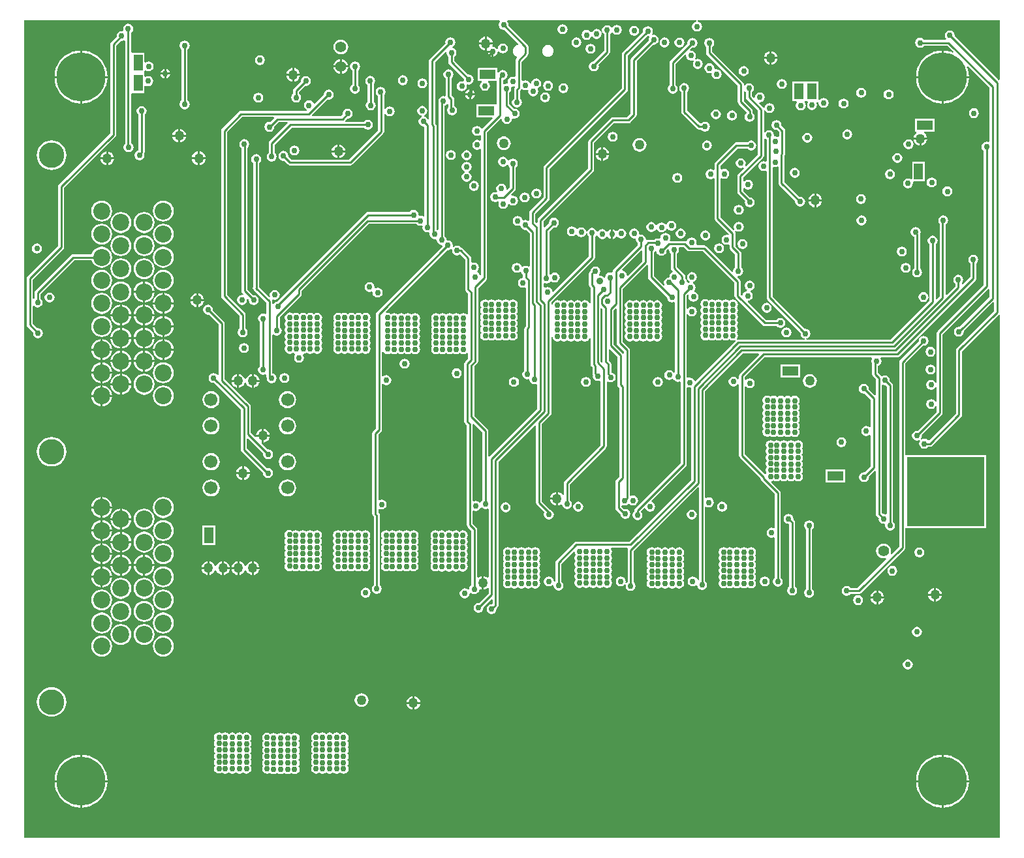
<source format=gbr>
%TF.GenerationSoftware,Altium Limited,Altium Designer,19.0.10 (269)*%
G04 Layer_Physical_Order=2*
G04 Layer_Color=36540*
%FSLAX26Y26*%
%MOIN*%
%TF.FileFunction,Copper,L2,Inr,Signal*%
%TF.Part,Single*%
G01*
G75*
%TA.AperFunction,Conductor*%
%ADD35C,0.010000*%
%TA.AperFunction,SMDPad,CuDef*%
%ADD42R,0.045276X0.080709*%
%TA.AperFunction,ComponentPad*%
%ADD43C,0.066929*%
%TA.AperFunction,SMDPad,CuDef*%
%ADD44R,0.080709X0.045276*%
%TA.AperFunction,ViaPad*%
%ADD45C,0.250000*%
%TA.AperFunction,ComponentPad*%
%ADD46C,0.129921*%
%ADD47C,0.086614*%
%ADD48C,0.055118*%
%ADD49C,0.011811*%
%TA.AperFunction,SMDPad,CuDef*%
%ADD50R,0.393701X0.354331*%
%TA.AperFunction,ViaPad*%
%ADD51C,0.030000*%
%ADD52C,0.050000*%
%ADD53C,0.035000*%
%ADD54C,0.055000*%
G36*
X4993785Y3886329D02*
X4987785Y3883844D01*
X4762849Y4108780D01*
X4763490Y4112000D01*
X4761550Y4121755D01*
X4756024Y4130024D01*
X4747755Y4135550D01*
X4738000Y4137490D01*
X4728245Y4135550D01*
X4719976Y4130024D01*
X4714450Y4121755D01*
X4712510Y4112000D01*
X4714450Y4102245D01*
X4718427Y4096294D01*
X4715509Y4090294D01*
X4605848D01*
X4604024Y4093024D01*
X4595755Y4098550D01*
X4586000Y4100490D01*
X4576245Y4098550D01*
X4567976Y4093024D01*
X4562450Y4084755D01*
X4560510Y4075000D01*
X4562450Y4065245D01*
X4567976Y4056976D01*
X4576245Y4051450D01*
X4586000Y4049510D01*
X4595755Y4051450D01*
X4604024Y4056976D01*
X4605848Y4059706D01*
X4725165D01*
X4755061Y4029810D01*
X4751662Y4024724D01*
X4741846Y4028790D01*
X4721184Y4033750D01*
X4705000Y4035024D01*
Y3905000D01*
X4835024D01*
X4833750Y3921184D01*
X4828790Y3941846D01*
X4824724Y3951662D01*
X4829810Y3955061D01*
X4939706Y3845165D01*
Y3569908D01*
X4933706Y3566758D01*
X4925000Y3568490D01*
X4915245Y3566550D01*
X4906976Y3561024D01*
X4901450Y3552755D01*
X4899510Y3543000D01*
X4901450Y3533245D01*
X4906976Y3524976D01*
X4909706Y3523152D01*
Y2835335D01*
X4675186Y2600814D01*
X4671870Y2595853D01*
X4670706Y2590000D01*
Y2338244D01*
X4664706Y2337017D01*
X4660024Y2344024D01*
X4651755Y2349550D01*
X4642000Y2351490D01*
X4632245Y2349550D01*
X4623976Y2344024D01*
X4618450Y2335755D01*
X4616510Y2326000D01*
X4618450Y2316245D01*
X4623976Y2307976D01*
X4632245Y2302450D01*
X4642000Y2300510D01*
X4651755Y2302450D01*
X4660024Y2307976D01*
X4664706Y2314983D01*
X4670706Y2313756D01*
Y2240244D01*
X4664706Y2239017D01*
X4660024Y2246024D01*
X4651755Y2251550D01*
X4642000Y2253490D01*
X4632245Y2251550D01*
X4623976Y2246024D01*
X4618450Y2237755D01*
X4616510Y2228000D01*
X4618450Y2218245D01*
X4623976Y2209976D01*
X4632245Y2204450D01*
X4642000Y2202510D01*
X4651755Y2204450D01*
X4660024Y2209976D01*
X4664706Y2216983D01*
X4670706Y2215756D01*
Y2188335D01*
X4573220Y2090849D01*
X4570000Y2091490D01*
X4560245Y2089550D01*
X4551976Y2084024D01*
X4546450Y2075755D01*
X4544510Y2066000D01*
X4546450Y2056245D01*
X4551976Y2047976D01*
X4560245Y2042450D01*
X4570000Y2040510D01*
X4579755Y2042450D01*
X4582685Y2044409D01*
X4587011Y2040083D01*
X4583450Y2034755D01*
X4581510Y2025000D01*
X4583450Y2015245D01*
X4588976Y2006976D01*
X4597245Y2001450D01*
X4607000Y1999510D01*
X4616755Y2001450D01*
X4625024Y2006976D01*
X4626848Y2009706D01*
X4636500D01*
X4642353Y2010870D01*
X4647314Y2014186D01*
X4795569Y2162440D01*
X4798884Y2167402D01*
X4800048Y2173255D01*
Y2497195D01*
X4987785Y2684931D01*
X4993785Y2682446D01*
Y11215D01*
X11215D01*
Y4188785D01*
X2438124D01*
X2440148Y4182785D01*
X2435450Y4175755D01*
X2433510Y4166000D01*
X2435450Y4156245D01*
X2440976Y4147976D01*
X2449245Y4142450D01*
X2459000Y4140510D01*
X2462220Y4141151D01*
X2534578Y4068793D01*
X2532300Y4062586D01*
X2527251Y4061921D01*
X2520029Y4058930D01*
X2513828Y4054172D01*
X2509070Y4047971D01*
X2506079Y4040749D01*
X2505059Y4033000D01*
X2506079Y4025251D01*
X2509070Y4018029D01*
X2513828Y4011828D01*
X2520029Y4007070D01*
X2525671Y4004733D01*
X2527959Y3998536D01*
X2524186Y3994762D01*
X2520870Y3989801D01*
X2519706Y3983948D01*
Y3902908D01*
X2513706Y3899758D01*
X2505000Y3901490D01*
X2495245Y3899550D01*
X2486976Y3894024D01*
X2481450Y3885755D01*
X2479510Y3876000D01*
X2480522Y3870912D01*
X2475420Y3865810D01*
X2472000Y3866490D01*
X2462245Y3864550D01*
X2460586Y3863440D01*
X2455294Y3866269D01*
Y3884768D01*
X2463755Y3886450D01*
X2472024Y3891976D01*
X2477550Y3900245D01*
X2479490Y3910000D01*
X2477550Y3919755D01*
X2472024Y3928024D01*
X2463755Y3933550D01*
X2454000Y3935490D01*
X2444245Y3933550D01*
X2435976Y3928024D01*
X2432354Y3922604D01*
X2426354Y3924424D01*
Y3945638D01*
X2325646D01*
Y3880362D01*
X2345159D01*
X2346979Y3874362D01*
X2344976Y3873024D01*
X2339450Y3864755D01*
X2337510Y3855000D01*
X2339450Y3845245D01*
X2344976Y3836976D01*
X2353245Y3831450D01*
X2363000Y3829510D01*
X2372755Y3831450D01*
X2381024Y3836976D01*
X2386550Y3845245D01*
X2388490Y3855000D01*
X2386550Y3864755D01*
X2381024Y3873024D01*
X2379021Y3874362D01*
X2380841Y3880362D01*
X2424706D01*
Y3763249D01*
X2421354Y3758638D01*
X2320646D01*
Y3693362D01*
X2399894D01*
X2402190Y3687819D01*
X2350691Y3636320D01*
X2343728Y3636864D01*
X2343256Y3637187D01*
X2340024Y3642024D01*
X2331755Y3647550D01*
X2322000Y3649490D01*
X2312245Y3647550D01*
X2303976Y3642024D01*
X2298450Y3633755D01*
X2296510Y3624000D01*
X2298450Y3614245D01*
X2303976Y3605976D01*
X2312245Y3600450D01*
X2322000Y3598510D01*
X2331755Y3600450D01*
X2337706Y3604427D01*
X2343706Y3601509D01*
Y3577116D01*
X2337706Y3573909D01*
X2333755Y3576550D01*
X2324000Y3578490D01*
X2314245Y3576550D01*
X2305976Y3571024D01*
X2300450Y3562755D01*
X2298510Y3553000D01*
X2300450Y3543245D01*
X2305976Y3534976D01*
X2314245Y3529450D01*
X2324000Y3527510D01*
X2333755Y3529450D01*
X2337706Y3532091D01*
X2343706Y3528884D01*
Y2887558D01*
X2337706Y2886967D01*
X2337550Y2887755D01*
X2332024Y2896024D01*
X2325480Y2900396D01*
X2324610Y2907031D01*
X2326024Y2907976D01*
X2331550Y2916245D01*
X2333490Y2926000D01*
X2331550Y2935755D01*
X2326024Y2944024D01*
X2317755Y2949550D01*
X2308000Y2951490D01*
X2299294Y2949758D01*
X2293294Y2952908D01*
Y2974000D01*
X2292130Y2979853D01*
X2288814Y2984814D01*
X2250814Y3022814D01*
X2245853Y3026130D01*
X2240978Y3027099D01*
X2239024Y3030024D01*
X2230755Y3035550D01*
X2221000Y3037490D01*
X2211245Y3035550D01*
X2204188Y3030834D01*
X2199653Y3032939D01*
X2198662Y3033808D01*
X2199695Y3039000D01*
X2197754Y3048755D01*
X2192229Y3057024D01*
X2183959Y3062550D01*
X2174205Y3064490D01*
X2172578Y3064166D01*
X2167055Y3069185D01*
X2165550Y3076755D01*
X2160024Y3085024D01*
X2157294Y3086848D01*
Y3752762D01*
X2160755Y3753450D01*
X2169024Y3758976D01*
X2170280Y3760855D01*
X2176280Y3759035D01*
Y3745383D01*
X2171851Y3738755D01*
X2169910Y3729000D01*
X2171851Y3719245D01*
X2177376Y3710976D01*
X2185646Y3705450D01*
X2195400Y3703510D01*
X2205155Y3705450D01*
X2213424Y3710976D01*
X2218950Y3719245D01*
X2220890Y3729000D01*
X2218950Y3738755D01*
X2213424Y3747024D01*
X2206867Y3751405D01*
Y3785877D01*
X2205703Y3791730D01*
X2202388Y3796691D01*
X2192294Y3806785D01*
Y3893152D01*
X2195024Y3894976D01*
X2200550Y3903245D01*
X2202490Y3913000D01*
X2200550Y3922755D01*
X2195024Y3931024D01*
X2186755Y3936550D01*
X2177000Y3938490D01*
X2167245Y3936550D01*
X2158976Y3931024D01*
X2153450Y3922755D01*
X2151510Y3913000D01*
X2153450Y3903245D01*
X2158976Y3894976D01*
X2161706Y3893152D01*
Y3806478D01*
X2155706Y3801554D01*
X2151000Y3802490D01*
X2141245Y3800550D01*
X2132976Y3795024D01*
X2127450Y3786755D01*
X2125510Y3777000D01*
X2127003Y3769494D01*
X2126706Y3768000D01*
Y3120448D01*
X2120706Y3117241D01*
X2115755Y3120550D01*
X2115294Y3120641D01*
Y3650284D01*
X2114130Y3656137D01*
X2110814Y3661099D01*
X2108294Y3663619D01*
Y3977665D01*
X2161824Y4031195D01*
X2167354Y4028239D01*
X2166510Y4024000D01*
X2168450Y4014245D01*
X2173976Y4005976D01*
X2176706Y4004152D01*
Y3976000D01*
X2177870Y3970147D01*
X2181186Y3965186D01*
X2256151Y3890220D01*
X2255510Y3887000D01*
X2256723Y3880901D01*
X2251543Y3876188D01*
X2245000Y3877490D01*
X2235245Y3875550D01*
X2226976Y3870024D01*
X2221450Y3861755D01*
X2219510Y3852000D01*
X2221450Y3842245D01*
X2226976Y3833976D01*
X2235245Y3828450D01*
X2245000Y3826510D01*
X2254755Y3828450D01*
X2263024Y3833976D01*
X2268550Y3842245D01*
X2270490Y3852000D01*
X2269277Y3858099D01*
X2274457Y3862812D01*
X2281000Y3861510D01*
X2290755Y3863450D01*
X2299024Y3868976D01*
X2304550Y3877245D01*
X2306490Y3887000D01*
X2304550Y3896755D01*
X2299024Y3905024D01*
X2290755Y3910550D01*
X2281000Y3912490D01*
X2277780Y3911849D01*
X2207294Y3982335D01*
Y4004152D01*
X2210024Y4005976D01*
X2215550Y4014245D01*
X2217490Y4024000D01*
X2215550Y4033755D01*
X2210024Y4042024D01*
X2201755Y4047550D01*
X2197285Y4048439D01*
X2196836Y4053525D01*
X2196998Y4054613D01*
X2205024Y4059976D01*
X2210550Y4068245D01*
X2212490Y4078000D01*
X2210550Y4087755D01*
X2205024Y4096024D01*
X2196755Y4101550D01*
X2187000Y4103490D01*
X2177245Y4101550D01*
X2168976Y4096024D01*
X2163450Y4087755D01*
X2161510Y4078000D01*
X2162151Y4074780D01*
X2082186Y3994814D01*
X2078870Y3989853D01*
X2077706Y3984000D01*
Y3686334D01*
X2071706Y3684513D01*
X2068024Y3690024D01*
X2059755Y3695550D01*
X2051772Y3697137D01*
Y3703255D01*
X2052755Y3703450D01*
X2061024Y3708976D01*
X2066550Y3717245D01*
X2068490Y3727000D01*
X2066550Y3736755D01*
X2061024Y3745024D01*
X2052755Y3750550D01*
X2043000Y3752490D01*
X2033245Y3750550D01*
X2024976Y3745024D01*
X2019450Y3736755D01*
X2017510Y3727000D01*
X2019450Y3717245D01*
X2024976Y3708976D01*
X2033245Y3703450D01*
X2041228Y3701863D01*
Y3695745D01*
X2040245Y3695550D01*
X2031976Y3690024D01*
X2026450Y3681755D01*
X2024510Y3672000D01*
X2026450Y3662245D01*
X2031976Y3653976D01*
X2040245Y3648450D01*
X2050000Y3646510D01*
X2054706Y3641477D01*
Y3188448D01*
X2048706Y3185241D01*
X2043755Y3188550D01*
X2034000Y3190490D01*
X2029534Y3189601D01*
X2024431Y3194704D01*
X2024490Y3195000D01*
X2022550Y3204755D01*
X2017024Y3213024D01*
X2008755Y3218550D01*
X1999000Y3220490D01*
X1989245Y3218550D01*
X1980976Y3213024D01*
X1979152Y3210294D01*
X1766000D01*
X1760147Y3209130D01*
X1755186Y3205814D01*
X1299833Y2750462D01*
X1295245Y2749550D01*
X1286976Y2744024D01*
X1283294Y2738513D01*
X1277294Y2740334D01*
Y2752000D01*
X1276130Y2757853D01*
X1275971Y2758091D01*
X1280163Y2762366D01*
X1280278Y2762444D01*
X1290000Y2760510D01*
X1299755Y2762450D01*
X1308024Y2767976D01*
X1313550Y2776245D01*
X1315490Y2786000D01*
X1313550Y2795755D01*
X1308024Y2804024D01*
X1299755Y2809550D01*
X1290000Y2811490D01*
X1280245Y2809550D01*
X1271976Y2804024D01*
X1266450Y2795755D01*
X1264510Y2786000D01*
X1266098Y2778016D01*
X1260590Y2775039D01*
X1210294Y2825335D01*
Y3460152D01*
X1213024Y3461976D01*
X1218550Y3470245D01*
X1220490Y3480000D01*
X1218550Y3489755D01*
X1213024Y3498024D01*
X1204755Y3503550D01*
X1195000Y3505490D01*
X1185245Y3503550D01*
X1176976Y3498024D01*
X1171450Y3489755D01*
X1169510Y3480000D01*
X1171450Y3470245D01*
X1176976Y3461976D01*
X1179706Y3460152D01*
Y2828104D01*
X1178870Y2826853D01*
X1177706Y2821000D01*
X1178870Y2815147D01*
X1182186Y2810186D01*
X1246706Y2745665D01*
Y2690269D01*
X1241415Y2687440D01*
X1239755Y2688550D01*
X1230000Y2690490D01*
X1220245Y2688550D01*
X1211976Y2683024D01*
X1206450Y2674755D01*
X1204510Y2665000D01*
X1206450Y2655245D01*
X1211976Y2646976D01*
X1214706Y2645152D01*
Y2421848D01*
X1211976Y2420024D01*
X1206450Y2411755D01*
X1204510Y2402000D01*
X1206450Y2392245D01*
X1211976Y2383976D01*
X1220245Y2378450D01*
X1230000Y2376510D01*
X1239755Y2378450D01*
X1241415Y2379560D01*
X1246706Y2376731D01*
Y2371000D01*
X1247870Y2365147D01*
X1249306Y2362999D01*
X1248510Y2359000D01*
X1250450Y2349245D01*
X1255976Y2340976D01*
X1264245Y2335450D01*
X1274000Y2333510D01*
X1283755Y2335450D01*
X1292024Y2340976D01*
X1297550Y2349245D01*
X1299490Y2359000D01*
X1297550Y2368755D01*
X1292024Y2377024D01*
X1283755Y2382550D01*
X1277294Y2383835D01*
Y2581638D01*
X1283294Y2583931D01*
X1290000Y2579450D01*
X1299755Y2577510D01*
X1309509Y2579450D01*
X1317778Y2584976D01*
X1323304Y2593245D01*
X1325244Y2603000D01*
X1323304Y2612755D01*
X1317778Y2621024D01*
X1315048Y2622848D01*
Y2671420D01*
X1422814Y2779186D01*
X1426130Y2784147D01*
X1427294Y2790000D01*
Y2806381D01*
X1770619Y3149706D01*
X2014152D01*
X2015976Y3146976D01*
X2024245Y3141450D01*
X2034000Y3139510D01*
X2040336Y3140771D01*
X2045494Y3135946D01*
X2044510Y3131000D01*
X2046450Y3121245D01*
X2051976Y3112976D01*
X2060245Y3107450D01*
X2070000Y3105510D01*
X2076336Y3106771D01*
X2081494Y3101946D01*
X2080510Y3097000D01*
X2082450Y3087245D01*
X2087976Y3078976D01*
X2096245Y3073450D01*
X2106000Y3071510D01*
X2111508Y3072606D01*
X2116610Y3067503D01*
X2116510Y3067000D01*
X2118450Y3057245D01*
X2123976Y3048976D01*
X2132245Y3043450D01*
X2142000Y3041510D01*
X2147092Y3036600D01*
X2147202Y3033626D01*
X1811186Y2697610D01*
X1807870Y2692648D01*
X1806706Y2686795D01*
Y2103335D01*
X1792186Y2088814D01*
X1788870Y2083853D01*
X1787706Y2078000D01*
Y1666000D01*
X1788870Y1660147D01*
X1792186Y1655186D01*
X1795706Y1651665D01*
Y1301848D01*
X1792976Y1300024D01*
X1787450Y1291755D01*
X1785510Y1282000D01*
X1787450Y1272245D01*
X1792976Y1263976D01*
X1801245Y1258450D01*
X1811000Y1256510D01*
X1820755Y1258450D01*
X1829024Y1263976D01*
X1834550Y1272245D01*
X1836490Y1282000D01*
X1834550Y1291755D01*
X1829024Y1300024D01*
X1826294Y1301848D01*
Y1658000D01*
X1825130Y1663853D01*
X1821814Y1668814D01*
X1818294Y1672335D01*
Y1688731D01*
X1823585Y1691560D01*
X1825245Y1690450D01*
X1835000Y1688510D01*
X1844755Y1690450D01*
X1853024Y1695976D01*
X1858550Y1704245D01*
X1860490Y1714000D01*
X1858550Y1723755D01*
X1853024Y1732024D01*
X1844755Y1737550D01*
X1835000Y1739490D01*
X1825245Y1737550D01*
X1823585Y1736440D01*
X1818294Y1739269D01*
Y2071665D01*
X1832814Y2086186D01*
X1836130Y2091147D01*
X1837294Y2097000D01*
Y2329006D01*
X1843294Y2331095D01*
X1850245Y2326450D01*
X1860000Y2324510D01*
X1869755Y2326450D01*
X1878024Y2331976D01*
X1883550Y2340245D01*
X1885490Y2350000D01*
X1883550Y2359755D01*
X1878024Y2368024D01*
X1869755Y2373550D01*
X1860000Y2375490D01*
X1850245Y2373550D01*
X1843294Y2368905D01*
X1837294Y2370994D01*
Y2494379D01*
X1838272Y2495062D01*
X1846425Y2493546D01*
X1848476Y2490476D01*
X1856745Y2484950D01*
X1866500Y2483010D01*
X1876255Y2484950D01*
X1882376Y2489041D01*
X1889245Y2484450D01*
X1899000Y2482510D01*
X1908755Y2484450D01*
X1917000Y2489960D01*
X1925245Y2484450D01*
X1935000Y2482510D01*
X1944755Y2484450D01*
X1952750Y2489793D01*
X1960745Y2484450D01*
X1970500Y2482510D01*
X1980255Y2484450D01*
X1988500Y2489960D01*
X1996745Y2484450D01*
X2006500Y2482510D01*
X2016255Y2484450D01*
X2024524Y2489976D01*
X2030050Y2498245D01*
X2031990Y2508000D01*
X2030050Y2517755D01*
X2025876Y2524000D01*
X2030050Y2530245D01*
X2031990Y2540000D01*
X2030050Y2549755D01*
X2025876Y2556000D01*
X2030050Y2562245D01*
X2031990Y2572000D01*
X2030050Y2581755D01*
X2025876Y2588000D01*
X2030050Y2594245D01*
X2031990Y2604000D01*
X2030050Y2613755D01*
X2025876Y2620000D01*
X2030050Y2626245D01*
X2031990Y2636000D01*
X2030050Y2645755D01*
X2025876Y2652000D01*
X2030050Y2658245D01*
X2031990Y2668000D01*
X2030050Y2677755D01*
X2024524Y2686024D01*
X2016255Y2691550D01*
X2006500Y2693490D01*
X1996745Y2691550D01*
X1988500Y2686040D01*
X1980255Y2691550D01*
X1970500Y2693490D01*
X1960745Y2691550D01*
X1952750Y2686207D01*
X1944755Y2691550D01*
X1935000Y2693490D01*
X1925245Y2691550D01*
X1917000Y2686040D01*
X1908755Y2691550D01*
X1899000Y2693490D01*
X1889245Y2691550D01*
X1883124Y2687459D01*
X1876255Y2692050D01*
X1866500Y2693990D01*
X1863160Y2693325D01*
X1856542Y2698127D01*
X1856372Y2699539D01*
X2170984Y3014151D01*
X2174205Y3013510D01*
X2183959Y3015450D01*
X2191017Y3020166D01*
X2195551Y3018061D01*
X2196543Y3017192D01*
X2195510Y3012000D01*
X2197450Y3002245D01*
X2202976Y2993976D01*
X2211245Y2988450D01*
X2221000Y2986510D01*
X2230755Y2988450D01*
X2237448Y2992923D01*
X2262706Y2967665D01*
Y2815000D01*
X2263870Y2809147D01*
X2267186Y2804186D01*
X2278000Y2793371D01*
Y2687380D01*
X2272024Y2685524D01*
X2263755Y2691050D01*
X2254000Y2692990D01*
X2244245Y2691050D01*
X2236000Y2685540D01*
X2227755Y2691050D01*
X2218000Y2692990D01*
X2208245Y2691050D01*
X2200250Y2685707D01*
X2192255Y2691050D01*
X2182500Y2692990D01*
X2172745Y2691050D01*
X2164500Y2685540D01*
X2156255Y2691050D01*
X2146500Y2692990D01*
X2136745Y2691050D01*
X2130624Y2686959D01*
X2123755Y2691550D01*
X2114000Y2693490D01*
X2104245Y2691550D01*
X2095976Y2686024D01*
X2090450Y2677755D01*
X2088510Y2668000D01*
X2090450Y2658245D01*
X2094624Y2652000D01*
X2090450Y2645755D01*
X2088510Y2636000D01*
X2090450Y2626245D01*
X2094624Y2620000D01*
X2090450Y2613755D01*
X2088510Y2604000D01*
X2090450Y2594245D01*
X2094624Y2588000D01*
X2090450Y2581755D01*
X2088510Y2572000D01*
X2090450Y2562245D01*
X2094624Y2556000D01*
X2090450Y2549755D01*
X2088510Y2540000D01*
X2090450Y2530245D01*
X2094624Y2524000D01*
X2090450Y2517755D01*
X2088510Y2508000D01*
X2090450Y2498245D01*
X2095976Y2489976D01*
X2104245Y2484450D01*
X2114000Y2482510D01*
X2123755Y2484450D01*
X2129876Y2488541D01*
X2136745Y2483950D01*
X2146500Y2482010D01*
X2156255Y2483950D01*
X2164500Y2489460D01*
X2172745Y2483950D01*
X2182500Y2482010D01*
X2192255Y2483950D01*
X2200250Y2489293D01*
X2208245Y2483950D01*
X2218000Y2482010D01*
X2227755Y2483950D01*
X2236000Y2489460D01*
X2244245Y2483950D01*
X2254000Y2482010D01*
X2263755Y2483950D01*
X2272024Y2489476D01*
X2278000Y2487620D01*
Y2459913D01*
X2262186Y2444099D01*
X2258870Y2439137D01*
X2257706Y2433284D01*
Y2138178D01*
X2258870Y2132326D01*
X2262186Y2127364D01*
X2270706Y2118843D01*
Y1609000D01*
X2271870Y1603147D01*
X2275186Y1598186D01*
X2293183Y1580188D01*
Y1300549D01*
X2290453Y1298725D01*
X2284927Y1290455D01*
X2283136Y1281451D01*
X2281186Y1280073D01*
X2277266Y1278706D01*
X2270017Y1283550D01*
X2260263Y1285490D01*
X2250508Y1283550D01*
X2242239Y1278024D01*
X2236713Y1269755D01*
X2234773Y1260000D01*
X2236713Y1250245D01*
X2242239Y1241976D01*
X2250508Y1236450D01*
X2260263Y1234510D01*
X2270017Y1236450D01*
X2278287Y1241976D01*
X2283812Y1250245D01*
X2285603Y1259250D01*
X2287553Y1260628D01*
X2291473Y1261995D01*
X2298722Y1257151D01*
X2308477Y1255211D01*
X2318231Y1257151D01*
X2326501Y1262677D01*
X2332026Y1270946D01*
X2333303Y1277366D01*
X2339300Y1281167D01*
X2339718Y1281204D01*
X2342863Y1279901D01*
X2347000Y1279356D01*
Y1314000D01*
Y1348644D01*
X2342863Y1348099D01*
X2334349Y1344572D01*
X2329771Y1341059D01*
X2323771Y1344018D01*
Y1586523D01*
X2322606Y1592376D01*
X2319291Y1597338D01*
X2301294Y1615335D01*
Y1681731D01*
X2306586Y1684560D01*
X2308245Y1683450D01*
X2318000Y1681510D01*
X2327755Y1683450D01*
X2336024Y1688976D01*
X2341550Y1697245D01*
X2341760Y1698302D01*
X2347644Y1699472D01*
X2347976Y1698976D01*
X2356245Y1693450D01*
X2366000Y1691510D01*
X2375755Y1693450D01*
X2376414Y1693891D01*
X2381706Y1691063D01*
Y1341832D01*
X2375706Y1339926D01*
X2369651Y1344572D01*
X2361137Y1348099D01*
X2357000Y1348644D01*
Y1314000D01*
Y1279356D01*
X2361137Y1279901D01*
X2369651Y1283428D01*
X2375706Y1288074D01*
X2381706Y1286168D01*
Y1258335D01*
X2334220Y1210849D01*
X2331000Y1211490D01*
X2321245Y1209550D01*
X2312976Y1204024D01*
X2307450Y1195755D01*
X2305510Y1186000D01*
X2307450Y1176245D01*
X2312976Y1167976D01*
X2321245Y1162450D01*
X2331000Y1160510D01*
X2340755Y1162450D01*
X2349024Y1167976D01*
X2354550Y1176245D01*
X2356490Y1186000D01*
X2355849Y1189220D01*
X2396163Y1229534D01*
X2401706Y1227238D01*
Y1209870D01*
X2398000Y1204490D01*
X2388245Y1202550D01*
X2379976Y1197024D01*
X2374450Y1188755D01*
X2372510Y1179000D01*
X2374450Y1169245D01*
X2379976Y1160976D01*
X2388245Y1155450D01*
X2398000Y1153510D01*
X2407755Y1155450D01*
X2416024Y1160976D01*
X2421550Y1169245D01*
X2423490Y1179000D01*
X2422849Y1182220D01*
X2427814Y1187186D01*
X2431130Y1192147D01*
X2432294Y1198000D01*
Y1932665D01*
X2618307Y2118678D01*
X2623851Y2116382D01*
Y1722856D01*
X2625015Y1717003D01*
X2628330Y1712041D01*
X2666786Y1673585D01*
X2666450Y1673083D01*
X2664510Y1663328D01*
X2666450Y1653574D01*
X2671976Y1645304D01*
X2680245Y1639779D01*
X2690000Y1637839D01*
X2699755Y1639779D01*
X2708024Y1645304D01*
X2713550Y1653574D01*
X2715490Y1663328D01*
X2713550Y1673083D01*
X2708024Y1681352D01*
X2699755Y1686878D01*
X2696005Y1687624D01*
X2654438Y1729190D01*
Y2126525D01*
X2698814Y2170901D01*
X2702130Y2175863D01*
X2703294Y2181716D01*
Y2569090D01*
X2709294Y2569681D01*
X2710474Y2563745D01*
X2716000Y2555476D01*
X2724269Y2549950D01*
X2734024Y2548010D01*
X2743778Y2549950D01*
X2749900Y2554041D01*
X2756769Y2549450D01*
X2766524Y2547510D01*
X2776278Y2549450D01*
X2784524Y2554960D01*
X2792769Y2549450D01*
X2802524Y2547510D01*
X2812278Y2549450D01*
X2820274Y2554793D01*
X2828269Y2549450D01*
X2838024Y2547510D01*
X2847778Y2549450D01*
X2856024Y2554960D01*
X2864269Y2549450D01*
X2874024Y2547510D01*
X2883778Y2549450D01*
X2892048Y2554976D01*
X2897573Y2563245D01*
X2897706Y2563912D01*
X2903706Y2563321D01*
Y2430716D01*
X2904870Y2424863D01*
X2908186Y2419901D01*
X2911706Y2416381D01*
Y2384000D01*
X2912870Y2378147D01*
X2915230Y2374616D01*
X2914510Y2371000D01*
X2916450Y2361245D01*
X2921976Y2352976D01*
X2930245Y2347450D01*
X2940000Y2345510D01*
X2948706Y2347242D01*
X2954706Y2344092D01*
Y2018335D01*
X2771186Y1834814D01*
X2767870Y1829853D01*
X2766706Y1824000D01*
Y1763927D01*
X2765386Y1763231D01*
X2760706Y1762350D01*
X2755962Y1768533D01*
X2748651Y1774143D01*
X2740137Y1777669D01*
X2736000Y1778214D01*
Y1743570D01*
Y1708927D01*
X2740137Y1709471D01*
X2748651Y1712998D01*
X2750853Y1714687D01*
X2757465Y1712198D01*
X2758450Y1707245D01*
X2763976Y1698976D01*
X2772245Y1693450D01*
X2782000Y1691510D01*
X2791755Y1693450D01*
X2800024Y1698976D01*
X2805550Y1707245D01*
X2807490Y1717000D01*
X2805550Y1726755D01*
X2800024Y1735024D01*
X2797294Y1736848D01*
Y1817665D01*
X2980814Y2001186D01*
X2984130Y2006147D01*
X2985294Y2012000D01*
Y2339884D01*
X2991294Y2343091D01*
X2995245Y2340450D01*
X3005000Y2338510D01*
X3014755Y2340450D01*
X3023024Y2345976D01*
X3028550Y2354245D01*
X3030490Y2364000D01*
X3028550Y2373755D01*
X3023024Y2382024D01*
X3014755Y2387550D01*
X3008294Y2388835D01*
Y2432000D01*
X3007130Y2437853D01*
X3003814Y2442814D01*
X2995294Y2451335D01*
Y2507238D01*
X3000837Y2509534D01*
X3039706Y2470665D01*
Y2327000D01*
X3040870Y2321147D01*
X3044186Y2316186D01*
X3050993Y2309378D01*
Y1855622D01*
X3034686Y1839314D01*
X3031370Y1834353D01*
X3030206Y1828500D01*
Y1696088D01*
X3031370Y1690235D01*
X3034686Y1685274D01*
X3055895Y1664064D01*
X3057450Y1656245D01*
X3062976Y1647976D01*
X3071245Y1642450D01*
X3081000Y1640510D01*
X3090755Y1642450D01*
X3099024Y1647976D01*
X3104550Y1656245D01*
X3106490Y1666000D01*
X3104550Y1675755D01*
X3099024Y1684024D01*
X3090755Y1689550D01*
X3081000Y1691490D01*
X3073265Y1689951D01*
X3060794Y1702423D01*
Y1708063D01*
X3066086Y1710891D01*
X3066745Y1710450D01*
X3076500Y1708510D01*
X3086255Y1710450D01*
X3094524Y1715976D01*
X3095584Y1717562D01*
X3101584D01*
X3101976Y1716976D01*
X3110245Y1711450D01*
X3120000Y1709510D01*
X3129755Y1711450D01*
X3138024Y1716976D01*
X3143550Y1725245D01*
X3145490Y1735000D01*
X3143550Y1744755D01*
X3138024Y1753024D01*
X3129755Y1758550D01*
X3120000Y1760490D01*
X3110245Y1758550D01*
X3109586Y1758109D01*
X3104294Y1760937D01*
Y2502000D01*
X3103130Y2507853D01*
X3099814Y2512814D01*
X3067294Y2545335D01*
Y2815665D01*
X3190706Y2939077D01*
X3196706Y2936592D01*
Y2876000D01*
X3197870Y2870147D01*
X3201186Y2865186D01*
X3293545Y2772827D01*
X3295450Y2763245D01*
X3300976Y2754976D01*
X3309245Y2749450D01*
X3319000Y2747510D01*
X3327706Y2749242D01*
X3333706Y2746092D01*
Y2392197D01*
X3327706Y2388311D01*
X3326802Y2388531D01*
X3326556Y2388738D01*
X3323024Y2394024D01*
X3314755Y2399550D01*
X3305000Y2401490D01*
X3295245Y2399550D01*
X3286976Y2394024D01*
X3281450Y2385755D01*
X3279510Y2376000D01*
X3281450Y2366245D01*
X3286976Y2357976D01*
X3295245Y2352450D01*
X3305000Y2350510D01*
X3314755Y2352450D01*
X3319755Y2355792D01*
X3324256Y2356941D01*
X3327444Y2354262D01*
X3330976Y2348976D01*
X3339245Y2343450D01*
X3349000Y2341510D01*
X3357706Y2343242D01*
X3363706Y2340092D01*
Y1925335D01*
X3131186Y1692814D01*
X3127870Y1687853D01*
X3126706Y1682000D01*
Y1679848D01*
X3123976Y1678024D01*
X3118450Y1669755D01*
X3116510Y1660000D01*
X3118450Y1650245D01*
X3123976Y1641976D01*
X3132245Y1636450D01*
X3142000Y1634510D01*
X3151755Y1636450D01*
X3160024Y1641976D01*
X3165550Y1650245D01*
X3167490Y1660000D01*
X3165550Y1669755D01*
X3160024Y1678024D01*
X3159991Y1678362D01*
X3177879Y1696250D01*
X3183621Y1694508D01*
X3183872Y1693245D01*
X3189397Y1684976D01*
X3197667Y1679450D01*
X3207421Y1677510D01*
X3217176Y1679450D01*
X3225445Y1684976D01*
X3230971Y1693245D01*
X3232911Y1703000D01*
X3230971Y1712755D01*
X3225445Y1721024D01*
X3217176Y1726550D01*
X3215913Y1726801D01*
X3214171Y1732542D01*
X3389814Y1908186D01*
X3393130Y1913147D01*
X3394294Y1919000D01*
Y2311092D01*
X3400294Y2314242D01*
X3409000Y2312510D01*
X3412068Y2313120D01*
X3416706Y2309314D01*
Y1841335D01*
X3099165Y1523794D01*
X2830500D01*
X2824647Y1522630D01*
X2819686Y1519314D01*
X2728186Y1427814D01*
X2724870Y1422853D01*
X2723706Y1417000D01*
Y1323117D01*
X2721204Y1321461D01*
X2714835Y1324442D01*
X2713550Y1330905D01*
X2708024Y1339175D01*
X2699755Y1344700D01*
X2690000Y1346640D01*
X2680245Y1344700D01*
X2671976Y1339175D01*
X2666450Y1330905D01*
X2664510Y1321151D01*
X2666450Y1311396D01*
X2671976Y1303127D01*
X2680245Y1297601D01*
X2690000Y1295661D01*
X2699755Y1297601D01*
X2708013Y1303119D01*
X2708067Y1303109D01*
X2713662Y1300765D01*
X2713510Y1300000D01*
X2715450Y1290245D01*
X2720976Y1281976D01*
X2729245Y1276450D01*
X2739000Y1274510D01*
X2748755Y1276450D01*
X2757024Y1281976D01*
X2762550Y1290245D01*
X2764490Y1300000D01*
X2762550Y1309755D01*
X2757024Y1318024D01*
X2754294Y1319848D01*
Y1410665D01*
X2815681Y1472052D01*
X2822191Y1470077D01*
X2823450Y1463745D01*
X2827624Y1457500D01*
X2823450Y1451255D01*
X2821510Y1441500D01*
X2823450Y1431745D01*
X2827624Y1425500D01*
X2823450Y1419255D01*
X2821510Y1409500D01*
X2823450Y1399745D01*
X2827624Y1393500D01*
X2823450Y1387255D01*
X2821510Y1377500D01*
X2823450Y1367745D01*
X2827624Y1361500D01*
X2823450Y1355255D01*
X2821510Y1345500D01*
X2823450Y1335745D01*
X2827624Y1329500D01*
X2823450Y1323255D01*
X2821510Y1313500D01*
X2823450Y1303745D01*
X2828976Y1295476D01*
X2837245Y1289950D01*
X2847000Y1288010D01*
X2856755Y1289950D01*
X2862876Y1294041D01*
X2869745Y1289450D01*
X2879500Y1287510D01*
X2889255Y1289450D01*
X2897500Y1294960D01*
X2905745Y1289450D01*
X2915500Y1287510D01*
X2925255Y1289450D01*
X2933250Y1294793D01*
X2941245Y1289450D01*
X2951000Y1287510D01*
X2960755Y1289450D01*
X2969000Y1294960D01*
X2977245Y1289450D01*
X2987000Y1287510D01*
X2996755Y1289450D01*
X3005024Y1294976D01*
X3010550Y1303245D01*
X3012490Y1313000D01*
X3010550Y1322755D01*
X3006376Y1329000D01*
X3010550Y1335245D01*
X3012490Y1345000D01*
X3010550Y1354755D01*
X3006376Y1361000D01*
X3010550Y1367245D01*
X3012490Y1377000D01*
X3010550Y1386755D01*
X3006376Y1393000D01*
X3010550Y1399245D01*
X3012490Y1409000D01*
X3010550Y1418755D01*
X3006376Y1425000D01*
X3010550Y1431245D01*
X3012490Y1441000D01*
X3010550Y1450755D01*
X3006376Y1457000D01*
X3010550Y1463245D01*
X3012490Y1473000D01*
X3010550Y1482755D01*
X3007575Y1487206D01*
X3010782Y1493206D01*
X3090899D01*
X3094106Y1487206D01*
X3093870Y1486853D01*
X3092706Y1481000D01*
Y1317848D01*
X3089976Y1316024D01*
X3087175Y1311832D01*
X3081523Y1314173D01*
X3082911Y1321151D01*
X3080971Y1330905D01*
X3075445Y1339175D01*
X3067176Y1344700D01*
X3057421Y1346640D01*
X3047667Y1344700D01*
X3039397Y1339175D01*
X3033872Y1330905D01*
X3031932Y1321151D01*
X3033872Y1311396D01*
X3039397Y1303127D01*
X3047667Y1297601D01*
X3057421Y1295661D01*
X3067176Y1297601D01*
X3075445Y1303127D01*
X3078246Y1307318D01*
X3083898Y1304977D01*
X3082510Y1298000D01*
X3084450Y1288245D01*
X3089976Y1279976D01*
X3098245Y1274450D01*
X3108000Y1272510D01*
X3117755Y1274450D01*
X3126024Y1279976D01*
X3131550Y1288245D01*
X3133490Y1298000D01*
X3131550Y1307755D01*
X3126024Y1316024D01*
X3123294Y1317848D01*
Y1474665D01*
X3451163Y1802534D01*
X3456706Y1800238D01*
Y1328621D01*
X3455186Y1327504D01*
X3448557Y1330079D01*
X3448392Y1330905D01*
X3442867Y1339175D01*
X3434597Y1344700D01*
X3424843Y1346640D01*
X3415088Y1344700D01*
X3406819Y1339175D01*
X3401293Y1330905D01*
X3399353Y1321151D01*
X3401293Y1311396D01*
X3406819Y1303127D01*
X3415088Y1297601D01*
X3424843Y1295661D01*
X3434597Y1297601D01*
X3440661Y1301653D01*
X3446828Y1299722D01*
X3447231Y1299376D01*
X3448450Y1293245D01*
X3453976Y1284976D01*
X3462245Y1279450D01*
X3472000Y1277510D01*
X3481755Y1279450D01*
X3490024Y1284976D01*
X3495550Y1293245D01*
X3497490Y1303000D01*
X3495550Y1312755D01*
X3490024Y1321024D01*
X3487294Y1322848D01*
Y1700884D01*
X3493294Y1704091D01*
X3497245Y1701450D01*
X3507000Y1699510D01*
X3516755Y1701450D01*
X3525024Y1706976D01*
X3530550Y1715245D01*
X3532490Y1725000D01*
X3530550Y1734755D01*
X3525024Y1743024D01*
X3516755Y1748550D01*
X3507000Y1750490D01*
X3497245Y1748550D01*
X3493294Y1745909D01*
X3487294Y1749116D01*
Y2293665D01*
X3680335Y2486706D01*
X3761238D01*
X3763534Y2481163D01*
X3665186Y2382814D01*
X3661870Y2377853D01*
X3660706Y2372000D01*
Y2356886D01*
X3654706Y2355066D01*
X3651322Y2360130D01*
X3643052Y2365656D01*
X3633298Y2367596D01*
X3623544Y2365656D01*
X3615274Y2360130D01*
X3609749Y2351861D01*
X3607808Y2342106D01*
X3609749Y2332352D01*
X3615274Y2324082D01*
X3623544Y2318557D01*
X3633298Y2316617D01*
X3643052Y2318557D01*
X3651322Y2324082D01*
X3654706Y2329147D01*
X3660706Y2327327D01*
Y1965000D01*
X3661870Y1959147D01*
X3665186Y1954186D01*
X3771206Y1848165D01*
Y1846609D01*
X3772370Y1840756D01*
X3775686Y1835795D01*
X3843706Y1767774D01*
Y1595937D01*
X3838414Y1593109D01*
X3837755Y1593550D01*
X3828000Y1595490D01*
X3818245Y1593550D01*
X3809976Y1588024D01*
X3804450Y1579755D01*
X3802510Y1570000D01*
X3804450Y1560245D01*
X3809976Y1551976D01*
X3818245Y1546450D01*
X3828000Y1544510D01*
X3837755Y1546450D01*
X3838414Y1546891D01*
X3843706Y1544063D01*
Y1339848D01*
X3840976Y1338024D01*
X3835450Y1329755D01*
X3833510Y1320000D01*
X3835450Y1310245D01*
X3840976Y1301976D01*
X3849245Y1296450D01*
X3859000Y1294510D01*
X3868755Y1296450D01*
X3877024Y1301976D01*
X3882550Y1310245D01*
X3884490Y1320000D01*
X3882550Y1329755D01*
X3877024Y1338024D01*
X3874294Y1339848D01*
Y1774109D01*
X3873130Y1779962D01*
X3869814Y1784924D01*
X3826529Y1828209D01*
X3828271Y1833951D01*
X3831755Y1834643D01*
X3837876Y1838734D01*
X3844745Y1834143D01*
X3854500Y1832203D01*
X3864255Y1834143D01*
X3872500Y1839653D01*
X3880745Y1834143D01*
X3890500Y1832203D01*
X3900255Y1834143D01*
X3908250Y1839486D01*
X3916245Y1834143D01*
X3926000Y1832203D01*
X3935755Y1834143D01*
X3944000Y1839653D01*
X3952245Y1834143D01*
X3962000Y1832203D01*
X3971755Y1834143D01*
X3980024Y1839669D01*
X3985550Y1847938D01*
X3987490Y1857693D01*
X3985550Y1867447D01*
X3981376Y1873693D01*
X3985550Y1879938D01*
X3987490Y1889693D01*
X3985550Y1899447D01*
X3981376Y1905693D01*
X3985550Y1911938D01*
X3987490Y1921693D01*
X3985550Y1931447D01*
X3981376Y1937693D01*
X3985550Y1943938D01*
X3987490Y1953693D01*
X3985550Y1963447D01*
X3981376Y1969693D01*
X3985550Y1975938D01*
X3987490Y1985693D01*
X3985550Y1995447D01*
X3981376Y2001693D01*
X3985550Y2007938D01*
X3987490Y2017693D01*
X3985550Y2027447D01*
X3980024Y2035717D01*
X3971755Y2041243D01*
X3962000Y2043183D01*
X3952245Y2041243D01*
X3944000Y2035733D01*
X3935755Y2041243D01*
X3926000Y2043183D01*
X3916245Y2041243D01*
X3908250Y2035900D01*
X3900255Y2041243D01*
X3890500Y2043183D01*
X3880745Y2041243D01*
X3872500Y2035733D01*
X3864255Y2041243D01*
X3854500Y2043183D01*
X3844745Y2041243D01*
X3838624Y2037152D01*
X3831755Y2041743D01*
X3822000Y2043683D01*
X3812245Y2041743D01*
X3803976Y2036217D01*
X3798450Y2027947D01*
X3796510Y2018193D01*
X3798450Y2008438D01*
X3802624Y2002193D01*
X3798450Y1995947D01*
X3796510Y1986193D01*
X3798450Y1976438D01*
X3802624Y1970193D01*
X3798450Y1963947D01*
X3796510Y1954193D01*
X3798450Y1944438D01*
X3802624Y1938193D01*
X3798450Y1931947D01*
X3796510Y1922193D01*
X3798450Y1912438D01*
X3802624Y1906193D01*
X3798450Y1899947D01*
X3796510Y1890193D01*
X3798450Y1880438D01*
X3801248Y1876252D01*
X3798484Y1870795D01*
X3792698Y1869931D01*
X3691294Y1971335D01*
Y2315177D01*
X3697294Y2316997D01*
X3697976Y2315976D01*
X3706245Y2310450D01*
X3716000Y2308510D01*
X3725755Y2310450D01*
X3734024Y2315976D01*
X3739550Y2324245D01*
X3741490Y2334000D01*
X3739550Y2343755D01*
X3734024Y2352024D01*
X3725755Y2357550D01*
X3716000Y2359490D01*
X3706245Y2357550D01*
X3697976Y2352024D01*
X3697294Y2351003D01*
X3691294Y2352823D01*
Y2365665D01*
X3792335Y2466706D01*
X4338216D01*
X4341423Y2460706D01*
X4339450Y2457755D01*
X4337510Y2448000D01*
X4339450Y2438245D01*
X4340706Y2436366D01*
Y2380426D01*
X4341870Y2374574D01*
X4345186Y2369612D01*
X4359706Y2355091D01*
Y2274408D01*
X4353706Y2271923D01*
X4323349Y2302280D01*
X4323990Y2305500D01*
X4322050Y2315255D01*
X4316524Y2323524D01*
X4308255Y2329050D01*
X4298500Y2330990D01*
X4288745Y2329050D01*
X4280476Y2323524D01*
X4274950Y2315255D01*
X4273010Y2305500D01*
X4274950Y2295745D01*
X4280476Y2287476D01*
X4288745Y2281950D01*
X4298500Y2280010D01*
X4301720Y2280651D01*
X4333206Y2249165D01*
Y2111743D01*
X4327206Y2109239D01*
X4320755Y2113550D01*
X4311000Y2115490D01*
X4301245Y2113550D01*
X4292976Y2108024D01*
X4287450Y2099755D01*
X4285510Y2090000D01*
X4287450Y2080245D01*
X4292976Y2071976D01*
X4301245Y2066450D01*
X4311000Y2064510D01*
X4320755Y2066450D01*
X4327206Y2070761D01*
X4333206Y2068257D01*
Y1909335D01*
X4303220Y1879349D01*
X4300000Y1879990D01*
X4290245Y1878050D01*
X4281976Y1872524D01*
X4276450Y1864255D01*
X4274510Y1854500D01*
X4276450Y1844745D01*
X4281976Y1836476D01*
X4290245Y1830950D01*
X4300000Y1829010D01*
X4309755Y1830950D01*
X4318024Y1836476D01*
X4323550Y1844745D01*
X4325490Y1854500D01*
X4324849Y1857720D01*
X4353706Y1886577D01*
X4359706Y1884092D01*
Y1666000D01*
X4360870Y1660147D01*
X4364186Y1655186D01*
X4375151Y1644220D01*
X4374510Y1641000D01*
X4376450Y1631245D01*
X4381976Y1622976D01*
X4390245Y1617450D01*
X4400000Y1615510D01*
X4402171Y1615942D01*
X4407274Y1610840D01*
X4406510Y1607000D01*
X4408450Y1597245D01*
X4413976Y1588976D01*
X4422245Y1583450D01*
X4432000Y1581510D01*
X4441755Y1583450D01*
X4450024Y1588976D01*
X4455550Y1597245D01*
X4457490Y1607000D01*
X4455550Y1616755D01*
X4450024Y1625024D01*
X4447294Y1626848D01*
Y2322000D01*
X4446130Y2327853D01*
X4442814Y2332814D01*
X4429849Y2345780D01*
X4430490Y2349000D01*
X4428550Y2358755D01*
X4423024Y2367024D01*
X4414755Y2372550D01*
X4405000Y2374490D01*
X4395245Y2372550D01*
X4392110Y2370455D01*
X4386226Y2371625D01*
X4385815Y2372241D01*
X4371294Y2386761D01*
Y2424160D01*
X4372755Y2424450D01*
X4381024Y2429976D01*
X4386550Y2438245D01*
X4388490Y2448000D01*
X4386550Y2457755D01*
X4384577Y2460706D01*
X4387784Y2466706D01*
X4468568D01*
X4474421Y2467870D01*
X4479383Y2471186D01*
X4868815Y2860617D01*
X4872130Y2865579D01*
X4873294Y2871432D01*
Y2946152D01*
X4876024Y2947976D01*
X4881550Y2956245D01*
X4883490Y2966000D01*
X4881550Y2975755D01*
X4876024Y2984024D01*
X4867755Y2989550D01*
X4858000Y2991490D01*
X4848245Y2989550D01*
X4839976Y2984024D01*
X4834450Y2975755D01*
X4832510Y2966000D01*
X4834450Y2956245D01*
X4839976Y2947976D01*
X4842706Y2946152D01*
Y2877767D01*
X4804945Y2840006D01*
X4798787Y2842333D01*
X4798637Y2844718D01*
X4799024Y2844976D01*
X4804550Y2853245D01*
X4806490Y2863000D01*
X4804550Y2872755D01*
X4799024Y2881024D01*
X4790755Y2886550D01*
X4781000Y2888490D01*
X4771245Y2886550D01*
X4762976Y2881024D01*
X4757450Y2872755D01*
X4755510Y2863000D01*
X4757450Y2853245D01*
X4762976Y2844976D01*
X4765706Y2843152D01*
Y2829051D01*
X4721837Y2785182D01*
X4716294Y2787478D01*
Y3145147D01*
X4722024Y3148976D01*
X4727550Y3157245D01*
X4729490Y3167000D01*
X4727550Y3176755D01*
X4722024Y3185024D01*
X4713755Y3190550D01*
X4704000Y3192490D01*
X4694245Y3190550D01*
X4685976Y3185024D01*
X4680450Y3176755D01*
X4678510Y3167000D01*
X4680450Y3157245D01*
X4685706Y3149380D01*
Y2777335D01*
X4670837Y2762466D01*
X4665294Y2764762D01*
Y3043152D01*
X4668024Y3044976D01*
X4673550Y3053245D01*
X4675490Y3063000D01*
X4673550Y3072755D01*
X4668024Y3081024D01*
X4659755Y3086550D01*
X4650000Y3088490D01*
X4640245Y3086550D01*
X4631976Y3081024D01*
X4626450Y3072755D01*
X4624510Y3063000D01*
X4626450Y3053245D01*
X4631976Y3044976D01*
X4634706Y3043152D01*
Y2755335D01*
X4436665Y2557294D01*
X4005531D01*
X4004940Y2563294D01*
X4010755Y2564450D01*
X4019024Y2569976D01*
X4024550Y2578245D01*
X4026490Y2588000D01*
X4024550Y2597755D01*
X4019024Y2606024D01*
X4010755Y2611550D01*
X4001000Y2613490D01*
X3997780Y2612849D01*
X3832294Y2778335D01*
Y3438092D01*
X3838294Y3441242D01*
X3847000Y3439510D01*
X3856755Y3441450D01*
X3857414Y3441892D01*
X3862706Y3439063D01*
Y3358000D01*
X3863870Y3352147D01*
X3867186Y3347186D01*
X3948151Y3266220D01*
X3947510Y3263000D01*
X3949450Y3253245D01*
X3954976Y3244976D01*
X3963245Y3239450D01*
X3973000Y3237510D01*
X3982755Y3239450D01*
X3991024Y3244976D01*
X3996550Y3253245D01*
X3998490Y3263000D01*
X3996550Y3272755D01*
X3991024Y3281024D01*
X3982755Y3286550D01*
X3973000Y3288490D01*
X3969780Y3287849D01*
X3893294Y3364335D01*
Y3498973D01*
X3895130Y3501721D01*
X3896294Y3507574D01*
Y3625000D01*
X3895130Y3630853D01*
X3891814Y3635814D01*
X3876849Y3650780D01*
X3877490Y3654000D01*
X3875550Y3663755D01*
X3870024Y3672024D01*
X3861755Y3677550D01*
X3852000Y3679490D01*
X3842245Y3677550D01*
X3833976Y3672024D01*
X3828450Y3663755D01*
X3826510Y3654000D01*
X3828450Y3644245D01*
X3833976Y3635976D01*
X3842245Y3630450D01*
X3852000Y3628510D01*
X3855220Y3629151D01*
X3865706Y3618665D01*
Y3595601D01*
X3860414Y3592772D01*
X3857755Y3594550D01*
X3848000Y3596490D01*
X3844368Y3595767D01*
X3839265Y3600870D01*
X3839490Y3602000D01*
X3837550Y3611755D01*
X3832024Y3620024D01*
X3823755Y3625550D01*
X3814000Y3627490D01*
X3804245Y3625550D01*
X3795976Y3620024D01*
X3794294Y3617507D01*
X3788294Y3619327D01*
Y3728756D01*
X3794294Y3729983D01*
X3798976Y3722976D01*
X3807245Y3717450D01*
X3817000Y3715510D01*
X3826755Y3717450D01*
X3835024Y3722976D01*
X3840550Y3731245D01*
X3842490Y3741000D01*
X3840550Y3750755D01*
X3835024Y3759024D01*
X3826755Y3764550D01*
X3817000Y3766490D01*
X3807245Y3764550D01*
X3798976Y3759024D01*
X3793450Y3750755D01*
X3792131Y3744122D01*
X3785769Y3742890D01*
X3783814Y3745814D01*
X3764550Y3765079D01*
X3767506Y3770608D01*
X3768000Y3770510D01*
X3777755Y3772450D01*
X3786024Y3777976D01*
X3791550Y3786245D01*
X3793490Y3796000D01*
X3791550Y3805755D01*
X3786024Y3814024D01*
X3777755Y3819550D01*
X3768000Y3821490D01*
X3758245Y3819550D01*
X3749976Y3814024D01*
X3744450Y3805755D01*
X3742510Y3796000D01*
X3742608Y3795506D01*
X3737079Y3792550D01*
X3727294Y3802335D01*
Y3822152D01*
X3730024Y3823976D01*
X3735550Y3832245D01*
X3737490Y3842000D01*
X3735550Y3851755D01*
X3730024Y3860024D01*
X3721755Y3865550D01*
X3712000Y3867490D01*
X3702245Y3865550D01*
X3693976Y3860024D01*
X3691294Y3856010D01*
X3685294Y3857830D01*
Y3863000D01*
X3684130Y3868853D01*
X3680814Y3873814D01*
X3524294Y4030335D01*
Y4054152D01*
X3527024Y4055976D01*
X3532550Y4064245D01*
X3534490Y4074000D01*
X3532550Y4083755D01*
X3527024Y4092024D01*
X3518755Y4097550D01*
X3509000Y4099490D01*
X3499245Y4097550D01*
X3490976Y4092024D01*
X3485450Y4083755D01*
X3483510Y4074000D01*
X3485450Y4064245D01*
X3490976Y4055976D01*
X3493706Y4054152D01*
Y4024000D01*
X3494870Y4018147D01*
X3498186Y4013186D01*
X3654706Y3856665D01*
Y3772000D01*
X3655870Y3766147D01*
X3659186Y3761186D01*
X3699010Y3721362D01*
X3698613Y3715118D01*
X3696976Y3714024D01*
X3691450Y3705755D01*
X3689510Y3696000D01*
X3691450Y3686245D01*
X3696976Y3677976D01*
X3705245Y3672450D01*
X3715000Y3670510D01*
X3724755Y3672450D01*
X3733024Y3677976D01*
X3738550Y3686245D01*
X3740490Y3696000D01*
X3738550Y3705755D01*
X3733024Y3714024D01*
X3730294Y3715848D01*
Y3727000D01*
X3729130Y3732853D01*
X3725814Y3737814D01*
X3685294Y3778335D01*
Y3826170D01*
X3691294Y3827990D01*
X3693976Y3823976D01*
X3696706Y3822152D01*
Y3796000D01*
X3697870Y3790147D01*
X3701186Y3785186D01*
X3757706Y3728665D01*
Y3504335D01*
X3697038Y3443667D01*
X3692378Y3447492D01*
X3693550Y3449245D01*
X3695490Y3459000D01*
X3693550Y3468755D01*
X3688024Y3477024D01*
X3679755Y3482550D01*
X3670000Y3484490D01*
X3660245Y3482550D01*
X3651976Y3477024D01*
X3646450Y3468755D01*
X3644510Y3459000D01*
X3646450Y3449245D01*
X3651976Y3440976D01*
X3660245Y3435450D01*
X3670000Y3433510D01*
X3679755Y3435450D01*
X3681508Y3436622D01*
X3685333Y3431962D01*
X3657186Y3403814D01*
X3653870Y3398853D01*
X3652706Y3393000D01*
Y3311858D01*
X3653870Y3306005D01*
X3657186Y3301044D01*
X3691957Y3266272D01*
X3690510Y3259000D01*
X3692450Y3249245D01*
X3697976Y3240976D01*
X3706245Y3235450D01*
X3716000Y3233510D01*
X3725755Y3235450D01*
X3734024Y3240976D01*
X3739550Y3249245D01*
X3741490Y3259000D01*
X3739550Y3268755D01*
X3734024Y3277024D01*
X3725755Y3282550D01*
X3717244Y3284242D01*
X3683294Y3318193D01*
Y3330177D01*
X3689294Y3331997D01*
X3689976Y3330976D01*
X3698245Y3325450D01*
X3708000Y3323510D01*
X3717755Y3325450D01*
X3726024Y3330976D01*
X3731550Y3339245D01*
X3733490Y3349000D01*
X3731550Y3358755D01*
X3726024Y3367024D01*
X3717755Y3372550D01*
X3708000Y3374490D01*
X3698245Y3372550D01*
X3689976Y3367024D01*
X3689294Y3366003D01*
X3683294Y3367823D01*
Y3386665D01*
X3783814Y3487186D01*
X3787130Y3492147D01*
X3788294Y3498000D01*
Y3584673D01*
X3794294Y3586493D01*
X3795976Y3583976D01*
X3801706Y3580147D01*
Y3470908D01*
X3795706Y3467758D01*
X3787000Y3469490D01*
X3777245Y3467550D01*
X3768976Y3462024D01*
X3763450Y3453755D01*
X3761510Y3444000D01*
X3763450Y3434245D01*
X3768976Y3425976D01*
X3777245Y3420450D01*
X3787000Y3418510D01*
X3795706Y3420242D01*
X3801706Y3417092D01*
Y2772000D01*
X3802870Y2766147D01*
X3806186Y2761186D01*
X3976151Y2591220D01*
X3975510Y2588000D01*
X3977450Y2578245D01*
X3982976Y2569976D01*
X3991245Y2564450D01*
X3997060Y2563294D01*
X3996469Y2557294D01*
X3657432D01*
X3651816Y2556177D01*
X3651088Y2556878D01*
X3648294Y2561128D01*
X3653050Y2568245D01*
X3654990Y2578000D01*
X3653050Y2587755D01*
X3648876Y2594000D01*
X3653050Y2600245D01*
X3654990Y2610000D01*
X3653050Y2619755D01*
X3648876Y2626000D01*
X3653050Y2632245D01*
X3654990Y2642000D01*
X3653050Y2651755D01*
X3648876Y2658000D01*
X3653050Y2664245D01*
X3654990Y2674000D01*
X3653050Y2683755D01*
X3648876Y2690000D01*
X3653050Y2696245D01*
X3654990Y2706000D01*
X3653050Y2715755D01*
X3648876Y2722000D01*
X3653050Y2728245D01*
X3654990Y2738000D01*
X3653050Y2747755D01*
X3647524Y2756024D01*
X3639255Y2761550D01*
X3629500Y2763490D01*
X3619745Y2761550D01*
X3611500Y2756040D01*
X3603255Y2761550D01*
X3593500Y2763490D01*
X3583745Y2761550D01*
X3575750Y2756207D01*
X3567755Y2761550D01*
X3558000Y2763490D01*
X3548245Y2761550D01*
X3540000Y2756040D01*
X3531755Y2761550D01*
X3522000Y2763490D01*
X3512245Y2761550D01*
X3506124Y2757459D01*
X3499255Y2762050D01*
X3489500Y2763990D01*
X3479745Y2762050D01*
X3471476Y2756524D01*
X3465950Y2748255D01*
X3464010Y2738500D01*
X3465950Y2728745D01*
X3470124Y2722500D01*
X3465950Y2716255D01*
X3464010Y2706500D01*
X3465950Y2696745D01*
X3470124Y2690500D01*
X3465950Y2684255D01*
X3464010Y2674500D01*
X3465950Y2664745D01*
X3470124Y2658500D01*
X3465950Y2652255D01*
X3464010Y2642500D01*
X3465950Y2632745D01*
X3470124Y2626500D01*
X3465950Y2620255D01*
X3464010Y2610500D01*
X3465950Y2600745D01*
X3470124Y2594500D01*
X3465950Y2588255D01*
X3464010Y2578500D01*
X3465950Y2568745D01*
X3471476Y2560476D01*
X3479745Y2554950D01*
X3489500Y2553010D01*
X3499255Y2554950D01*
X3505376Y2559041D01*
X3512245Y2554450D01*
X3522000Y2552510D01*
X3531755Y2554450D01*
X3540000Y2559960D01*
X3548245Y2554450D01*
X3558000Y2552510D01*
X3567755Y2554450D01*
X3575750Y2559793D01*
X3583745Y2554450D01*
X3593500Y2552510D01*
X3603255Y2554450D01*
X3611500Y2559960D01*
X3619745Y2554450D01*
X3629500Y2552510D01*
X3639255Y2554450D01*
X3640802Y2555485D01*
X3644627Y2550824D01*
X3438544Y2344741D01*
X3432802Y2346483D01*
X3432550Y2347755D01*
X3427024Y2356024D01*
X3418755Y2361550D01*
X3409000Y2363490D01*
X3400294Y2361758D01*
X3394294Y2364908D01*
Y2685170D01*
X3400294Y2686990D01*
X3402976Y2682976D01*
X3411245Y2677450D01*
X3421000Y2675510D01*
X3430755Y2677450D01*
X3439024Y2682976D01*
X3444550Y2691245D01*
X3446490Y2701000D01*
X3444550Y2710755D01*
X3439024Y2719024D01*
X3430755Y2724550D01*
X3421000Y2726490D01*
X3411245Y2724550D01*
X3402976Y2719024D01*
X3400294Y2715010D01*
X3394294Y2716830D01*
Y2783665D01*
X3399897Y2789268D01*
X3404836Y2785861D01*
X3402896Y2776106D01*
X3404836Y2766352D01*
X3410362Y2758082D01*
X3418631Y2752557D01*
X3428386Y2750617D01*
X3438140Y2752557D01*
X3446410Y2758082D01*
X3451935Y2766352D01*
X3453876Y2776106D01*
X3451935Y2785861D01*
X3446410Y2794130D01*
X3438140Y2799656D01*
X3433690Y2800541D01*
X3432641Y2802680D01*
X3431739Y2807047D01*
X3436550Y2814245D01*
X3438490Y2824000D01*
X3436550Y2833755D01*
X3431024Y2842024D01*
X3425259Y2845876D01*
X3426526Y2852245D01*
X3430755Y2853086D01*
X3439024Y2858612D01*
X3444550Y2866881D01*
X3446490Y2876636D01*
X3444550Y2886390D01*
X3439024Y2894660D01*
X3430755Y2900186D01*
X3421000Y2902126D01*
X3411245Y2900186D01*
X3402976Y2894660D01*
X3397450Y2886390D01*
X3395510Y2876636D01*
X3397450Y2866881D01*
X3402976Y2858612D01*
X3408741Y2854760D01*
X3407474Y2848390D01*
X3403245Y2847550D01*
X3401947Y2846682D01*
X3396490Y2850000D01*
X3394550Y2859755D01*
X3389024Y2868024D01*
X3386294Y2869848D01*
Y2880426D01*
X3385130Y2886279D01*
X3381814Y2891241D01*
X3344137Y2928919D01*
Y2996152D01*
X3346867Y2997976D01*
X3352392Y3006245D01*
X3354333Y3016000D01*
X3352601Y3024706D01*
X3355751Y3030706D01*
X3378239D01*
X3395759Y3013186D01*
X3400721Y3009870D01*
X3406574Y3008706D01*
X3477597D01*
X3637706Y2848597D01*
Y2781000D01*
X3638870Y2775147D01*
X3642186Y2770186D01*
X3781186Y2631186D01*
X3786147Y2627870D01*
X3792000Y2626706D01*
X3852152D01*
X3853976Y2623976D01*
X3862245Y2618450D01*
X3872000Y2616510D01*
X3881755Y2618450D01*
X3890024Y2623976D01*
X3895550Y2632245D01*
X3897490Y2642000D01*
X3895550Y2651755D01*
X3890024Y2660024D01*
X3881755Y2665550D01*
X3872000Y2667490D01*
X3862245Y2665550D01*
X3853976Y2660024D01*
X3852152Y2657294D01*
X3798335D01*
X3705962Y2749667D01*
X3708006Y2756108D01*
X3714755Y2757450D01*
X3723024Y2762976D01*
X3728550Y2771245D01*
X3730490Y2781000D01*
X3728550Y2790755D01*
X3723024Y2799024D01*
X3718681Y2801926D01*
X3719948Y2808296D01*
X3725755Y2809450D01*
X3734024Y2814976D01*
X3739550Y2823245D01*
X3741490Y2833000D01*
X3739550Y2842755D01*
X3734024Y2851024D01*
X3725755Y2856550D01*
X3716000Y2858490D01*
X3706245Y2856550D01*
X3697976Y2851024D01*
X3692450Y2842755D01*
X3690510Y2833000D01*
X3692450Y2823245D01*
X3697976Y2814976D01*
X3702319Y2812074D01*
X3701052Y2805704D01*
X3695245Y2804550D01*
X3686976Y2799024D01*
X3681450Y2790755D01*
X3680108Y2784006D01*
X3673667Y2781962D01*
X3668294Y2787335D01*
Y2854932D01*
X3667130Y2860784D01*
X3663814Y2865746D01*
X3652326Y2877235D01*
X3655281Y2882764D01*
X3656485Y2882525D01*
X3666240Y2884465D01*
X3674509Y2889991D01*
X3680035Y2898260D01*
X3681975Y2908015D01*
X3680035Y2917769D01*
X3674509Y2926039D01*
X3671779Y2927863D01*
Y3000015D01*
X3670615Y3005867D01*
X3667300Y3010829D01*
X3643294Y3034835D01*
Y3101094D01*
X3642130Y3106947D01*
X3640065Y3110037D01*
X3644391Y3114363D01*
X3650245Y3110450D01*
X3660000Y3108510D01*
X3669755Y3110450D01*
X3678024Y3115976D01*
X3683550Y3124245D01*
X3685490Y3134000D01*
X3683550Y3143755D01*
X3678024Y3152024D01*
X3669755Y3157550D01*
X3660000Y3159490D01*
X3650245Y3157550D01*
X3641976Y3152024D01*
X3636450Y3143755D01*
X3634510Y3134000D01*
X3636450Y3124245D01*
X3639447Y3119761D01*
X3634786Y3115936D01*
X3566294Y3184429D01*
Y3380884D01*
X3572294Y3384091D01*
X3576245Y3381450D01*
X3586000Y3379510D01*
X3595755Y3381450D01*
X3604024Y3386976D01*
X3609550Y3395245D01*
X3611490Y3405000D01*
X3609550Y3414755D01*
X3604024Y3423024D01*
X3595755Y3428550D01*
X3586000Y3430490D01*
X3576245Y3428550D01*
X3572294Y3425909D01*
X3566294Y3429116D01*
Y3447665D01*
X3653335Y3534706D01*
X3703152D01*
X3704976Y3531976D01*
X3713245Y3526450D01*
X3723000Y3524510D01*
X3732755Y3526450D01*
X3741024Y3531976D01*
X3746550Y3540245D01*
X3748490Y3550000D01*
X3746550Y3559755D01*
X3741024Y3568024D01*
X3732755Y3573550D01*
X3723000Y3575490D01*
X3713245Y3573550D01*
X3704976Y3568024D01*
X3703152Y3565294D01*
X3647000D01*
X3641147Y3564130D01*
X3636186Y3560814D01*
X3540186Y3464814D01*
X3536870Y3459853D01*
X3535706Y3454000D01*
Y3427116D01*
X3529706Y3423909D01*
X3525755Y3426550D01*
X3516000Y3428490D01*
X3506245Y3426550D01*
X3497976Y3421024D01*
X3492450Y3412755D01*
X3490510Y3403000D01*
X3492450Y3393245D01*
X3497976Y3384976D01*
X3506245Y3379450D01*
X3516000Y3377510D01*
X3525755Y3379450D01*
X3529706Y3382091D01*
X3535706Y3378884D01*
Y3178094D01*
X3536870Y3172241D01*
X3540186Y3167279D01*
X3609235Y3098229D01*
X3607310Y3092060D01*
X3606706Y3091758D01*
X3598000Y3093490D01*
X3588245Y3091550D01*
X3579976Y3086024D01*
X3574450Y3077755D01*
X3572510Y3068000D01*
X3574450Y3058245D01*
X3579976Y3049976D01*
X3588245Y3044450D01*
X3598000Y3042510D01*
X3606706Y3044242D01*
X3612706Y3041092D01*
Y3028500D01*
X3613870Y3022647D01*
X3617186Y3017686D01*
X3641191Y2993680D01*
Y2927863D01*
X3638461Y2926039D01*
X3632936Y2917769D01*
X3630996Y2908015D01*
X3631235Y2906811D01*
X3625705Y2903855D01*
X3494746Y3034814D01*
X3489784Y3038130D01*
X3483932Y3039294D01*
X3445908D01*
X3442758Y3045294D01*
X3444490Y3054000D01*
X3442550Y3063755D01*
X3437024Y3072024D01*
X3428755Y3077550D01*
X3419000Y3079490D01*
X3409245Y3077550D01*
X3400976Y3072024D01*
X3395450Y3063755D01*
X3395395Y3063477D01*
X3388681Y3060477D01*
X3384574Y3061294D01*
X3310269D01*
X3307440Y3066586D01*
X3308550Y3068245D01*
X3310490Y3078000D01*
X3308550Y3087755D01*
X3303024Y3096024D01*
X3294755Y3101550D01*
X3285000Y3103490D01*
X3276179Y3101735D01*
X3274755Y3107450D01*
X3283024Y3112976D01*
X3288550Y3121245D01*
X3289015Y3123587D01*
X3295385Y3124854D01*
X3297976Y3120976D01*
X3306245Y3115450D01*
X3316000Y3113510D01*
X3325755Y3115450D01*
X3334024Y3120976D01*
X3339550Y3129245D01*
X3341490Y3139000D01*
X3339550Y3148755D01*
X3334024Y3157024D01*
X3325755Y3162550D01*
X3316000Y3164490D01*
X3306245Y3162550D01*
X3297976Y3157024D01*
X3292450Y3148755D01*
X3291985Y3146413D01*
X3285615Y3145146D01*
X3283024Y3149024D01*
X3274755Y3154550D01*
X3265000Y3156490D01*
X3255245Y3154550D01*
X3246976Y3149024D01*
X3242695Y3142616D01*
X3238845Y3142703D01*
X3236277Y3143162D01*
X3231024Y3151024D01*
X3222755Y3156550D01*
X3213000Y3158490D01*
X3203245Y3156550D01*
X3194976Y3151024D01*
X3189450Y3142755D01*
X3187510Y3133000D01*
X3189450Y3123245D01*
X3194976Y3114976D01*
X3203245Y3109450D01*
X3213000Y3107510D01*
X3222755Y3109450D01*
X3231024Y3114976D01*
X3235305Y3121384D01*
X3239155Y3121297D01*
X3241723Y3120838D01*
X3246976Y3112976D01*
X3255245Y3107450D01*
X3265000Y3105510D01*
X3273821Y3107265D01*
X3275245Y3101550D01*
X3266976Y3096024D01*
X3261450Y3087755D01*
X3259510Y3078000D01*
X3259834Y3076372D01*
X3254754Y3072550D01*
X3245000Y3074490D01*
X3235245Y3072550D01*
X3227380Y3067294D01*
X3196000D01*
X3191073Y3066314D01*
X3188624Y3067492D01*
X3187859Y3067989D01*
X3185273Y3070089D01*
X3183550Y3078755D01*
X3178024Y3087024D01*
X3169755Y3092550D01*
X3160000Y3094490D01*
X3156368Y3093767D01*
X3151265Y3098870D01*
X3151490Y3100000D01*
X3149550Y3109755D01*
X3144024Y3118024D01*
X3135755Y3123550D01*
X3126000Y3125490D01*
X3116245Y3123550D01*
X3107976Y3118024D01*
X3102450Y3109755D01*
X3100510Y3100000D01*
X3102450Y3090245D01*
X3107976Y3081976D01*
X3116245Y3076450D01*
X3126000Y3074510D01*
X3129632Y3075233D01*
X3134735Y3070130D01*
X3134510Y3069000D01*
X3136450Y3059245D01*
X3141976Y3050976D01*
X3144706Y3049152D01*
Y3040335D01*
X3021186Y2916814D01*
X3017870Y2911853D01*
X3016706Y2906000D01*
Y2901908D01*
X3010706Y2898758D01*
X3002000Y2900490D01*
X2992245Y2898550D01*
X2983976Y2893024D01*
X2978450Y2884755D01*
X2976587Y2875388D01*
X2975231Y2874581D01*
X2970767Y2873117D01*
X2968589Y2875955D01*
X2962845Y2880363D01*
X2956155Y2883134D01*
X2949983Y2883947D01*
X2949893Y2884039D01*
X2948105Y2887112D01*
X2947301Y2889911D01*
X2951550Y2896269D01*
X2953490Y2906024D01*
X2951550Y2915778D01*
X2946024Y2924048D01*
X2937755Y2929573D01*
X2928000Y2931514D01*
X2918245Y2929573D01*
X2909976Y2924048D01*
X2904450Y2915778D01*
X2903284Y2909912D01*
X2899186Y2905814D01*
X2895870Y2900853D01*
X2894706Y2895000D01*
Y2837284D01*
X2895870Y2831432D01*
X2899186Y2826470D01*
X2903706Y2821949D01*
Y2742679D01*
X2897706Y2742088D01*
X2897573Y2742755D01*
X2892048Y2751024D01*
X2883778Y2756550D01*
X2874024Y2758490D01*
X2864269Y2756550D01*
X2856024Y2751040D01*
X2847778Y2756550D01*
X2838024Y2758490D01*
X2828269Y2756550D01*
X2820274Y2751207D01*
X2812278Y2756550D01*
X2802524Y2758490D01*
X2792769Y2756550D01*
X2784524Y2751040D01*
X2776278Y2756550D01*
X2766524Y2758490D01*
X2756769Y2756550D01*
X2750648Y2752459D01*
X2743778Y2757050D01*
X2734024Y2758990D01*
X2724269Y2757050D01*
X2716000Y2751524D01*
X2710474Y2743255D01*
X2709294Y2737319D01*
X2703294Y2737910D01*
Y2748141D01*
X2920814Y2965662D01*
X2924130Y2970623D01*
X2925294Y2976476D01*
Y3083152D01*
X2928024Y3084976D01*
X2931692Y3090466D01*
X2938062Y3089199D01*
X2938450Y3087245D01*
X2943976Y3078976D01*
X2952245Y3073450D01*
X2962000Y3071510D01*
X2971755Y3073450D01*
X2980024Y3078976D01*
X2983314Y3083900D01*
X2990356Y3083639D01*
X2993976Y3078222D01*
X3002245Y3072696D01*
X3007000Y3071750D01*
Y3096245D01*
Y3120741D01*
X3002245Y3119795D01*
X2993976Y3114269D01*
X2990686Y3109346D01*
X2983644Y3109606D01*
X2980024Y3115024D01*
X2971755Y3120550D01*
X2962000Y3122490D01*
X2952245Y3120550D01*
X2943976Y3115024D01*
X2940308Y3109534D01*
X2933938Y3110801D01*
X2933550Y3112755D01*
X2928024Y3121024D01*
X2919755Y3126550D01*
X2910000Y3128490D01*
X2900245Y3126550D01*
X2891976Y3121024D01*
X2886450Y3112755D01*
X2885857Y3109772D01*
X2879740D01*
X2878550Y3115755D01*
X2873024Y3124024D01*
X2864755Y3129550D01*
X2855000Y3131490D01*
X2845245Y3129550D01*
X2836976Y3124024D01*
X2836649Y3123534D01*
X2829562Y3123729D01*
X2826024Y3129024D01*
X2817755Y3134550D01*
X2808000Y3136490D01*
X2798245Y3134550D01*
X2789976Y3129024D01*
X2784450Y3120755D01*
X2782510Y3111000D01*
X2784450Y3101245D01*
X2789976Y3092976D01*
X2798245Y3087450D01*
X2808000Y3085510D01*
X2817755Y3087450D01*
X2826024Y3092976D01*
X2826351Y3093466D01*
X2833438Y3093271D01*
X2836976Y3087976D01*
X2845245Y3082450D01*
X2855000Y3080510D01*
X2864755Y3082450D01*
X2873024Y3087976D01*
X2878550Y3096245D01*
X2879143Y3099228D01*
X2885260D01*
X2886450Y3093245D01*
X2891976Y3084976D01*
X2894706Y3083152D01*
Y2982811D01*
X2713158Y2801263D01*
X2707009Y2803599D01*
X2705550Y2810936D01*
X2700024Y2819205D01*
X2691755Y2824731D01*
X2682000Y2826671D01*
X2672245Y2824731D01*
X2669294Y2822758D01*
X2663294Y2825965D01*
Y2842092D01*
X2669294Y2845242D01*
X2678000Y2843510D01*
X2687755Y2845450D01*
X2696024Y2850976D01*
X2697671Y2853441D01*
X2705250Y2854789D01*
X2710245Y2851450D01*
X2720000Y2849510D01*
X2729755Y2851450D01*
X2738024Y2856976D01*
X2743550Y2865245D01*
X2745490Y2875000D01*
X2743550Y2884755D01*
X2738024Y2893024D01*
X2729755Y2898550D01*
X2720000Y2900490D01*
X2710245Y2898550D01*
X2701976Y2893024D01*
X2699294Y2889010D01*
X2693294Y2890830D01*
Y3110665D01*
X2712780Y3130151D01*
X2716000Y3129510D01*
X2725755Y3131450D01*
X2734024Y3136976D01*
X2739550Y3145245D01*
X2741490Y3155000D01*
X2739550Y3164755D01*
X2734024Y3173024D01*
X2725755Y3178550D01*
X2716000Y3180490D01*
X2706245Y3178550D01*
X2697976Y3173024D01*
X2692450Y3164755D01*
X2690510Y3155000D01*
X2691151Y3151780D01*
X2669294Y3129923D01*
X2663294Y3132408D01*
Y3161665D01*
X2916957Y3415328D01*
X2920272Y3420289D01*
X2921436Y3426142D01*
Y3562807D01*
X3022335Y3663706D01*
X3096000D01*
X3101853Y3664870D01*
X3106814Y3668186D01*
X3133814Y3695186D01*
X3137130Y3700147D01*
X3138294Y3706000D01*
Y3981665D01*
X3221780Y4065151D01*
X3225000Y4064510D01*
X3234755Y4066450D01*
X3243024Y4071976D01*
X3248550Y4080245D01*
X3250490Y4090000D01*
X3248550Y4099755D01*
X3243024Y4108024D01*
X3234755Y4113550D01*
X3225000Y4115490D01*
X3218880Y4114273D01*
X3215272Y4119672D01*
X3218662Y4124745D01*
X3220602Y4134500D01*
X3218662Y4144255D01*
X3213136Y4152524D01*
X3204867Y4158050D01*
X3195112Y4159990D01*
X3185358Y4158050D01*
X3177088Y4152524D01*
X3171563Y4144255D01*
X3169622Y4134500D01*
X3170263Y4131280D01*
X3067186Y4028202D01*
X3063870Y4023240D01*
X3062706Y4017388D01*
Y3842335D01*
X2667186Y3446814D01*
X2663870Y3441853D01*
X2662706Y3436000D01*
Y3286335D01*
X2594186Y3217814D01*
X2590870Y3212853D01*
X2589706Y3207000D01*
Y3167784D01*
X2583706Y3164577D01*
X2580755Y3166550D01*
X2571000Y3168490D01*
X2561246Y3166550D01*
X2555333Y3169815D01*
X2554550Y3173755D01*
X2549024Y3182024D01*
X2540755Y3187550D01*
X2531000Y3189490D01*
X2521245Y3187550D01*
X2512976Y3182024D01*
X2507450Y3173755D01*
X2505510Y3164000D01*
X2507450Y3154245D01*
X2512976Y3145976D01*
X2521245Y3140450D01*
X2531000Y3138510D01*
X2540754Y3140450D01*
X2546667Y3137185D01*
X2547450Y3133245D01*
X2552976Y3124976D01*
X2561245Y3119450D01*
X2571000Y3117510D01*
X2574220Y3118151D01*
X2592706Y3099665D01*
Y2932448D01*
X2586706Y2929241D01*
X2581755Y2932550D01*
X2572000Y2934490D01*
X2562245Y2932550D01*
X2556650Y2928811D01*
X2550067Y2931152D01*
X2549550Y2933755D01*
X2544024Y2942024D01*
X2535755Y2947550D01*
X2526000Y2949490D01*
X2516245Y2947550D01*
X2507976Y2942024D01*
X2502450Y2933755D01*
X2500510Y2924000D01*
X2502450Y2914245D01*
X2507976Y2905976D01*
X2516245Y2900450D01*
X2526000Y2898510D01*
X2535755Y2900450D01*
X2541350Y2904189D01*
X2547933Y2901848D01*
X2548450Y2899245D01*
X2553976Y2890976D01*
X2556706Y2889152D01*
Y2876426D01*
X2557317Y2873354D01*
X2548245Y2871550D01*
X2539976Y2866024D01*
X2534450Y2857755D01*
X2532510Y2848000D01*
X2534450Y2838245D01*
X2539976Y2829976D01*
X2548245Y2824450D01*
X2558000Y2822510D01*
X2566706Y2824242D01*
X2572706Y2821092D01*
Y2626254D01*
X2569186Y2622734D01*
X2565870Y2617772D01*
X2564706Y2611919D01*
Y2399848D01*
X2561976Y2398024D01*
X2556450Y2389755D01*
X2554510Y2380000D01*
X2556450Y2370245D01*
X2561976Y2361976D01*
X2570245Y2356450D01*
X2580000Y2354510D01*
X2584679Y2355441D01*
X2590354Y2354038D01*
X2591094Y2351065D01*
X2592450Y2344245D01*
X2597976Y2335976D01*
X2606245Y2330450D01*
X2616000Y2328510D01*
X2624706Y2330242D01*
X2630706Y2327092D01*
Y2202619D01*
X2387294Y1959207D01*
X2382961Y1960339D01*
X2381294Y1961497D01*
Y2089000D01*
X2380130Y2094853D01*
X2376814Y2099814D01*
X2308294Y2168335D01*
Y2418665D01*
X2324814Y2435186D01*
X2328130Y2440147D01*
X2329294Y2446000D01*
Y2820665D01*
X2369814Y2861186D01*
X2373130Y2866147D01*
X2374294Y2872000D01*
Y3616665D01*
X2443654Y3686026D01*
X2445941Y3685625D01*
X2449776Y3683662D01*
X2451450Y3675245D01*
X2456976Y3666976D01*
X2465245Y3661450D01*
X2475000Y3659510D01*
X2484755Y3661450D01*
X2493024Y3666976D01*
X2498550Y3675245D01*
X2500387Y3684481D01*
X2502555Y3686252D01*
X2505949Y3688311D01*
X2515000Y3686510D01*
X2524755Y3688450D01*
X2533024Y3693976D01*
X2538550Y3702245D01*
X2540490Y3712000D01*
X2538550Y3721755D01*
X2533024Y3730024D01*
X2524755Y3735550D01*
X2515000Y3737490D01*
X2511780Y3736849D01*
X2487294Y3761335D01*
Y3821152D01*
X2490024Y3822976D01*
X2495550Y3831245D01*
X2497490Y3841000D01*
X2496478Y3846088D01*
X2501580Y3851190D01*
X2505000Y3850510D01*
X2512984Y3852098D01*
X2515965Y3847177D01*
X2516096Y3846680D01*
X2512870Y3841853D01*
X2511706Y3836000D01*
Y3789848D01*
X2508976Y3788024D01*
X2503450Y3779755D01*
X2501510Y3770000D01*
X2503450Y3760245D01*
X2508976Y3751976D01*
X2517245Y3746450D01*
X2527000Y3744510D01*
X2536755Y3746450D01*
X2545024Y3751976D01*
X2550550Y3760245D01*
X2552490Y3770000D01*
X2550550Y3779755D01*
X2545024Y3788024D01*
X2542294Y3789848D01*
Y3829665D01*
X2545814Y3833186D01*
X2547679Y3835977D01*
X2549792Y3838093D01*
X2555149Y3837653D01*
X2559941Y3834450D01*
X2569696Y3832510D01*
X2579450Y3834450D01*
X2579940Y3834778D01*
X2585340Y3831169D01*
X2584510Y3827000D01*
X2586450Y3817245D01*
X2591976Y3808976D01*
X2600245Y3803450D01*
X2610000Y3801510D01*
X2619755Y3803450D01*
X2628024Y3808976D01*
X2633550Y3817245D01*
X2635490Y3827000D01*
X2633550Y3836755D01*
X2632581Y3838204D01*
X2634755Y3843450D01*
X2643024Y3848976D01*
X2648550Y3857245D01*
X2650490Y3867000D01*
X2648550Y3876755D01*
X2643024Y3885024D01*
X2634755Y3890550D01*
X2625000Y3892490D01*
X2615245Y3890550D01*
X2606976Y3885024D01*
X2601450Y3876755D01*
X2599510Y3867000D01*
X2593627Y3865836D01*
X2593245Y3867755D01*
X2587720Y3876024D01*
X2579450Y3881550D01*
X2569696Y3883490D01*
X2559941Y3881550D01*
X2556294Y3879113D01*
X2550294Y3882320D01*
Y3977613D01*
X2580499Y4007819D01*
X2583815Y4012780D01*
X2584979Y4018633D01*
Y4021417D01*
X2585294Y4023000D01*
Y4055000D01*
X2584130Y4060853D01*
X2580814Y4065814D01*
X2483849Y4162780D01*
X2484490Y4166000D01*
X2482550Y4175755D01*
X2477852Y4182785D01*
X2479876Y4188785D01*
X3442866D01*
X3443457Y4182785D01*
X3437245Y4181550D01*
X3428976Y4176024D01*
X3423450Y4167755D01*
X3421510Y4158000D01*
X3423450Y4148245D01*
X3428976Y4139976D01*
X3437245Y4134450D01*
X3447000Y4132510D01*
X3456755Y4134450D01*
X3465024Y4139976D01*
X3470550Y4148245D01*
X3472490Y4158000D01*
X3470550Y4167755D01*
X3465024Y4176024D01*
X3456755Y4181550D01*
X3450543Y4182785D01*
X3451134Y4188785D01*
X4993785D01*
Y3886329D01*
D02*
G37*
G36*
X3204840Y4104828D02*
X3201450Y4099755D01*
X3199510Y4090000D01*
X3200151Y4086780D01*
X3112186Y3998814D01*
X3108870Y3993853D01*
X3107706Y3988000D01*
Y3712335D01*
X3089665Y3694294D01*
X3016000D01*
X3010147Y3693130D01*
X3005186Y3689814D01*
X2895328Y3579957D01*
X2892013Y3574995D01*
X2890848Y3569142D01*
Y3432477D01*
X2637186Y3178814D01*
X2633870Y3173853D01*
X2632706Y3168000D01*
Y3155336D01*
X2627163Y3153040D01*
X2620294Y3159909D01*
Y3200665D01*
X2688814Y3269186D01*
X2692130Y3274147D01*
X2693294Y3280000D01*
Y3429665D01*
X3088814Y3825186D01*
X3092130Y3830147D01*
X3093294Y3836000D01*
Y4011053D01*
X3191892Y4109651D01*
X3195112Y4109010D01*
X3201232Y4110227D01*
X3204840Y4104828D01*
D02*
G37*
G36*
X3303412Y3016298D02*
X3303353Y3016000D01*
X3305293Y3006245D01*
X3310819Y2997976D01*
X3313549Y2996152D01*
Y2922584D01*
X3314713Y2916731D01*
X3318028Y2911769D01*
X3322372Y2907425D01*
X3320357Y2900956D01*
X3312976Y2896024D01*
X3307450Y2887755D01*
X3305510Y2878000D01*
X3300202Y2873933D01*
X3293245Y2872550D01*
X3284976Y2867024D01*
X3279450Y2858755D01*
X3277510Y2849000D01*
X3279450Y2839245D01*
X3280622Y2837492D01*
X3275962Y2833667D01*
X3227294Y2882335D01*
Y3002152D01*
X3230024Y3003976D01*
X3233697Y3009472D01*
X3240066Y3008205D01*
X3241450Y3001245D01*
X3246976Y2992976D01*
X3255245Y2987450D01*
X3265000Y2985510D01*
X3274755Y2987450D01*
X3283024Y2992976D01*
X3288550Y3001245D01*
X3290490Y3011000D01*
X3290347Y3011718D01*
X3297883Y3019254D01*
X3303412Y3016298D01*
D02*
G37*
G36*
X3166706Y3011238D02*
Y2958335D01*
X3093333Y2884962D01*
X3086892Y2887006D01*
X3085550Y2893755D01*
X3080024Y2902024D01*
X3071755Y2907550D01*
X3065006Y2908892D01*
X3062962Y2915333D01*
X3161163Y3013534D01*
X3166706Y3011238D01*
D02*
G37*
G36*
X3036706Y2714238D02*
Y2539000D01*
X3037870Y2533147D01*
X3041186Y2528186D01*
X3073706Y2495665D01*
Y2486803D01*
X3067706Y2484983D01*
X3065814Y2487814D01*
X3020294Y2533335D01*
Y2705665D01*
X3031163Y2716534D01*
X3036706Y2714238D01*
D02*
G37*
G36*
X2964706Y2713239D02*
Y2445000D01*
X2965101Y2443013D01*
X2959572Y2440057D01*
X2954294Y2445335D01*
Y2715811D01*
X2959837Y2718108D01*
X2964706Y2713239D01*
D02*
G37*
G36*
X4939706Y2813592D02*
Y2774335D01*
X4787720Y2622349D01*
X4784500Y2622990D01*
X4774745Y2621050D01*
X4766476Y2615524D01*
X4760950Y2607255D01*
X4759010Y2597500D01*
X4760950Y2587745D01*
X4766476Y2579476D01*
X4774745Y2573950D01*
X4784500Y2572010D01*
X4794255Y2573950D01*
X4802524Y2579476D01*
X4808050Y2587745D01*
X4809990Y2597500D01*
X4809349Y2600720D01*
X4958163Y2749534D01*
X4963706Y2747238D01*
Y2704110D01*
X4773940Y2514344D01*
X4770625Y2509382D01*
X4769461Y2503530D01*
Y2179589D01*
X4632113Y2042242D01*
X4625192Y2042773D01*
X4625024Y2043024D01*
X4616755Y2048550D01*
X4607000Y2050490D01*
X4597245Y2048550D01*
X4594315Y2046591D01*
X4589989Y2050917D01*
X4593550Y2056245D01*
X4595490Y2066000D01*
X4594849Y2069220D01*
X4696814Y2171186D01*
X4700130Y2176147D01*
X4701294Y2182000D01*
Y2583665D01*
X4933706Y2816077D01*
X4939706Y2813592D01*
D02*
G37*
G36*
X2350706Y2082665D02*
Y1736848D01*
X2347976Y1735024D01*
X2342450Y1726755D01*
X2342240Y1725698D01*
X2336356Y1724528D01*
X2336024Y1725024D01*
X2327755Y1730550D01*
X2318000Y1732490D01*
X2308245Y1730550D01*
X2306586Y1729440D01*
X2301294Y1732269D01*
Y2123592D01*
X2305218Y2125875D01*
X2307153Y2126218D01*
X2350706Y2082665D01*
D02*
G37*
G36*
X4405000Y2323510D02*
X4408220Y2324151D01*
X4416706Y2315665D01*
Y1666269D01*
X4411414Y1663440D01*
X4409755Y1664550D01*
X4400000Y1666490D01*
X4396780Y1665849D01*
X4390294Y1672335D01*
Y2322092D01*
X4396294Y2325242D01*
X4405000Y2323510D01*
D02*
G37*
%LPC*%
G36*
X3037000Y4166490D02*
X3027245Y4164550D01*
X3018976Y4159024D01*
X3014940Y4152984D01*
X3008468Y4152416D01*
X3007998Y4152573D01*
X3005024Y4157024D01*
X2996755Y4162550D01*
X2987000Y4164490D01*
X2977245Y4162550D01*
X2968976Y4157024D01*
X2963450Y4148755D01*
X2961510Y4139000D01*
X2962981Y4131602D01*
X2957550Y4129755D01*
X2955609Y4132659D01*
X2952024Y4138024D01*
X2943755Y4143550D01*
X2934000Y4145490D01*
X2924245Y4143550D01*
X2915976Y4138024D01*
X2910450Y4129755D01*
X2910215Y4128572D01*
X2903846Y4127305D01*
X2900024Y4133024D01*
X2891755Y4138550D01*
X2882000Y4140490D01*
X2872245Y4138550D01*
X2863976Y4133024D01*
X2858450Y4124755D01*
X2856510Y4115000D01*
X2858450Y4105245D01*
X2863976Y4096976D01*
X2872245Y4091450D01*
X2882000Y4089510D01*
X2891755Y4091450D01*
X2900024Y4096976D01*
X2905550Y4105245D01*
X2905785Y4106428D01*
X2912154Y4107695D01*
X2915976Y4101976D01*
X2924245Y4096450D01*
X2934000Y4094510D01*
X2943755Y4096450D01*
X2952024Y4101976D01*
X2957550Y4110245D01*
X2959490Y4120000D01*
X2958019Y4127398D01*
X2963450Y4129245D01*
X2965391Y4126341D01*
X2968976Y4120976D01*
X2971706Y4119152D01*
Y4034335D01*
X2916593Y3979222D01*
X2910245Y3977959D01*
X2901976Y3972434D01*
X2896450Y3964164D01*
X2894510Y3954410D01*
X2896450Y3944655D01*
X2901976Y3936385D01*
X2910245Y3930860D01*
X2920000Y3928920D01*
X2929755Y3930860D01*
X2938024Y3936385D01*
X2943550Y3944655D01*
X2945490Y3954410D01*
X2943756Y3963127D01*
X2997814Y4017186D01*
X3001130Y4022147D01*
X3002294Y4028000D01*
Y4119152D01*
X3005024Y4120976D01*
X3009060Y4127016D01*
X3015532Y4127584D01*
X3016002Y4127427D01*
X3018976Y4122976D01*
X3027245Y4117450D01*
X3037000Y4115510D01*
X3046755Y4117450D01*
X3055024Y4122976D01*
X3060550Y4131245D01*
X3062490Y4141000D01*
X3060550Y4150755D01*
X3055024Y4159024D01*
X3046755Y4164550D01*
X3037000Y4166490D01*
D02*
G37*
G36*
X541500Y4171990D02*
X531745Y4170050D01*
X523476Y4164524D01*
X517951Y4156255D01*
X516010Y4146500D01*
X517596Y4138528D01*
X514517Y4134358D01*
X513024Y4133319D01*
X507139Y4134490D01*
X497385Y4132550D01*
X489115Y4127024D01*
X483590Y4118755D01*
X481650Y4109000D01*
X482290Y4105780D01*
X454186Y4077675D01*
X450870Y4072713D01*
X449706Y4066860D01*
Y3611335D01*
X188186Y3349814D01*
X184870Y3344853D01*
X183706Y3339000D01*
Y3036335D01*
X27686Y2880314D01*
X24370Y2875353D01*
X23206Y2869500D01*
Y2632500D01*
X24370Y2626647D01*
X27686Y2621686D01*
X56151Y2593220D01*
X55510Y2590000D01*
X57450Y2580245D01*
X62976Y2571976D01*
X71246Y2566450D01*
X81000Y2564510D01*
X90754Y2566450D01*
X99024Y2571976D01*
X104549Y2580245D01*
X106490Y2590000D01*
X104549Y2599755D01*
X99024Y2608024D01*
X90754Y2613550D01*
X81000Y2615490D01*
X77780Y2614849D01*
X53794Y2638835D01*
Y2727677D01*
X59794Y2729497D01*
X60476Y2728476D01*
X68746Y2722950D01*
X78500Y2721010D01*
X88254Y2722950D01*
X96524Y2728476D01*
X102049Y2736745D01*
X103990Y2746500D01*
X102049Y2756255D01*
X96524Y2764524D01*
X93794Y2766348D01*
Y2789165D01*
X267681Y2963053D01*
X354541D01*
X359342Y2951463D01*
X367886Y2940327D01*
X379022Y2931783D01*
X391990Y2926412D01*
X405906Y2924579D01*
X419821Y2926412D01*
X432789Y2931783D01*
X443925Y2940327D01*
X452469Y2951463D01*
X457841Y2964431D01*
X459673Y2978347D01*
X457841Y2992262D01*
X452469Y3005230D01*
X443925Y3016366D01*
X432789Y3024910D01*
X419821Y3030282D01*
X405906Y3032114D01*
X391990Y3030282D01*
X379022Y3024910D01*
X367886Y3016366D01*
X359342Y3005230D01*
X354541Y2993640D01*
X261346D01*
X255494Y2992476D01*
X250532Y2989161D01*
X67686Y2806314D01*
X64370Y2801353D01*
X63206Y2795500D01*
Y2767874D01*
X59742Y2765197D01*
X53794Y2767484D01*
Y2863165D01*
X209814Y3019186D01*
X213130Y3024147D01*
X214294Y3030000D01*
Y3332665D01*
X475814Y3594186D01*
X479130Y3599147D01*
X480294Y3605000D01*
Y4060526D01*
X503919Y4084151D01*
X507139Y4083510D01*
X516894Y4085450D01*
X520206Y4087664D01*
X526206Y4084456D01*
Y3559512D01*
X525476Y3559024D01*
X519951Y3550755D01*
X518010Y3541000D01*
X519951Y3531245D01*
X525476Y3522976D01*
X533745Y3517450D01*
X543500Y3515510D01*
X553255Y3517450D01*
X561524Y3522976D01*
X567049Y3531245D01*
X568990Y3541000D01*
X567049Y3550755D01*
X561524Y3559024D01*
X556794Y3562184D01*
Y3813209D01*
X559362Y3818146D01*
X562794Y3818146D01*
X624638D01*
Y3854154D01*
X630638Y3857361D01*
X634245Y3854950D01*
X644000Y3853010D01*
X653755Y3854950D01*
X662024Y3860476D01*
X667549Y3868745D01*
X669490Y3878500D01*
X667549Y3888255D01*
X662024Y3896524D01*
X653755Y3902050D01*
X644000Y3903990D01*
X634245Y3902050D01*
X630638Y3899639D01*
X624638Y3902846D01*
Y3917146D01*
X624638Y3918854D01*
Y3923146D01*
X624638Y3924854D01*
Y3930842D01*
X630638Y3934049D01*
X635275Y3930950D01*
X645030Y3929010D01*
X654784Y3930950D01*
X663054Y3936476D01*
X668579Y3944745D01*
X670519Y3954500D01*
X668579Y3964255D01*
X663054Y3972524D01*
X654784Y3978050D01*
X645030Y3979990D01*
X635275Y3978050D01*
X630638Y3974951D01*
X624638Y3978158D01*
Y4023854D01*
X562794D01*
X559362Y4023854D01*
X556794Y4028790D01*
Y4126652D01*
X559524Y4128476D01*
X565049Y4136745D01*
X566990Y4146500D01*
X565049Y4156255D01*
X559524Y4164524D01*
X551255Y4170050D01*
X541500Y4171990D01*
D02*
G37*
G36*
X2760000Y4169490D02*
X2750245Y4167550D01*
X2741976Y4162024D01*
X2736450Y4153755D01*
X2734510Y4144000D01*
X2736450Y4134245D01*
X2741976Y4125976D01*
X2750245Y4120450D01*
X2760000Y4118510D01*
X2769755Y4120450D01*
X2778024Y4125976D01*
X2783550Y4134245D01*
X2785490Y4144000D01*
X2783550Y4153755D01*
X2778024Y4162024D01*
X2769755Y4167550D01*
X2760000Y4169490D01*
D02*
G37*
G36*
X3126000Y4161490D02*
X3116245Y4159550D01*
X3107976Y4154024D01*
X3102450Y4145755D01*
X3100510Y4136000D01*
X3102450Y4126245D01*
X3107976Y4117976D01*
X3116245Y4112450D01*
X3126000Y4110510D01*
X3135755Y4112450D01*
X3144024Y4117976D01*
X3149550Y4126245D01*
X3151490Y4136000D01*
X3149550Y4145755D01*
X3144024Y4154024D01*
X3135755Y4159550D01*
X3126000Y4161490D01*
D02*
G37*
G36*
X2373000Y4105644D02*
Y4076000D01*
X2402644D01*
X2402099Y4080137D01*
X2398572Y4088651D01*
X2392962Y4095962D01*
X2385651Y4101572D01*
X2377137Y4105099D01*
X2373000Y4105644D01*
D02*
G37*
G36*
X2363000D02*
X2358863Y4105099D01*
X2350349Y4101572D01*
X2343038Y4095962D01*
X2337428Y4088651D01*
X2333901Y4080137D01*
X2333356Y4076000D01*
X2363000D01*
Y4105644D01*
D02*
G37*
G36*
X3281000Y4102490D02*
X3271245Y4100550D01*
X3262976Y4095024D01*
X3257450Y4086755D01*
X3255510Y4077000D01*
X3257450Y4067245D01*
X3262976Y4058976D01*
X3271245Y4053450D01*
X3281000Y4051510D01*
X3290755Y4053450D01*
X3299024Y4058976D01*
X3304550Y4067245D01*
X3306490Y4077000D01*
X3304550Y4086755D01*
X3299024Y4095024D01*
X3290755Y4100550D01*
X3281000Y4102490D01*
D02*
G37*
G36*
X2831000D02*
X2821245Y4100550D01*
X2812976Y4095024D01*
X2807450Y4086755D01*
X2805510Y4077000D01*
X2807450Y4067245D01*
X2812976Y4058976D01*
X2821245Y4053450D01*
X2831000Y4051510D01*
X2840755Y4053450D01*
X2849024Y4058976D01*
X2854550Y4067245D01*
X2856490Y4077000D01*
X2854550Y4086755D01*
X2849024Y4095024D01*
X2840755Y4100550D01*
X2831000Y4102490D01*
D02*
G37*
G36*
X3357000Y4101490D02*
X3347245Y4099550D01*
X3338976Y4094024D01*
X3333450Y4085755D01*
X3331510Y4076000D01*
X3333450Y4066245D01*
X3338976Y4057976D01*
X3347245Y4052450D01*
X3357000Y4050510D01*
X3366755Y4052450D01*
X3375024Y4057976D01*
X3380550Y4066245D01*
X3382490Y4076000D01*
X3380550Y4085755D01*
X3375024Y4094024D01*
X3366755Y4099550D01*
X3357000Y4101490D01*
D02*
G37*
G36*
X3423000Y4099490D02*
X3413245Y4097550D01*
X3404976Y4092024D01*
X3399450Y4083755D01*
X3397510Y4074000D01*
X3398151Y4070780D01*
X3311186Y3983814D01*
X3307870Y3978853D01*
X3306706Y3973000D01*
Y3859848D01*
X3303976Y3858024D01*
X3298450Y3849755D01*
X3296510Y3840000D01*
X3298450Y3830245D01*
X3303976Y3821976D01*
X3312245Y3816450D01*
X3322000Y3814510D01*
X3331755Y3816450D01*
X3340024Y3821976D01*
X3345550Y3830245D01*
X3347490Y3840000D01*
X3345550Y3849755D01*
X3340024Y3858024D01*
X3337294Y3859848D01*
Y3966665D01*
X3385575Y4014947D01*
X3391105Y4011991D01*
X3390510Y4009000D01*
X3392450Y3999245D01*
X3397976Y3990976D01*
X3406245Y3985450D01*
X3416000Y3983510D01*
X3425755Y3985450D01*
X3426279Y3985801D01*
X3430605Y3981475D01*
X3427450Y3976755D01*
X3425510Y3967000D01*
X3427450Y3957245D01*
X3432976Y3948976D01*
X3441245Y3943450D01*
X3451000Y3941510D01*
X3460755Y3943450D01*
X3469024Y3948976D01*
X3474550Y3957245D01*
X3476490Y3967000D01*
X3474550Y3976755D01*
X3469024Y3985024D01*
X3460755Y3990550D01*
X3451000Y3992490D01*
X3441245Y3990550D01*
X3440721Y3990199D01*
X3436395Y3994525D01*
X3439550Y3999245D01*
X3441490Y4009000D01*
X3439550Y4018755D01*
X3434024Y4027024D01*
X3425755Y4032550D01*
X3416000Y4034490D01*
X3413009Y4033895D01*
X3410053Y4039425D01*
X3419780Y4049151D01*
X3423000Y4048510D01*
X3432755Y4050450D01*
X3441024Y4055976D01*
X3446550Y4064245D01*
X3448490Y4074000D01*
X3446550Y4083755D01*
X3441024Y4092024D01*
X3432755Y4097550D01*
X3423000Y4099490D01*
D02*
G37*
G36*
X2455000Y4071490D02*
X2445245Y4069550D01*
X2436976Y4064024D01*
X2431450Y4055755D01*
X2429510Y4046000D01*
X2429758Y4044752D01*
X2424107Y4042410D01*
X2421024Y4047024D01*
X2412755Y4052550D01*
X2405346Y4054023D01*
X2401241Y4059792D01*
X2402099Y4061863D01*
X2402644Y4066000D01*
X2373000D01*
Y4036179D01*
X2375041Y4034000D01*
X2403000D01*
Y4029000D01*
X2408000D01*
Y4004505D01*
X2412755Y4005450D01*
X2421024Y4010976D01*
X2426550Y4019245D01*
X2428490Y4029000D01*
X2428242Y4030248D01*
X2433893Y4032590D01*
X2436976Y4027976D01*
X2445245Y4022450D01*
X2455000Y4020510D01*
X2464755Y4022450D01*
X2473024Y4027976D01*
X2478550Y4036245D01*
X2480490Y4046000D01*
X2478550Y4055755D01*
X2473024Y4064024D01*
X2464755Y4069550D01*
X2455000Y4071490D01*
D02*
G37*
G36*
X2363000Y4066000D02*
X2333356D01*
X2333901Y4061863D01*
X2337428Y4053349D01*
X2343038Y4046038D01*
X2350349Y4040428D01*
X2358863Y4036901D01*
X2363000Y4036356D01*
Y4066000D01*
D02*
G37*
G36*
X2902000Y4069490D02*
X2892245Y4067550D01*
X2883976Y4062024D01*
X2878450Y4053755D01*
X2876510Y4044000D01*
X2878450Y4034245D01*
X2883976Y4025976D01*
X2892245Y4020450D01*
X2902000Y4018510D01*
X2911755Y4020450D01*
X2920024Y4025976D01*
X2925550Y4034245D01*
X2927490Y4044000D01*
X2925550Y4053755D01*
X2920024Y4062024D01*
X2911755Y4067550D01*
X2902000Y4069490D01*
D02*
G37*
G36*
X1628000Y4091332D02*
X1618195Y4090041D01*
X1609058Y4086256D01*
X1601213Y4080236D01*
X1595192Y4072390D01*
X1591408Y4063254D01*
X1590117Y4053449D01*
X1591408Y4043644D01*
X1595192Y4034507D01*
X1601213Y4026661D01*
X1609058Y4020641D01*
X1618195Y4016856D01*
X1628000Y4015566D01*
X1637805Y4016856D01*
X1646942Y4020641D01*
X1654787Y4026661D01*
X1660808Y4034507D01*
X1664592Y4043644D01*
X1665883Y4053449D01*
X1664592Y4063254D01*
X1660808Y4072390D01*
X1654787Y4080236D01*
X1646942Y4086256D01*
X1637805Y4090041D01*
X1628000Y4091332D01*
D02*
G37*
G36*
X2398000Y4024000D02*
X2378505D01*
X2379450Y4019245D01*
X2384976Y4010976D01*
X2393245Y4005450D01*
X2398000Y4004505D01*
Y4024000D01*
D02*
G37*
G36*
X2685000Y4062941D02*
X2677251Y4061921D01*
X2670029Y4058930D01*
X2663828Y4054172D01*
X2659070Y4047971D01*
X2656079Y4040749D01*
X2655059Y4033000D01*
X2656079Y4025251D01*
X2659070Y4018029D01*
X2663828Y4011828D01*
X2670029Y4007070D01*
X2677251Y4004079D01*
X2685000Y4003059D01*
X2692749Y4004079D01*
X2699971Y4007070D01*
X2706172Y4011828D01*
X2710930Y4018029D01*
X2713921Y4025251D01*
X2714941Y4033000D01*
X2713921Y4040749D01*
X2710930Y4047971D01*
X2706172Y4054172D01*
X2699971Y4058930D01*
X2692749Y4061921D01*
X2685000Y4062941D01*
D02*
G37*
G36*
X3828000Y4031644D02*
Y4002000D01*
X3857644D01*
X3857099Y4006137D01*
X3853572Y4014651D01*
X3847962Y4021962D01*
X3840651Y4027572D01*
X3832137Y4031099D01*
X3828000Y4031644D01*
D02*
G37*
G36*
X3818000D02*
X3813863Y4031099D01*
X3805349Y4027572D01*
X3798038Y4021962D01*
X3792428Y4014651D01*
X3788901Y4006137D01*
X3788356Y4002000D01*
X3818000D01*
Y4031644D01*
D02*
G37*
G36*
X3857644Y3992000D02*
X3828000D01*
Y3962356D01*
X3832137Y3962901D01*
X3840651Y3966428D01*
X3847962Y3972038D01*
X3853572Y3979349D01*
X3857099Y3987863D01*
X3857644Y3992000D01*
D02*
G37*
G36*
X3818000D02*
X3788356D01*
X3788901Y3987863D01*
X3792428Y3979349D01*
X3798038Y3972038D01*
X3805349Y3966428D01*
X3813863Y3962901D01*
X3818000Y3962356D01*
Y3992000D01*
D02*
G37*
G36*
X1214000Y4011490D02*
X1204245Y4009550D01*
X1195976Y4004024D01*
X1190450Y3995755D01*
X1188510Y3986000D01*
X1190450Y3976245D01*
X1195976Y3967976D01*
X1204245Y3962450D01*
X1214000Y3960510D01*
X1223755Y3962450D01*
X1232024Y3967976D01*
X1237550Y3976245D01*
X1239490Y3986000D01*
X1237550Y3995755D01*
X1232024Y4004024D01*
X1223755Y4009550D01*
X1214000Y4011490D01*
D02*
G37*
G36*
X1633000Y3990674D02*
Y3958449D01*
X1665225D01*
X1664592Y3963254D01*
X1660808Y3972390D01*
X1654787Y3980236D01*
X1646942Y3986256D01*
X1637805Y3990041D01*
X1633000Y3990674D01*
D02*
G37*
G36*
X1623000D02*
X1618195Y3990041D01*
X1609058Y3986256D01*
X1601213Y3980236D01*
X1595192Y3972390D01*
X1591408Y3963254D01*
X1590775Y3958449D01*
X1623000D01*
Y3990674D01*
D02*
G37*
G36*
X736000Y3941495D02*
Y3922000D01*
X755495D01*
X754549Y3926755D01*
X749024Y3935024D01*
X740755Y3940550D01*
X736000Y3941495D01*
D02*
G37*
G36*
X726000D02*
X721245Y3940550D01*
X712976Y3935024D01*
X707451Y3926755D01*
X706505Y3922000D01*
X726000D01*
Y3941495D01*
D02*
G37*
G36*
X1665225Y3948449D02*
X1633000D01*
Y3916224D01*
X1637805Y3916856D01*
X1646942Y3920641D01*
X1654787Y3926661D01*
X1660808Y3934507D01*
X1664592Y3943644D01*
X1665225Y3948449D01*
D02*
G37*
G36*
X1623000D02*
X1590775D01*
X1591408Y3943644D01*
X1595192Y3934507D01*
X1601213Y3926661D01*
X1609058Y3920641D01*
X1618195Y3916856D01*
X1623000Y3916224D01*
Y3948449D01*
D02*
G37*
G36*
X1389000Y3945644D02*
Y3916000D01*
X1418644D01*
X1418099Y3920137D01*
X1414572Y3928651D01*
X1408962Y3935962D01*
X1401651Y3941572D01*
X1393137Y3945099D01*
X1389000Y3945644D01*
D02*
G37*
G36*
X1379000D02*
X1374863Y3945099D01*
X1366349Y3941572D01*
X1359038Y3935962D01*
X1353428Y3928651D01*
X1349901Y3920137D01*
X1349356Y3916000D01*
X1379000D01*
Y3945644D01*
D02*
G37*
G36*
X4695000Y4035024D02*
X4678816Y4033750D01*
X4658154Y4028790D01*
X4638522Y4020658D01*
X4620404Y4009555D01*
X4604245Y3995755D01*
X4590445Y3979596D01*
X4579342Y3961478D01*
X4571210Y3941846D01*
X4566250Y3921184D01*
X4564976Y3905000D01*
X4695000D01*
Y4035024D01*
D02*
G37*
G36*
X305000D02*
Y3905000D01*
X435024D01*
X433750Y3921184D01*
X428790Y3941846D01*
X420658Y3961478D01*
X409555Y3979596D01*
X395755Y3995755D01*
X379596Y4009555D01*
X361478Y4020658D01*
X341846Y4028790D01*
X321184Y4033750D01*
X305000Y4035024D01*
D02*
G37*
G36*
X295000D02*
X278816Y4033750D01*
X258154Y4028790D01*
X238522Y4020658D01*
X220404Y4009555D01*
X204245Y3995755D01*
X190445Y3979596D01*
X179342Y3961478D01*
X171210Y3941846D01*
X166250Y3921184D01*
X164976Y3905000D01*
X295000D01*
Y4035024D01*
D02*
G37*
G36*
X3685000Y3955490D02*
X3675245Y3953550D01*
X3666976Y3948024D01*
X3661450Y3939755D01*
X3659510Y3930000D01*
X3661450Y3920245D01*
X3666976Y3911976D01*
X3675245Y3906450D01*
X3685000Y3904510D01*
X3694755Y3906450D01*
X3703024Y3911976D01*
X3708550Y3920245D01*
X3710490Y3930000D01*
X3708550Y3939755D01*
X3703024Y3948024D01*
X3694755Y3953550D01*
X3685000Y3955490D01*
D02*
G37*
G36*
X755495Y3912000D02*
X736000D01*
Y3892505D01*
X740755Y3893450D01*
X749024Y3898976D01*
X754549Y3907245D01*
X755495Y3912000D01*
D02*
G37*
G36*
X726000D02*
X706505D01*
X707451Y3907245D01*
X712976Y3898976D01*
X721245Y3893450D01*
X726000Y3892505D01*
Y3912000D01*
D02*
G37*
G36*
X3510000Y3970490D02*
X3500245Y3968550D01*
X3491976Y3963024D01*
X3486450Y3954755D01*
X3484510Y3945000D01*
X3486450Y3935245D01*
X3491976Y3926976D01*
X3500245Y3921450D01*
X3510000Y3919510D01*
X3516756Y3920854D01*
X3521939Y3916274D01*
X3521955Y3916236D01*
X3521510Y3914000D01*
X3523450Y3904245D01*
X3528976Y3895976D01*
X3537245Y3890450D01*
X3547000Y3888510D01*
X3556755Y3890450D01*
X3565024Y3895976D01*
X3570550Y3904245D01*
X3572490Y3914000D01*
X3570550Y3923755D01*
X3565024Y3932024D01*
X3556755Y3937550D01*
X3547000Y3939490D01*
X3540244Y3938146D01*
X3535061Y3942726D01*
X3535045Y3942764D01*
X3535490Y3945000D01*
X3533550Y3954755D01*
X3528024Y3963024D01*
X3519755Y3968550D01*
X3510000Y3970490D01*
D02*
G37*
G36*
X1418644Y3906000D02*
X1389000D01*
Y3876356D01*
X1393137Y3876901D01*
X1401651Y3880428D01*
X1408962Y3886038D01*
X1414572Y3893349D01*
X1418099Y3901863D01*
X1418644Y3906000D01*
D02*
G37*
G36*
X1379000D02*
X1349356D01*
X1349901Y3901863D01*
X1353428Y3893349D01*
X1359038Y3886038D01*
X1366349Y3880428D01*
X1374863Y3876901D01*
X1379000Y3876356D01*
Y3906000D01*
D02*
G37*
G36*
X1944000Y3908490D02*
X1934245Y3906550D01*
X1925976Y3901024D01*
X1920450Y3892755D01*
X1918510Y3883000D01*
X1920450Y3873245D01*
X1925976Y3864976D01*
X1934245Y3859450D01*
X1944000Y3857510D01*
X1953755Y3859450D01*
X1962024Y3864976D01*
X1967550Y3873245D01*
X1969490Y3883000D01*
X1967550Y3892755D01*
X1962024Y3901024D01*
X1953755Y3906550D01*
X1944000Y3908490D01*
D02*
G37*
G36*
X1449000Y3904490D02*
X1439245Y3902550D01*
X1430976Y3897024D01*
X1425450Y3888755D01*
X1423510Y3879000D01*
X1424151Y3875780D01*
X1388186Y3839814D01*
X1384870Y3834853D01*
X1383706Y3829000D01*
Y3814848D01*
X1380976Y3813024D01*
X1375450Y3804755D01*
X1373510Y3795000D01*
X1375450Y3785245D01*
X1380976Y3776976D01*
X1389245Y3771450D01*
X1399000Y3769510D01*
X1408755Y3771450D01*
X1417024Y3776976D01*
X1422550Y3785245D01*
X1424490Y3795000D01*
X1422550Y3804755D01*
X1417024Y3813024D01*
X1414294Y3814848D01*
Y3822665D01*
X1445780Y3854151D01*
X1449000Y3853510D01*
X1458755Y3855450D01*
X1467024Y3860976D01*
X1472550Y3869245D01*
X1474490Y3879000D01*
X1472550Y3888755D01*
X1467024Y3897024D01*
X1458755Y3902550D01*
X1449000Y3904490D01*
D02*
G37*
G36*
X2044000Y3893490D02*
X2034245Y3891550D01*
X2025976Y3886024D01*
X2020450Y3877755D01*
X2018510Y3868000D01*
X2020450Y3858245D01*
X2025976Y3849976D01*
X2034245Y3844450D01*
X2044000Y3842510D01*
X2053755Y3844450D01*
X2062024Y3849976D01*
X2067550Y3858245D01*
X2069490Y3868000D01*
X2067550Y3877755D01*
X2062024Y3886024D01*
X2053755Y3891550D01*
X2044000Y3893490D01*
D02*
G37*
G36*
X3880000Y3889490D02*
X3870245Y3887550D01*
X3861976Y3882024D01*
X3856450Y3873755D01*
X3854510Y3864000D01*
X3856450Y3854245D01*
X3861976Y3845976D01*
X3870245Y3840450D01*
X3880000Y3838510D01*
X3889755Y3840450D01*
X3898024Y3845976D01*
X3903550Y3854245D01*
X3905490Y3864000D01*
X3903550Y3873755D01*
X3898024Y3882024D01*
X3889755Y3887550D01*
X3880000Y3889490D01*
D02*
G37*
G36*
X2686000Y3880490D02*
X2676245Y3878550D01*
X2667976Y3873024D01*
X2662450Y3864755D01*
X2660510Y3855000D01*
X2662450Y3845245D01*
X2667976Y3836976D01*
X2676245Y3831450D01*
X2686000Y3829510D01*
X2695755Y3831450D01*
X2704024Y3836976D01*
X2709550Y3845245D01*
X2711490Y3855000D01*
X2709550Y3864755D01*
X2704024Y3873024D01*
X2695755Y3878550D01*
X2686000Y3880490D01*
D02*
G37*
G36*
X2764000Y3867490D02*
X2754245Y3865550D01*
X2745976Y3860024D01*
X2740450Y3851755D01*
X2738510Y3842000D01*
X2740450Y3832245D01*
X2745976Y3823976D01*
X2754245Y3818450D01*
X2764000Y3816510D01*
X2773755Y3818450D01*
X2782024Y3823976D01*
X2787550Y3832245D01*
X2789490Y3842000D01*
X2787550Y3851755D01*
X2782024Y3860024D01*
X2773755Y3865550D01*
X2764000Y3867490D01*
D02*
G37*
G36*
X2293000Y3835495D02*
Y3816000D01*
X2312495D01*
X2311550Y3820755D01*
X2306024Y3829024D01*
X2297755Y3834550D01*
X2293000Y3835495D01*
D02*
G37*
G36*
X2283000D02*
X2278245Y3834550D01*
X2269976Y3829024D01*
X2264450Y3820755D01*
X2263505Y3816000D01*
X2283000D01*
Y3835495D01*
D02*
G37*
G36*
X1700409Y3979899D02*
X1690655Y3977959D01*
X1682386Y3972434D01*
X1676860Y3964164D01*
X1674920Y3954410D01*
X1676860Y3944655D01*
X1682386Y3936385D01*
X1685116Y3934561D01*
Y3860790D01*
X1680976Y3858024D01*
X1675450Y3849755D01*
X1673510Y3840000D01*
X1675450Y3830245D01*
X1680976Y3821976D01*
X1689245Y3816450D01*
X1699000Y3814510D01*
X1708755Y3816450D01*
X1717024Y3821976D01*
X1722550Y3830245D01*
X1724490Y3840000D01*
X1722550Y3849755D01*
X1717024Y3858024D01*
X1715703Y3858906D01*
Y3934561D01*
X1718434Y3936385D01*
X1723959Y3944655D01*
X1725899Y3954410D01*
X1723959Y3964164D01*
X1718434Y3972434D01*
X1710164Y3977959D01*
X1700409Y3979899D01*
D02*
G37*
G36*
X4285000Y3844490D02*
X4275245Y3842550D01*
X4266976Y3837024D01*
X4261450Y3828755D01*
X4259510Y3819000D01*
X4261450Y3809245D01*
X4266976Y3800976D01*
X4275245Y3795450D01*
X4285000Y3793510D01*
X4294755Y3795450D01*
X4303024Y3800976D01*
X4308550Y3809245D01*
X4310490Y3819000D01*
X4308550Y3828755D01*
X4303024Y3837024D01*
X4294755Y3842550D01*
X4285000Y3844490D01*
D02*
G37*
G36*
X2312495Y3806000D02*
X2293000D01*
Y3786505D01*
X2297755Y3787450D01*
X2306024Y3792976D01*
X2311550Y3801245D01*
X2312495Y3806000D01*
D02*
G37*
G36*
X2283000D02*
X2263505D01*
X2264450Y3801245D01*
X2269976Y3792976D01*
X2278245Y3787450D01*
X2283000Y3786505D01*
Y3806000D01*
D02*
G37*
G36*
X4425000Y3836490D02*
X4415245Y3834550D01*
X4406976Y3829024D01*
X4401450Y3820755D01*
X4399510Y3811000D01*
X4401450Y3801245D01*
X4406976Y3792976D01*
X4415245Y3787450D01*
X4425000Y3785510D01*
X4434755Y3787450D01*
X4443024Y3792976D01*
X4448550Y3801245D01*
X4450490Y3811000D01*
X4448550Y3820755D01*
X4443024Y3829024D01*
X4434755Y3834550D01*
X4425000Y3836490D01*
D02*
G37*
G36*
X1566000Y3835490D02*
X1556245Y3833550D01*
X1547976Y3828024D01*
X1542450Y3819755D01*
X1540687Y3810890D01*
X1493426Y3763628D01*
X1486956Y3765643D01*
X1482024Y3773024D01*
X1473755Y3778550D01*
X1464000Y3780490D01*
X1454245Y3778550D01*
X1445976Y3773024D01*
X1440450Y3764755D01*
X1438510Y3755000D01*
X1440450Y3745245D01*
X1445976Y3736976D01*
X1452983Y3732294D01*
X1451755Y3726294D01*
X1118000D01*
X1112147Y3725130D01*
X1107186Y3721814D01*
X1021186Y3635814D01*
X1017870Y3630853D01*
X1016706Y3625000D01*
Y2779000D01*
X1017870Y2773147D01*
X1021186Y2768186D01*
X1110706Y2678665D01*
Y2613848D01*
X1107976Y2612024D01*
X1102450Y2603755D01*
X1100510Y2594000D01*
X1102450Y2584245D01*
X1107976Y2575976D01*
X1116245Y2570450D01*
X1126000Y2568510D01*
X1135755Y2570450D01*
X1144024Y2575976D01*
X1149550Y2584245D01*
X1151490Y2594000D01*
X1149550Y2603755D01*
X1144024Y2612024D01*
X1141294Y2613848D01*
Y2685000D01*
X1140130Y2690853D01*
X1136814Y2695814D01*
X1047294Y2785335D01*
Y3618665D01*
X1124335Y3695706D01*
X1283238D01*
X1285534Y3690163D01*
X1265220Y3669849D01*
X1262000Y3670490D01*
X1252245Y3668550D01*
X1243976Y3663024D01*
X1238450Y3654755D01*
X1236510Y3645000D01*
X1238450Y3635245D01*
X1243976Y3626976D01*
X1252245Y3621450D01*
X1262000Y3619510D01*
X1271755Y3621450D01*
X1280024Y3626976D01*
X1285550Y3635245D01*
X1287490Y3645000D01*
X1286849Y3648220D01*
X1308335Y3669706D01*
X1352592D01*
X1355077Y3663706D01*
X1263186Y3571814D01*
X1259870Y3566853D01*
X1258706Y3561000D01*
Y3511848D01*
X1255976Y3510024D01*
X1250450Y3501755D01*
X1248510Y3492000D01*
X1250450Y3482245D01*
X1255976Y3473976D01*
X1264245Y3468450D01*
X1274000Y3466510D01*
X1283755Y3468450D01*
X1292024Y3473976D01*
X1297550Y3482245D01*
X1299490Y3492000D01*
X1297550Y3501755D01*
X1292024Y3510024D01*
X1289294Y3511848D01*
Y3554665D01*
X1375335Y3640706D01*
X1746152D01*
X1747976Y3637976D01*
X1756245Y3632450D01*
X1766000Y3630510D01*
X1775755Y3632450D01*
X1784024Y3637976D01*
X1789550Y3646245D01*
X1791490Y3656000D01*
X1789550Y3665755D01*
X1784024Y3674024D01*
X1775755Y3679550D01*
X1766000Y3681490D01*
X1756245Y3679550D01*
X1747976Y3674024D01*
X1746152Y3671294D01*
X1651408D01*
X1648923Y3677294D01*
X1658780Y3687151D01*
X1662000Y3686510D01*
X1671755Y3688450D01*
X1680024Y3693976D01*
X1685550Y3702245D01*
X1687490Y3712000D01*
X1685550Y3721755D01*
X1680024Y3730024D01*
X1671755Y3735550D01*
X1662000Y3737490D01*
X1652245Y3735550D01*
X1643976Y3730024D01*
X1638450Y3721755D01*
X1636510Y3712000D01*
X1637151Y3708780D01*
X1628665Y3700294D01*
X1481188D01*
X1478892Y3705837D01*
X1558965Y3785910D01*
X1566000Y3784510D01*
X1575755Y3786450D01*
X1584024Y3791976D01*
X1589550Y3800245D01*
X1591490Y3810000D01*
X1589550Y3819755D01*
X1584024Y3828024D01*
X1575755Y3833550D01*
X1566000Y3835490D01*
D02*
G37*
G36*
X2671000Y3821490D02*
X2661245Y3819550D01*
X2652976Y3814024D01*
X2647450Y3805755D01*
X2645510Y3796000D01*
X2647450Y3786245D01*
X2652976Y3777976D01*
X2661245Y3772450D01*
X2671000Y3770510D01*
X2680755Y3772450D01*
X2689024Y3777976D01*
X2694550Y3786245D01*
X2696490Y3796000D01*
X2694550Y3805755D01*
X2689024Y3814024D01*
X2680755Y3819550D01*
X2671000Y3821490D01*
D02*
G37*
G36*
X1206000Y3819490D02*
X1196245Y3817550D01*
X1187976Y3812024D01*
X1182450Y3803755D01*
X1180510Y3794000D01*
X1182450Y3784245D01*
X1187976Y3775976D01*
X1196245Y3770450D01*
X1206000Y3768510D01*
X1215755Y3770450D01*
X1224024Y3775976D01*
X1229550Y3784245D01*
X1231490Y3794000D01*
X1229550Y3803755D01*
X1224024Y3812024D01*
X1215755Y3817550D01*
X1206000Y3819490D01*
D02*
G37*
G36*
X4835024Y3895000D02*
X4705000D01*
Y3764976D01*
X4721184Y3766250D01*
X4741846Y3771210D01*
X4761478Y3779342D01*
X4779596Y3790445D01*
X4795755Y3804245D01*
X4809555Y3820404D01*
X4820658Y3838522D01*
X4828790Y3858154D01*
X4833750Y3878816D01*
X4835024Y3895000D01*
D02*
G37*
G36*
X4695000D02*
X4564976D01*
X4566250Y3878816D01*
X4571210Y3858154D01*
X4579342Y3838522D01*
X4590445Y3820404D01*
X4604245Y3804245D01*
X4620404Y3790445D01*
X4638522Y3779342D01*
X4658154Y3771210D01*
X4678816Y3766250D01*
X4695000Y3764976D01*
Y3895000D01*
D02*
G37*
G36*
X435024D02*
X305000D01*
Y3764976D01*
X321184Y3766250D01*
X341846Y3771210D01*
X361478Y3779342D01*
X379596Y3790445D01*
X395755Y3804245D01*
X409555Y3820404D01*
X420658Y3838522D01*
X428790Y3858154D01*
X433750Y3878816D01*
X435024Y3895000D01*
D02*
G37*
G36*
X295000D02*
X164976D01*
X166250Y3878816D01*
X171210Y3858154D01*
X179342Y3838522D01*
X190445Y3820404D01*
X204245Y3804245D01*
X220404Y3790445D01*
X238522Y3779342D01*
X258154Y3771210D01*
X278816Y3766250D01*
X295000Y3764976D01*
Y3895000D01*
D02*
G37*
G36*
X3998063Y3876354D02*
X3995787Y3876354D01*
X3932787D01*
Y3775646D01*
X3954419D01*
X3957387Y3769646D01*
X3953450Y3763755D01*
X3951510Y3754000D01*
X3953450Y3744245D01*
X3958976Y3735976D01*
X3967245Y3730450D01*
X3977000Y3728510D01*
X3986755Y3730450D01*
X3995024Y3735976D01*
X4000550Y3744245D01*
X4002490Y3754000D01*
X4000550Y3763755D01*
X3996613Y3769646D01*
X3998063Y3775646D01*
X4001787D01*
X4004063Y3775646D01*
X4009175D01*
X4012382Y3769646D01*
X4010450Y3766755D01*
X4008510Y3757000D01*
X4010450Y3747245D01*
X4015976Y3738976D01*
X4024245Y3733450D01*
X4034000Y3731510D01*
X4043755Y3733450D01*
X4052024Y3738976D01*
X4057550Y3747245D01*
X4059490Y3757000D01*
X4057550Y3766755D01*
X4056604Y3768169D01*
X4059438Y3773760D01*
X4063995Y3774118D01*
X4067860Y3769757D01*
X4067510Y3768000D01*
X4069450Y3758245D01*
X4074976Y3749976D01*
X4083245Y3744450D01*
X4093000Y3742510D01*
X4102755Y3744450D01*
X4111024Y3749976D01*
X4116550Y3758245D01*
X4118490Y3768000D01*
X4116550Y3777755D01*
X4111024Y3786024D01*
X4102755Y3791550D01*
X4093000Y3793490D01*
X4083245Y3791550D01*
X4074976Y3786024D01*
X4073063Y3783161D01*
X4067063Y3784981D01*
Y3876354D01*
X4004063D01*
X3998063Y3876354D01*
D02*
G37*
G36*
X4195000Y3789490D02*
X4185245Y3787550D01*
X4176976Y3782024D01*
X4171450Y3773755D01*
X4169510Y3764000D01*
X4171450Y3754245D01*
X4176976Y3745976D01*
X4185245Y3740450D01*
X4195000Y3738510D01*
X4204755Y3740450D01*
X4213024Y3745976D01*
X4218550Y3754245D01*
X4220490Y3764000D01*
X4218550Y3773755D01*
X4213024Y3782024D01*
X4204755Y3787550D01*
X4195000Y3789490D01*
D02*
G37*
G36*
X829500Y4086490D02*
X819745Y4084550D01*
X811476Y4079024D01*
X805951Y4070755D01*
X804010Y4061000D01*
X805951Y4051245D01*
X811476Y4042976D01*
X814206Y4041152D01*
Y3780348D01*
X811476Y3778524D01*
X805951Y3770255D01*
X804010Y3760500D01*
X805951Y3750745D01*
X811476Y3742476D01*
X819745Y3736950D01*
X829500Y3735010D01*
X839255Y3736950D01*
X847524Y3742476D01*
X853049Y3750745D01*
X854990Y3760500D01*
X853049Y3770255D01*
X847524Y3778524D01*
X844794Y3780348D01*
Y4041152D01*
X847524Y4042976D01*
X853049Y4051245D01*
X854990Y4061000D01*
X853049Y4070755D01*
X847524Y4079024D01*
X839255Y4084550D01*
X829500Y4086490D01*
D02*
G37*
G36*
X1778000Y3905490D02*
X1768245Y3903550D01*
X1759976Y3898024D01*
X1754450Y3889755D01*
X1752510Y3880000D01*
X1754450Y3870245D01*
X1759976Y3861976D01*
X1764706Y3858816D01*
Y3774848D01*
X1761976Y3773024D01*
X1756450Y3764755D01*
X1754510Y3755000D01*
X1756450Y3745245D01*
X1761976Y3736976D01*
X1770245Y3731450D01*
X1780000Y3729510D01*
X1789755Y3731450D01*
X1798024Y3736976D01*
X1803550Y3745245D01*
X1805490Y3755000D01*
X1803550Y3764755D01*
X1798024Y3773024D01*
X1795294Y3774848D01*
Y3861488D01*
X1796024Y3861976D01*
X1801550Y3870245D01*
X1803490Y3880000D01*
X1801550Y3889755D01*
X1796024Y3898024D01*
X1787755Y3903550D01*
X1778000Y3905490D01*
D02*
G37*
G36*
X1831000Y3849490D02*
X1821245Y3847550D01*
X1812976Y3842024D01*
X1807450Y3833755D01*
X1805510Y3824000D01*
X1807450Y3814245D01*
X1812976Y3805976D01*
X1817706Y3802816D01*
Y3627335D01*
X1668665Y3478294D01*
X1374335D01*
X1358849Y3493780D01*
X1359490Y3497000D01*
X1357550Y3506755D01*
X1352024Y3515024D01*
X1343755Y3520550D01*
X1334000Y3522490D01*
X1324245Y3520550D01*
X1315976Y3515024D01*
X1310450Y3506755D01*
X1308510Y3497000D01*
X1310450Y3487245D01*
X1315976Y3478976D01*
X1324245Y3473450D01*
X1334000Y3471510D01*
X1337220Y3472151D01*
X1357186Y3452186D01*
X1362147Y3448870D01*
X1368000Y3447706D01*
X1675000D01*
X1680853Y3448870D01*
X1685814Y3452186D01*
X1843814Y3610186D01*
X1847130Y3615147D01*
X1848294Y3621000D01*
Y3714442D01*
X1854294Y3715033D01*
X1854450Y3714245D01*
X1859976Y3705976D01*
X1868245Y3700450D01*
X1878000Y3698510D01*
X1887755Y3700450D01*
X1896024Y3705976D01*
X1901550Y3714245D01*
X1903490Y3724000D01*
X1901550Y3733755D01*
X1896024Y3742024D01*
X1887755Y3747550D01*
X1878000Y3749490D01*
X1868245Y3747550D01*
X1859976Y3742024D01*
X1854450Y3733755D01*
X1854294Y3732967D01*
X1848294Y3733558D01*
Y3805488D01*
X1849024Y3805976D01*
X1854550Y3814245D01*
X1856490Y3824000D01*
X1854550Y3833755D01*
X1849024Y3842024D01*
X1840755Y3847550D01*
X1831000Y3849490D01*
D02*
G37*
G36*
X4861000Y3740490D02*
X4851245Y3738550D01*
X4842976Y3733024D01*
X4837450Y3724755D01*
X4835510Y3715000D01*
X4837450Y3705245D01*
X4842976Y3696976D01*
X4851245Y3691450D01*
X4861000Y3689510D01*
X4870755Y3691450D01*
X4879024Y3696976D01*
X4884550Y3705245D01*
X4886490Y3715000D01*
X4884550Y3724755D01*
X4879024Y3733024D01*
X4870755Y3738550D01*
X4861000Y3740490D01*
D02*
G37*
G36*
X3543600Y3734490D02*
X3533845Y3732550D01*
X3525576Y3727024D01*
X3520050Y3718755D01*
X3518110Y3709000D01*
X3520050Y3699245D01*
X3525576Y3690976D01*
X3533845Y3685450D01*
X3543600Y3683510D01*
X3553354Y3685450D01*
X3561624Y3690976D01*
X3567149Y3699245D01*
X3569090Y3709000D01*
X3567149Y3718755D01*
X3561624Y3727024D01*
X3553354Y3732550D01*
X3543600Y3734490D01*
D02*
G37*
G36*
X3625000Y3728490D02*
X3615245Y3726550D01*
X3606976Y3721024D01*
X3601450Y3712755D01*
X3599510Y3703000D01*
X3601450Y3693245D01*
X3606976Y3684976D01*
X3615245Y3679450D01*
X3625000Y3677510D01*
X3634755Y3679450D01*
X3643024Y3684976D01*
X3648550Y3693245D01*
X3650490Y3703000D01*
X3648550Y3712755D01*
X3643024Y3721024D01*
X3634755Y3726550D01*
X3625000Y3728490D01*
D02*
G37*
G36*
X3381000Y3868490D02*
X3371245Y3866550D01*
X3362976Y3861024D01*
X3357450Y3852755D01*
X3355510Y3843000D01*
X3357450Y3833245D01*
X3362976Y3824976D01*
X3365706Y3823152D01*
Y3721000D01*
X3366870Y3715147D01*
X3370186Y3710186D01*
X3445186Y3635186D01*
X3450147Y3631870D01*
X3456000Y3630706D01*
X3467152D01*
X3468976Y3627976D01*
X3477245Y3622450D01*
X3487000Y3620510D01*
X3496755Y3622450D01*
X3505024Y3627976D01*
X3510550Y3636245D01*
X3512490Y3646000D01*
X3510550Y3655755D01*
X3505024Y3664024D01*
X3496755Y3669550D01*
X3487000Y3671490D01*
X3477245Y3669550D01*
X3468976Y3664024D01*
X3467882Y3662387D01*
X3461638Y3661990D01*
X3396294Y3727335D01*
Y3823152D01*
X3399024Y3824976D01*
X3404550Y3833245D01*
X3406490Y3843000D01*
X3404550Y3852755D01*
X3399024Y3861024D01*
X3390755Y3866550D01*
X3381000Y3868490D01*
D02*
G37*
G36*
X807000Y3634644D02*
Y3605000D01*
X836644D01*
X836099Y3609137D01*
X832572Y3617651D01*
X826962Y3624962D01*
X819651Y3630572D01*
X811137Y3634099D01*
X807000Y3634644D01*
D02*
G37*
G36*
X797000D02*
X792863Y3634099D01*
X784349Y3630572D01*
X777038Y3624962D01*
X771428Y3617651D01*
X767901Y3609137D01*
X767356Y3605000D01*
X797000D01*
Y3634644D01*
D02*
G37*
G36*
X4660354Y3685638D02*
X4559646D01*
Y3620362D01*
X4565807D01*
X4567772Y3614362D01*
X4562038Y3609962D01*
X4556428Y3602651D01*
X4552901Y3594137D01*
X4552356Y3590000D01*
X4621644D01*
X4621099Y3594137D01*
X4617572Y3602651D01*
X4611962Y3609962D01*
X4606228Y3614362D01*
X4608193Y3620362D01*
X4660354D01*
Y3685638D01*
D02*
G37*
G36*
X4214000Y3632490D02*
X4204245Y3630550D01*
X4195976Y3625024D01*
X4190450Y3616755D01*
X4188510Y3607000D01*
X4190450Y3597245D01*
X4195976Y3588976D01*
X4204245Y3583450D01*
X4214000Y3581510D01*
X4223755Y3583450D01*
X4232024Y3588976D01*
X4237550Y3597245D01*
X4239490Y3607000D01*
X4237550Y3616755D01*
X4232024Y3625024D01*
X4223755Y3630550D01*
X4214000Y3632490D01*
D02*
G37*
G36*
X3016000Y3619490D02*
X3006245Y3617550D01*
X2997976Y3612024D01*
X2992450Y3603755D01*
X2990510Y3594000D01*
X2992450Y3584245D01*
X2997976Y3575976D01*
X3006245Y3570450D01*
X3016000Y3568510D01*
X3025755Y3570450D01*
X3034024Y3575976D01*
X3039550Y3584245D01*
X3041490Y3594000D01*
X3039550Y3603755D01*
X3034024Y3612024D01*
X3025755Y3617550D01*
X3016000Y3619490D01*
D02*
G37*
G36*
X836644Y3595000D02*
X807000D01*
Y3565356D01*
X811137Y3565901D01*
X819651Y3569428D01*
X826962Y3575038D01*
X832572Y3582349D01*
X836099Y3590863D01*
X836644Y3595000D01*
D02*
G37*
G36*
X797000D02*
X767356D01*
X767901Y3590863D01*
X771428Y3582349D01*
X777038Y3575038D01*
X784349Y3569428D01*
X792863Y3565901D01*
X797000Y3565356D01*
Y3595000D01*
D02*
G37*
G36*
X4010000Y3614490D02*
X4000245Y3612550D01*
X3991976Y3607024D01*
X3986450Y3598755D01*
X3984510Y3589000D01*
X3986450Y3579245D01*
X3991976Y3570976D01*
X4000245Y3565450D01*
X4010000Y3563510D01*
X4019755Y3565450D01*
X4028024Y3570976D01*
X4033550Y3579245D01*
X4035490Y3589000D01*
X4033550Y3598755D01*
X4028024Y3607024D01*
X4019755Y3612550D01*
X4010000Y3614490D01*
D02*
G37*
G36*
X4621644Y3580000D02*
X4592000D01*
Y3550356D01*
X4596137Y3550901D01*
X4604651Y3554428D01*
X4611962Y3560038D01*
X4617572Y3567349D01*
X4621099Y3575863D01*
X4621644Y3580000D01*
D02*
G37*
G36*
X4582000D02*
X4552356D01*
X4552901Y3575863D01*
X4556428Y3567349D01*
X4562038Y3560038D01*
X4569349Y3554428D01*
X4577863Y3550901D01*
X4582000Y3550356D01*
Y3580000D01*
D02*
G37*
G36*
X4527000Y3581490D02*
X4517245Y3579550D01*
X4508976Y3574024D01*
X4503450Y3565755D01*
X4501510Y3556000D01*
X4503450Y3546245D01*
X4508976Y3537976D01*
X4517245Y3532450D01*
X4527000Y3530510D01*
X4536755Y3532450D01*
X4545024Y3537976D01*
X4550550Y3546245D01*
X4552490Y3556000D01*
X4550550Y3565755D01*
X4545024Y3574024D01*
X4536755Y3579550D01*
X4527000Y3581490D01*
D02*
G37*
G36*
X2459909Y3596302D02*
X2450773Y3595099D01*
X2442258Y3591572D01*
X2434947Y3585962D01*
X2429337Y3578651D01*
X2425810Y3570137D01*
X2424607Y3561000D01*
X2425810Y3551863D01*
X2429337Y3543349D01*
X2434947Y3536038D01*
X2442258Y3530428D01*
X2450773Y3526901D01*
X2459909Y3525698D01*
X2469046Y3526901D01*
X2477560Y3530428D01*
X2484872Y3536038D01*
X2490482Y3543349D01*
X2494008Y3551863D01*
X2495211Y3561000D01*
X2494008Y3570137D01*
X2490482Y3578651D01*
X2484872Y3585962D01*
X2477560Y3591572D01*
X2469046Y3595099D01*
X2459909Y3596302D01*
D02*
G37*
G36*
X1620000Y3554644D02*
Y3525000D01*
X1649644D01*
X1649099Y3529137D01*
X1645572Y3537651D01*
X1639962Y3544962D01*
X1632651Y3550572D01*
X1624137Y3554099D01*
X1620000Y3554644D01*
D02*
G37*
G36*
X1610000D02*
X1605863Y3554099D01*
X1597349Y3550572D01*
X1590038Y3544962D01*
X1584428Y3537651D01*
X1580901Y3529137D01*
X1580356Y3525000D01*
X1610000D01*
Y3554644D01*
D02*
G37*
G36*
X3498000Y3575490D02*
X3488245Y3573550D01*
X3479976Y3568024D01*
X3474450Y3559755D01*
X3472510Y3550000D01*
X3474450Y3540245D01*
X3479976Y3531976D01*
X3488245Y3526450D01*
X3498000Y3524510D01*
X3507755Y3526450D01*
X3516024Y3531976D01*
X3521550Y3540245D01*
X3523490Y3550000D01*
X3521550Y3559755D01*
X3516024Y3568024D01*
X3507755Y3573550D01*
X3498000Y3575490D01*
D02*
G37*
G36*
X3153000Y3588097D02*
X3143863Y3586894D01*
X3135349Y3583368D01*
X3128038Y3577758D01*
X3122428Y3570446D01*
X3118901Y3561932D01*
X3117698Y3552795D01*
X3118901Y3543658D01*
X3122428Y3535144D01*
X3128038Y3527833D01*
X3135349Y3522223D01*
X3143863Y3518696D01*
X3153000Y3517493D01*
X3162137Y3518696D01*
X3170651Y3522223D01*
X3177962Y3527833D01*
X3183572Y3535144D01*
X3187099Y3543658D01*
X3188302Y3552795D01*
X3187099Y3561932D01*
X3183572Y3570446D01*
X3177962Y3577758D01*
X3170651Y3583368D01*
X3162137Y3586894D01*
X3153000Y3588097D01*
D02*
G37*
G36*
X2968000Y3540644D02*
Y3511000D01*
X2997644D01*
X2997099Y3515137D01*
X2993572Y3523651D01*
X2987962Y3530962D01*
X2980651Y3536572D01*
X2972137Y3540099D01*
X2968000Y3540644D01*
D02*
G37*
G36*
X2958000D02*
X2953863Y3540099D01*
X2945349Y3536572D01*
X2938038Y3530962D01*
X2932428Y3523651D01*
X2928901Y3515137D01*
X2928356Y3511000D01*
X2958000D01*
Y3540644D01*
D02*
G37*
G36*
X1390800Y3549490D02*
X1381045Y3547550D01*
X1372776Y3542024D01*
X1367251Y3533755D01*
X1365310Y3524000D01*
X1367251Y3514245D01*
X1372776Y3505976D01*
X1381045Y3500450D01*
X1390800Y3498510D01*
X1400554Y3500450D01*
X1408824Y3505976D01*
X1414350Y3514245D01*
X1416290Y3524000D01*
X1414350Y3533755D01*
X1408824Y3542024D01*
X1400554Y3547550D01*
X1390800Y3549490D01*
D02*
G37*
G36*
X907000Y3519644D02*
Y3490000D01*
X936644D01*
X936099Y3494137D01*
X932572Y3502651D01*
X926962Y3509962D01*
X919651Y3515572D01*
X911137Y3519099D01*
X907000Y3519644D01*
D02*
G37*
G36*
X897000D02*
X892863Y3519099D01*
X884349Y3515572D01*
X877038Y3509962D01*
X871428Y3502651D01*
X867901Y3494137D01*
X867356Y3490000D01*
X897000D01*
Y3519644D01*
D02*
G37*
G36*
X439000Y3518644D02*
Y3489000D01*
X468644D01*
X468099Y3493137D01*
X464572Y3501651D01*
X458962Y3508962D01*
X451651Y3514572D01*
X443137Y3518099D01*
X439000Y3518644D01*
D02*
G37*
G36*
X429000D02*
X424863Y3518099D01*
X416349Y3514572D01*
X409038Y3508962D01*
X403428Y3501651D01*
X399901Y3493137D01*
X399356Y3489000D01*
X429000D01*
Y3518644D01*
D02*
G37*
G36*
X1649644Y3515000D02*
X1620000D01*
Y3485356D01*
X1624137Y3485901D01*
X1632651Y3489428D01*
X1639962Y3495038D01*
X1645572Y3502349D01*
X1649099Y3510863D01*
X1649644Y3515000D01*
D02*
G37*
G36*
X1610000D02*
X1580356D01*
X1580901Y3510863D01*
X1584428Y3502349D01*
X1590038Y3495038D01*
X1597349Y3489428D01*
X1605863Y3485901D01*
X1610000Y3485356D01*
Y3515000D01*
D02*
G37*
G36*
X2189000Y3526490D02*
X2179245Y3524550D01*
X2170976Y3519024D01*
X2165450Y3510755D01*
X2163510Y3501000D01*
X2165450Y3491245D01*
X2170976Y3482976D01*
X2179245Y3477450D01*
X2189000Y3475510D01*
X2198755Y3477450D01*
X2207024Y3482976D01*
X2212550Y3491245D01*
X2214490Y3501000D01*
X2212550Y3510755D01*
X2207024Y3519024D01*
X2198755Y3524550D01*
X2189000Y3526490D01*
D02*
G37*
G36*
X2270000Y3525490D02*
X2260245Y3523550D01*
X2251976Y3518024D01*
X2246450Y3509755D01*
X2244510Y3500000D01*
X2246450Y3490245D01*
X2251976Y3481976D01*
X2260245Y3476450D01*
X2270000Y3474510D01*
X2279755Y3476450D01*
X2288024Y3481976D01*
X2293550Y3490245D01*
X2295490Y3500000D01*
X2293550Y3509755D01*
X2288024Y3518024D01*
X2279755Y3523550D01*
X2270000Y3525490D01*
D02*
G37*
G36*
X610000Y3751490D02*
X600245Y3749550D01*
X591976Y3744024D01*
X586451Y3735755D01*
X584510Y3726000D01*
X586451Y3716245D01*
X591976Y3707976D01*
X594706Y3706152D01*
Y3523636D01*
X589245Y3522550D01*
X580976Y3517024D01*
X575451Y3508755D01*
X573510Y3499000D01*
X575451Y3489245D01*
X580976Y3480976D01*
X589245Y3475450D01*
X599000Y3473510D01*
X608755Y3475450D01*
X617024Y3480976D01*
X622549Y3489245D01*
X624490Y3499000D01*
X622789Y3507552D01*
X624130Y3509559D01*
X625294Y3515412D01*
Y3706152D01*
X628024Y3707976D01*
X633549Y3716245D01*
X635490Y3726000D01*
X633549Y3735755D01*
X628024Y3744024D01*
X619755Y3749550D01*
X610000Y3751490D01*
D02*
G37*
G36*
X2997644Y3501000D02*
X2968000D01*
Y3471356D01*
X2972137Y3471901D01*
X2980651Y3475428D01*
X2987962Y3481038D01*
X2993572Y3488349D01*
X2997099Y3496863D01*
X2997644Y3501000D01*
D02*
G37*
G36*
X2958000D02*
X2928356D01*
X2928901Y3496863D01*
X2932428Y3488349D01*
X2938038Y3481038D01*
X2945349Y3475428D01*
X2953863Y3471901D01*
X2958000Y3471356D01*
Y3501000D01*
D02*
G37*
G36*
X4470000Y3511490D02*
X4460245Y3509550D01*
X4451976Y3504024D01*
X4446450Y3495755D01*
X4444510Y3486000D01*
X4446450Y3476245D01*
X4451976Y3467976D01*
X4460245Y3462450D01*
X4470000Y3460510D01*
X4479755Y3462450D01*
X4488024Y3467976D01*
X4493550Y3476245D01*
X4495490Y3486000D01*
X4493550Y3495755D01*
X4488024Y3504024D01*
X4479755Y3509550D01*
X4470000Y3511490D01*
D02*
G37*
G36*
X936644Y3480000D02*
X907000D01*
Y3450356D01*
X911137Y3450901D01*
X919651Y3454428D01*
X926962Y3460038D01*
X932572Y3467349D01*
X936099Y3475863D01*
X936644Y3480000D01*
D02*
G37*
G36*
X897000D02*
X867356D01*
X867901Y3475863D01*
X871428Y3467349D01*
X877038Y3460038D01*
X884349Y3454428D01*
X892863Y3450901D01*
X897000Y3450356D01*
Y3480000D01*
D02*
G37*
G36*
X468644Y3479000D02*
X439000D01*
Y3449356D01*
X443137Y3449901D01*
X451651Y3453428D01*
X458962Y3459038D01*
X464572Y3466349D01*
X468099Y3474863D01*
X468644Y3479000D01*
D02*
G37*
G36*
X429000D02*
X399356D01*
X399901Y3474863D01*
X403428Y3466349D01*
X409038Y3459038D01*
X416349Y3453428D01*
X424863Y3449901D01*
X429000Y3449356D01*
Y3479000D01*
D02*
G37*
G36*
X150000Y3575323D02*
X135305Y3573876D01*
X121175Y3569590D01*
X108153Y3562629D01*
X96738Y3553262D01*
X87371Y3541847D01*
X80410Y3528825D01*
X76124Y3514695D01*
X74677Y3500000D01*
X76124Y3485305D01*
X80410Y3471175D01*
X87371Y3458153D01*
X96738Y3446738D01*
X108153Y3437371D01*
X121175Y3430410D01*
X135305Y3426124D01*
X150000Y3424677D01*
X164695Y3426124D01*
X178825Y3430410D01*
X191847Y3437371D01*
X203262Y3446738D01*
X212629Y3458153D01*
X219590Y3471175D01*
X223876Y3485305D01*
X225323Y3500000D01*
X223876Y3514695D01*
X219590Y3528825D01*
X212629Y3541847D01*
X203262Y3553262D01*
X191847Y3562629D01*
X178825Y3569590D01*
X164695Y3573876D01*
X150000Y3575323D01*
D02*
G37*
G36*
X3946000Y3435490D02*
X3936245Y3433550D01*
X3927976Y3428024D01*
X3922450Y3419755D01*
X3920510Y3410000D01*
X3922450Y3400245D01*
X3927976Y3391976D01*
X3936245Y3386450D01*
X3946000Y3384510D01*
X3955755Y3386450D01*
X3964024Y3391976D01*
X3969550Y3400245D01*
X3971490Y3410000D01*
X3969550Y3419755D01*
X3964024Y3428024D01*
X3955755Y3433550D01*
X3946000Y3435490D01*
D02*
G37*
G36*
X4432000Y3428490D02*
X4422245Y3426550D01*
X4413976Y3421024D01*
X4408450Y3412755D01*
X4406510Y3403000D01*
X4408450Y3393245D01*
X4413976Y3384976D01*
X4422245Y3379450D01*
X4432000Y3377510D01*
X4441755Y3379450D01*
X4450024Y3384976D01*
X4455550Y3393245D01*
X4457490Y3403000D01*
X4455550Y3412755D01*
X4450024Y3421024D01*
X4441755Y3426550D01*
X4432000Y3428490D01*
D02*
G37*
G36*
X4610638Y3466354D02*
X4545362D01*
Y3379006D01*
X4539362Y3375803D01*
X4533755Y3379550D01*
X4524000Y3381490D01*
X4514245Y3379550D01*
X4505976Y3374024D01*
X4500450Y3365755D01*
X4498510Y3356000D01*
X4500450Y3346245D01*
X4505976Y3337976D01*
X4514245Y3332450D01*
X4524000Y3330510D01*
X4533755Y3332450D01*
X4542024Y3337976D01*
X4547550Y3346245D01*
X4549490Y3356000D01*
X4548494Y3361008D01*
X4552300Y3365646D01*
X4610638D01*
Y3466354D01*
D02*
G37*
G36*
X2270000Y3466490D02*
X2260245Y3464550D01*
X2251976Y3459024D01*
X2246450Y3450755D01*
X2244510Y3441000D01*
X2246450Y3431245D01*
X2251976Y3422976D01*
X2258924Y3418334D01*
X2259380Y3416340D01*
Y3413660D01*
X2258924Y3411666D01*
X2251976Y3407024D01*
X2246450Y3398755D01*
X2244510Y3389000D01*
X2246450Y3379245D01*
X2251976Y3370976D01*
X2260245Y3365450D01*
X2270000Y3363510D01*
X2279755Y3365450D01*
X2288024Y3370976D01*
X2293550Y3379245D01*
X2295490Y3389000D01*
X2293550Y3398755D01*
X2288024Y3407024D01*
X2281076Y3411666D01*
X2280620Y3413660D01*
Y3416340D01*
X2281076Y3418334D01*
X2288024Y3422976D01*
X2293550Y3431245D01*
X2295490Y3441000D01*
X2293550Y3450755D01*
X2288024Y3459024D01*
X2279755Y3464550D01*
X2270000Y3466490D01*
D02*
G37*
G36*
X3346000Y3409490D02*
X3336245Y3407550D01*
X3327976Y3402024D01*
X3322450Y3393755D01*
X3320510Y3384000D01*
X3322450Y3374245D01*
X3327976Y3365976D01*
X3336245Y3360450D01*
X3346000Y3358510D01*
X3355755Y3360450D01*
X3364024Y3365976D01*
X3369550Y3374245D01*
X3371490Y3384000D01*
X3369550Y3393755D01*
X3364024Y3402024D01*
X3355755Y3407550D01*
X3346000Y3409490D01*
D02*
G37*
G36*
X4645000Y3386490D02*
X4635245Y3384550D01*
X4626976Y3379024D01*
X4621450Y3370755D01*
X4619510Y3361000D01*
X4621450Y3351245D01*
X4626976Y3342976D01*
X4635245Y3337450D01*
X4645000Y3335510D01*
X4654755Y3337450D01*
X4663024Y3342976D01*
X4668550Y3351245D01*
X4670490Y3361000D01*
X4668550Y3370755D01*
X4663024Y3379024D01*
X4654755Y3384550D01*
X4645000Y3386490D01*
D02*
G37*
G36*
X2456000Y3492490D02*
X2446245Y3490550D01*
X2437976Y3485024D01*
X2432450Y3476755D01*
X2430510Y3467000D01*
X2432450Y3457245D01*
X2437976Y3448976D01*
X2446245Y3443450D01*
X2456000Y3441510D01*
X2465755Y3443450D01*
X2474024Y3448976D01*
X2475691Y3451471D01*
X2482061Y3450204D01*
X2482450Y3448245D01*
X2487976Y3439976D01*
X2490706Y3438152D01*
Y3335335D01*
X2477176Y3321805D01*
X2471646Y3324761D01*
X2472490Y3329000D01*
X2470550Y3338755D01*
X2465024Y3347024D01*
X2456755Y3352550D01*
X2447000Y3354490D01*
X2437245Y3352550D01*
X2428976Y3347024D01*
X2423450Y3338755D01*
X2421510Y3329000D01*
X2423450Y3319245D01*
X2425855Y3315647D01*
X2422247Y3310247D01*
X2416000Y3311490D01*
X2406245Y3309550D01*
X2397976Y3304024D01*
X2392450Y3295755D01*
X2390510Y3286000D01*
X2392450Y3276245D01*
X2397976Y3267976D01*
X2406245Y3262450D01*
X2416000Y3260510D01*
X2425755Y3262450D01*
X2429953Y3265256D01*
X2434279Y3260930D01*
X2434162Y3260755D01*
X2432221Y3251000D01*
X2434162Y3241245D01*
X2439687Y3232976D01*
X2447957Y3227450D01*
X2457711Y3225510D01*
X2467466Y3227450D01*
X2475735Y3232976D01*
X2481261Y3241245D01*
X2482943Y3249702D01*
X2487163Y3251349D01*
X2488954Y3251506D01*
X2489976Y3249976D01*
X2498245Y3244450D01*
X2508000Y3242510D01*
X2517755Y3244450D01*
X2526024Y3249976D01*
X2531550Y3258245D01*
X2533490Y3268000D01*
X2531550Y3277755D01*
X2526024Y3286024D01*
X2517755Y3291550D01*
X2508000Y3293490D01*
X2498767Y3291653D01*
X2498424Y3291924D01*
X2497079Y3298450D01*
X2516814Y3318186D01*
X2520130Y3323147D01*
X2521294Y3329000D01*
Y3438152D01*
X2524024Y3439976D01*
X2529550Y3448245D01*
X2531490Y3458000D01*
X2529550Y3467755D01*
X2524024Y3476024D01*
X2515755Y3481550D01*
X2506000Y3483490D01*
X2496245Y3481550D01*
X2487976Y3476024D01*
X2486309Y3473529D01*
X2479939Y3474796D01*
X2479550Y3476755D01*
X2474024Y3485024D01*
X2465755Y3490550D01*
X2456000Y3492490D01*
D02*
G37*
G36*
X2308000Y3368490D02*
X2298245Y3366550D01*
X2289976Y3361024D01*
X2284450Y3352755D01*
X2282510Y3343000D01*
X2284450Y3333245D01*
X2289976Y3324976D01*
X2298245Y3319450D01*
X2308000Y3317510D01*
X2317755Y3319450D01*
X2326024Y3324976D01*
X2331550Y3333245D01*
X2333490Y3343000D01*
X2331550Y3352755D01*
X2326024Y3361024D01*
X2317755Y3366550D01*
X2308000Y3368490D01*
D02*
G37*
G36*
X4725000Y3340490D02*
X4715245Y3338550D01*
X4706976Y3333024D01*
X4701450Y3324755D01*
X4699510Y3315000D01*
X4701450Y3305245D01*
X4706976Y3296976D01*
X4715245Y3291450D01*
X4725000Y3289510D01*
X4734755Y3291450D01*
X4743024Y3296976D01*
X4748550Y3305245D01*
X4750490Y3315000D01*
X4748550Y3324755D01*
X4743024Y3333024D01*
X4734755Y3338550D01*
X4725000Y3340490D01*
D02*
G37*
G36*
X2627000Y3329490D02*
X2617245Y3327550D01*
X2608976Y3322024D01*
X2603450Y3313755D01*
X2601510Y3304000D01*
X2603450Y3294245D01*
X2608976Y3285976D01*
X2617245Y3280450D01*
X2627000Y3278510D01*
X2636755Y3280450D01*
X2645024Y3285976D01*
X2650550Y3294245D01*
X2652490Y3304000D01*
X2650550Y3313755D01*
X2645024Y3322024D01*
X2636755Y3327550D01*
X2627000Y3329490D01*
D02*
G37*
G36*
X4055000Y3303644D02*
Y3274000D01*
X4084644D01*
X4084099Y3278137D01*
X4080572Y3286651D01*
X4074962Y3293962D01*
X4067651Y3299572D01*
X4059137Y3303099D01*
X4055000Y3303644D01*
D02*
G37*
G36*
X4045000D02*
X4040863Y3303099D01*
X4032349Y3299572D01*
X4025038Y3293962D01*
X4019428Y3286651D01*
X4015901Y3278137D01*
X4015356Y3274000D01*
X4045000D01*
Y3303644D01*
D02*
G37*
G36*
X2567000Y3309490D02*
X2557245Y3307550D01*
X2548976Y3302024D01*
X2543450Y3293755D01*
X2541510Y3284000D01*
X2543450Y3274245D01*
X2548976Y3265976D01*
X2557245Y3260450D01*
X2567000Y3258510D01*
X2576755Y3260450D01*
X2585024Y3265976D01*
X2590550Y3274245D01*
X2592490Y3284000D01*
X2590550Y3293755D01*
X2585024Y3302024D01*
X2576755Y3307550D01*
X2567000Y3309490D01*
D02*
G37*
G36*
X4284000Y3301490D02*
X4274245Y3299550D01*
X4265976Y3294024D01*
X4260450Y3285755D01*
X4258510Y3276000D01*
X4260450Y3266245D01*
X4265976Y3257976D01*
X4274245Y3252450D01*
X4284000Y3250510D01*
X4293755Y3252450D01*
X4302024Y3257976D01*
X4307550Y3266245D01*
X4309490Y3276000D01*
X4307550Y3285755D01*
X4302024Y3294024D01*
X4293755Y3299550D01*
X4284000Y3301490D01*
D02*
G37*
G36*
X4084644Y3264000D02*
X4055000D01*
Y3234356D01*
X4059137Y3234901D01*
X4067651Y3238428D01*
X4074962Y3244038D01*
X4080572Y3251349D01*
X4084099Y3259863D01*
X4084644Y3264000D01*
D02*
G37*
G36*
X4045000D02*
X4015356D01*
X4015901Y3259863D01*
X4019428Y3251349D01*
X4025038Y3244038D01*
X4032349Y3238428D01*
X4040863Y3234901D01*
X4045000Y3234356D01*
Y3264000D01*
D02*
G37*
G36*
X3659597Y3246490D02*
X3649842Y3244550D01*
X3641573Y3239024D01*
X3636047Y3230755D01*
X3634107Y3221000D01*
X3636047Y3211245D01*
X3641573Y3202976D01*
X3649842Y3197450D01*
X3659597Y3195510D01*
X3669351Y3197450D01*
X3677620Y3202976D01*
X3683146Y3211245D01*
X3685086Y3221000D01*
X3683146Y3230755D01*
X3677620Y3239024D01*
X3669351Y3244550D01*
X3659597Y3246490D01*
D02*
G37*
G36*
X720866Y3268334D02*
X706950Y3266502D01*
X693983Y3261131D01*
X682847Y3252586D01*
X674302Y3241450D01*
X668931Y3228483D01*
X667099Y3214567D01*
X668931Y3200651D01*
X674302Y3187683D01*
X682847Y3176548D01*
X693983Y3168003D01*
X706950Y3162632D01*
X720866Y3160800D01*
X734782Y3162632D01*
X747750Y3168003D01*
X758885Y3176548D01*
X767430Y3187683D01*
X772801Y3200651D01*
X774633Y3214567D01*
X772801Y3228483D01*
X767430Y3241450D01*
X758885Y3252586D01*
X747750Y3261131D01*
X734782Y3266502D01*
X720866Y3268334D01*
D02*
G37*
G36*
X405906D02*
X391990Y3266502D01*
X379022Y3261131D01*
X367886Y3252586D01*
X359342Y3241450D01*
X353971Y3228483D01*
X352138Y3214567D01*
X353971Y3200651D01*
X359342Y3187683D01*
X367886Y3176548D01*
X379022Y3168003D01*
X391990Y3162632D01*
X405906Y3160800D01*
X419821Y3162632D01*
X432789Y3168003D01*
X443925Y3176548D01*
X452469Y3187683D01*
X457841Y3200651D01*
X459673Y3214567D01*
X457841Y3228483D01*
X452469Y3241450D01*
X443925Y3252586D01*
X432789Y3261131D01*
X419821Y3266502D01*
X405906Y3268334D01*
D02*
G37*
G36*
X4287000Y3192490D02*
X4277245Y3190550D01*
X4268976Y3185024D01*
X4263450Y3176755D01*
X4261510Y3167000D01*
X4263450Y3157245D01*
X4268976Y3148976D01*
X4277245Y3143450D01*
X4287000Y3141510D01*
X4296755Y3143450D01*
X4305024Y3148976D01*
X4310550Y3157245D01*
X4312490Y3167000D01*
X4310550Y3176755D01*
X4305024Y3185024D01*
X4296755Y3190550D01*
X4287000Y3192490D01*
D02*
G37*
G36*
X3060000Y3124490D02*
X3050245Y3122550D01*
X3041976Y3117024D01*
X3038688Y3112103D01*
X3031472D01*
X3030024Y3114269D01*
X3021755Y3119795D01*
X3017000Y3120741D01*
Y3096245D01*
Y3071750D01*
X3021755Y3072696D01*
X3030024Y3078222D01*
X3033312Y3083143D01*
X3040528D01*
X3041976Y3080976D01*
X3050245Y3075450D01*
X3060000Y3073510D01*
X3069755Y3075450D01*
X3078024Y3080976D01*
X3083550Y3089245D01*
X3085490Y3099000D01*
X3083550Y3108755D01*
X3078024Y3117024D01*
X3069755Y3122550D01*
X3060000Y3124490D01*
D02*
G37*
G36*
X622441Y3209279D02*
X608525Y3207447D01*
X595557Y3202075D01*
X584422Y3193531D01*
X575877Y3182395D01*
X570506Y3169428D01*
X568674Y3155512D01*
X570506Y3141596D01*
X575877Y3128628D01*
X584422Y3117493D01*
X595557Y3108948D01*
X608525Y3103577D01*
X622441Y3101745D01*
X636357Y3103577D01*
X649324Y3108948D01*
X660460Y3117493D01*
X669005Y3128628D01*
X674376Y3141596D01*
X676208Y3155512D01*
X674376Y3169428D01*
X669005Y3182395D01*
X660460Y3193531D01*
X649324Y3202075D01*
X636357Y3207447D01*
X622441Y3209279D01*
D02*
G37*
G36*
X504331D02*
X490415Y3207447D01*
X477447Y3202075D01*
X466312Y3193531D01*
X457767Y3182395D01*
X452396Y3169428D01*
X450564Y3155512D01*
X452396Y3141596D01*
X457767Y3128628D01*
X466312Y3117493D01*
X477447Y3108948D01*
X490415Y3103577D01*
X504331Y3101745D01*
X518247Y3103577D01*
X531214Y3108948D01*
X542350Y3117493D01*
X550894Y3128628D01*
X556266Y3141596D01*
X558098Y3155512D01*
X556266Y3169428D01*
X550894Y3182395D01*
X542350Y3193531D01*
X531214Y3202075D01*
X518247Y3207447D01*
X504331Y3209279D01*
D02*
G37*
G36*
X3363000Y3125490D02*
X3353245Y3123550D01*
X3344976Y3118024D01*
X3339450Y3109755D01*
X3337510Y3100000D01*
X3339450Y3090245D01*
X3344976Y3081976D01*
X3353245Y3076450D01*
X3363000Y3074510D01*
X3372755Y3076450D01*
X3381024Y3081976D01*
X3386550Y3090245D01*
X3388490Y3100000D01*
X3386550Y3109755D01*
X3381024Y3118024D01*
X3372755Y3123550D01*
X3363000Y3125490D01*
D02*
G37*
G36*
X3489000Y3115490D02*
X3479245Y3113550D01*
X3470976Y3108024D01*
X3465450Y3099755D01*
X3463510Y3090000D01*
X3465450Y3080245D01*
X3470976Y3071976D01*
X3479245Y3066450D01*
X3489000Y3064510D01*
X3498755Y3066450D01*
X3507024Y3071976D01*
X3512550Y3080245D01*
X3514490Y3090000D01*
X3512550Y3099755D01*
X3507024Y3108024D01*
X3498755Y3113550D01*
X3489000Y3115490D01*
D02*
G37*
G36*
X720866Y3150224D02*
X706950Y3148392D01*
X693983Y3143020D01*
X682847Y3134476D01*
X674302Y3123340D01*
X668931Y3110373D01*
X667099Y3096457D01*
X668931Y3082541D01*
X674302Y3069573D01*
X682847Y3058438D01*
X693983Y3049893D01*
X706950Y3044522D01*
X720866Y3042690D01*
X734782Y3044522D01*
X747750Y3049893D01*
X758885Y3058438D01*
X767430Y3069573D01*
X772801Y3082541D01*
X774633Y3096457D01*
X772801Y3110373D01*
X767430Y3123340D01*
X758885Y3134476D01*
X747750Y3143020D01*
X734782Y3148392D01*
X720866Y3150224D01*
D02*
G37*
G36*
X405906D02*
X391990Y3148392D01*
X379022Y3143020D01*
X367886Y3134476D01*
X359342Y3123340D01*
X353971Y3110373D01*
X352138Y3096457D01*
X353971Y3082541D01*
X359342Y3069573D01*
X367886Y3058438D01*
X379022Y3049893D01*
X391990Y3044522D01*
X405906Y3042690D01*
X419821Y3044522D01*
X432789Y3049893D01*
X443925Y3058438D01*
X452469Y3069573D01*
X457841Y3082541D01*
X459673Y3096457D01*
X457841Y3110373D01*
X452469Y3123340D01*
X443925Y3134476D01*
X432789Y3143020D01*
X419821Y3148392D01*
X405906Y3150224D01*
D02*
G37*
G36*
X3679000Y3071490D02*
X3669245Y3069550D01*
X3660976Y3064024D01*
X3655450Y3055755D01*
X3653510Y3046000D01*
X3655450Y3036245D01*
X3660976Y3027976D01*
X3669245Y3022450D01*
X3679000Y3020510D01*
X3688755Y3022450D01*
X3697024Y3027976D01*
X3702550Y3036245D01*
X3704490Y3046000D01*
X3702550Y3055755D01*
X3697024Y3064024D01*
X3688755Y3069550D01*
X3679000Y3071490D01*
D02*
G37*
G36*
X3559281Y3049490D02*
X3549527Y3047550D01*
X3541257Y3042024D01*
X3535732Y3033755D01*
X3533791Y3024000D01*
X3535732Y3014245D01*
X3541257Y3005976D01*
X3549527Y3000450D01*
X3559281Y2998510D01*
X3569036Y3000450D01*
X3577305Y3005976D01*
X3582831Y3014245D01*
X3584771Y3024000D01*
X3582831Y3033755D01*
X3577305Y3042024D01*
X3569036Y3047550D01*
X3559281Y3049490D01*
D02*
G37*
G36*
X75000Y3048490D02*
X65246Y3046550D01*
X56976Y3041024D01*
X51450Y3032755D01*
X49510Y3023000D01*
X51450Y3013245D01*
X56976Y3004976D01*
X65246Y2999450D01*
X75000Y2997510D01*
X84754Y2999450D01*
X93024Y3004976D01*
X98549Y3013245D01*
X100490Y3023000D01*
X98549Y3032755D01*
X93024Y3041024D01*
X84754Y3046550D01*
X75000Y3048490D01*
D02*
G37*
G36*
X622441Y3091169D02*
X608525Y3089337D01*
X595557Y3083965D01*
X584422Y3075421D01*
X575877Y3064285D01*
X570506Y3051318D01*
X568674Y3037402D01*
X570506Y3023486D01*
X575877Y3010518D01*
X584422Y2999383D01*
X595557Y2990838D01*
X608525Y2985467D01*
X622441Y2983635D01*
X636357Y2985467D01*
X649324Y2990838D01*
X660460Y2999383D01*
X669005Y3010518D01*
X674376Y3023486D01*
X676208Y3037402D01*
X674376Y3051318D01*
X669005Y3064285D01*
X660460Y3075421D01*
X649324Y3083965D01*
X636357Y3089337D01*
X622441Y3091169D01*
D02*
G37*
G36*
X504331D02*
X490415Y3089337D01*
X477447Y3083965D01*
X466312Y3075421D01*
X457767Y3064285D01*
X452396Y3051318D01*
X450564Y3037402D01*
X452396Y3023486D01*
X457767Y3010518D01*
X466312Y2999383D01*
X477447Y2990838D01*
X490415Y2985467D01*
X504331Y2983635D01*
X518247Y2985467D01*
X531214Y2990838D01*
X542350Y2999383D01*
X550894Y3010518D01*
X556266Y3023486D01*
X558098Y3037402D01*
X556266Y3051318D01*
X550894Y3064285D01*
X542350Y3075421D01*
X531214Y3083965D01*
X518247Y3089337D01*
X504331Y3091169D01*
D02*
G37*
G36*
X4492000Y3033490D02*
X4482245Y3031550D01*
X4473976Y3026024D01*
X4468450Y3017755D01*
X4466510Y3008000D01*
X4468450Y2998245D01*
X4473976Y2989976D01*
X4482245Y2984450D01*
X4492000Y2982510D01*
X4501755Y2984450D01*
X4510024Y2989976D01*
X4515550Y2998245D01*
X4517490Y3008000D01*
X4515550Y3017755D01*
X4510024Y3026024D01*
X4501755Y3031550D01*
X4492000Y3033490D01*
D02*
G37*
G36*
X720866Y3032114D02*
X706950Y3030282D01*
X693983Y3024910D01*
X682847Y3016366D01*
X674302Y3005230D01*
X668931Y2992262D01*
X667099Y2978347D01*
X668931Y2964431D01*
X674302Y2951463D01*
X682847Y2940327D01*
X693983Y2931783D01*
X706950Y2926412D01*
X720866Y2924579D01*
X734782Y2926412D01*
X747750Y2931783D01*
X758885Y2940327D01*
X767430Y2951463D01*
X772801Y2964431D01*
X774633Y2978347D01*
X772801Y2992262D01*
X767430Y3005230D01*
X758885Y3016366D01*
X747750Y3024910D01*
X734782Y3030282D01*
X720866Y3032114D01*
D02*
G37*
G36*
X4512000Y2949490D02*
X4502245Y2947550D01*
X4493976Y2942024D01*
X4488450Y2933755D01*
X4486510Y2924000D01*
X4488450Y2914245D01*
X4493976Y2905976D01*
X4502245Y2900450D01*
X4512000Y2898510D01*
X4521755Y2900450D01*
X4530024Y2905976D01*
X4535550Y2914245D01*
X4537490Y2924000D01*
X4535550Y2933755D01*
X4530024Y2942024D01*
X4521755Y2947550D01*
X4512000Y2949490D01*
D02*
G37*
G36*
X4563000Y3133490D02*
X4553245Y3131550D01*
X4544976Y3126024D01*
X4539450Y3117755D01*
X4537510Y3108000D01*
X4539450Y3098245D01*
X4544976Y3089976D01*
X4553245Y3084450D01*
X4555706Y3083961D01*
Y2920848D01*
X4552976Y2919024D01*
X4547450Y2910755D01*
X4545510Y2901000D01*
X4547450Y2891245D01*
X4552976Y2882976D01*
X4561245Y2877450D01*
X4571000Y2875510D01*
X4580755Y2877450D01*
X4589024Y2882976D01*
X4594550Y2891245D01*
X4596490Y2901000D01*
X4594550Y2910755D01*
X4589024Y2919024D01*
X4586294Y2920848D01*
Y3094588D01*
X4585792Y3097112D01*
X4586550Y3098245D01*
X4588490Y3108000D01*
X4586550Y3117755D01*
X4581024Y3126024D01*
X4572755Y3131550D01*
X4563000Y3133490D01*
D02*
G37*
G36*
X622441Y2973058D02*
X608525Y2971226D01*
X595557Y2965855D01*
X584422Y2957310D01*
X575877Y2946175D01*
X570506Y2933207D01*
X568674Y2919291D01*
X570506Y2905375D01*
X575877Y2892408D01*
X584422Y2881272D01*
X595557Y2872728D01*
X608525Y2867356D01*
X622441Y2865524D01*
X636357Y2867356D01*
X649324Y2872728D01*
X660460Y2881272D01*
X669005Y2892408D01*
X674376Y2905375D01*
X676208Y2919291D01*
X674376Y2933207D01*
X669005Y2946175D01*
X660460Y2957310D01*
X649324Y2965855D01*
X636357Y2971226D01*
X622441Y2973058D01*
D02*
G37*
G36*
X504331D02*
X490415Y2971226D01*
X477447Y2965855D01*
X466312Y2957310D01*
X457767Y2946175D01*
X452396Y2933207D01*
X450564Y2919291D01*
X452396Y2905375D01*
X457767Y2892408D01*
X466312Y2881272D01*
X477447Y2872728D01*
X490415Y2867356D01*
X504331Y2865524D01*
X518247Y2867356D01*
X531214Y2872728D01*
X542350Y2881272D01*
X550894Y2892408D01*
X556266Y2905375D01*
X558098Y2919291D01*
X556266Y2933207D01*
X550894Y2946175D01*
X542350Y2957310D01*
X531214Y2965855D01*
X518247Y2971226D01*
X504331Y2973058D01*
D02*
G37*
G36*
X720866Y2914003D02*
X706950Y2912171D01*
X693982Y2906800D01*
X682847Y2898255D01*
X674302Y2887120D01*
X668931Y2874152D01*
X667099Y2860236D01*
X668931Y2846320D01*
X674302Y2833353D01*
X682847Y2822217D01*
X693982Y2813673D01*
X706950Y2808301D01*
X720866Y2806469D01*
X734782Y2808301D01*
X747750Y2813673D01*
X758885Y2822217D01*
X767430Y2833353D01*
X772801Y2846320D01*
X774633Y2860236D01*
X772801Y2874152D01*
X767430Y2887120D01*
X758885Y2898255D01*
X747750Y2906800D01*
X734782Y2912171D01*
X720866Y2914003D01*
D02*
G37*
G36*
X405906D02*
X391990Y2912171D01*
X379022Y2906800D01*
X367886Y2898255D01*
X359342Y2887120D01*
X353971Y2874152D01*
X352138Y2860236D01*
X353971Y2846320D01*
X359342Y2833353D01*
X367886Y2822217D01*
X379022Y2813673D01*
X391990Y2808301D01*
X405906Y2806469D01*
X419821Y2808301D01*
X432789Y2813673D01*
X443925Y2822217D01*
X452469Y2833353D01*
X457841Y2846320D01*
X459673Y2860236D01*
X457841Y2874152D01*
X452469Y2887120D01*
X443925Y2898255D01*
X432789Y2906800D01*
X419821Y2912171D01*
X405906Y2914003D01*
D02*
G37*
G36*
X627441Y2854290D02*
Y2806181D01*
X675550D01*
X674376Y2815097D01*
X669005Y2828065D01*
X660460Y2839200D01*
X649324Y2847745D01*
X636357Y2853116D01*
X627441Y2854290D01*
D02*
G37*
G36*
X617441D02*
X608525Y2853116D01*
X595557Y2847745D01*
X584422Y2839200D01*
X575877Y2828065D01*
X570506Y2815097D01*
X569332Y2806181D01*
X617441D01*
Y2854290D01*
D02*
G37*
G36*
X1134000Y3582490D02*
X1124245Y3580550D01*
X1115976Y3575024D01*
X1110450Y3566755D01*
X1108510Y3557000D01*
X1110450Y3547245D01*
X1115976Y3538976D01*
X1119706Y3536484D01*
Y2806000D01*
X1120870Y2800147D01*
X1124186Y2795186D01*
X1129195Y2790176D01*
X1126239Y2784646D01*
X1122000Y2785490D01*
X1112245Y2783550D01*
X1103976Y2778024D01*
X1098450Y2769755D01*
X1096510Y2760000D01*
X1098450Y2750245D01*
X1103976Y2741976D01*
X1112245Y2736450D01*
X1122000Y2734510D01*
X1131755Y2736450D01*
X1140024Y2741976D01*
X1145550Y2750245D01*
X1147490Y2760000D01*
X1146647Y2764239D01*
X1152176Y2767195D01*
X1157151Y2762220D01*
X1156510Y2759000D01*
X1158450Y2749245D01*
X1163976Y2740976D01*
X1172245Y2735450D01*
X1182000Y2733510D01*
X1191755Y2735450D01*
X1200024Y2740976D01*
X1205550Y2749245D01*
X1207490Y2759000D01*
X1205550Y2768755D01*
X1200024Y2777024D01*
X1191755Y2782550D01*
X1182000Y2784490D01*
X1178780Y2783849D01*
X1150294Y2812335D01*
Y3537820D01*
X1152024Y3538976D01*
X1157550Y3547245D01*
X1159490Y3557000D01*
X1157550Y3566755D01*
X1152024Y3575024D01*
X1143755Y3580550D01*
X1134000Y3582490D01*
D02*
G37*
G36*
X1774685Y2851490D02*
X1764930Y2849550D01*
X1756661Y2844024D01*
X1751135Y2835755D01*
X1749195Y2826000D01*
X1751135Y2816245D01*
X1756661Y2807976D01*
X1764930Y2802450D01*
X1774685Y2800510D01*
X1784439Y2802450D01*
X1784790Y2802685D01*
X1789779Y2799351D01*
X1789510Y2798000D01*
X1791450Y2788245D01*
X1796976Y2779976D01*
X1805245Y2774450D01*
X1815000Y2772510D01*
X1824755Y2774450D01*
X1833024Y2779976D01*
X1838550Y2788245D01*
X1840490Y2798000D01*
X1838550Y2807755D01*
X1833024Y2816024D01*
X1824755Y2821550D01*
X1815000Y2823490D01*
X1805245Y2821550D01*
X1804895Y2821315D01*
X1799906Y2824649D01*
X1800175Y2826000D01*
X1798234Y2835755D01*
X1792709Y2844024D01*
X1784439Y2849550D01*
X1774685Y2851490D01*
D02*
G37*
G36*
X899000Y2793644D02*
Y2764000D01*
X928644D01*
X928099Y2768137D01*
X924572Y2776651D01*
X918962Y2783962D01*
X911651Y2789572D01*
X903137Y2793099D01*
X899000Y2793644D01*
D02*
G37*
G36*
X889000D02*
X884863Y2793099D01*
X876349Y2789572D01*
X869038Y2783962D01*
X863428Y2776651D01*
X859901Y2768137D01*
X859356Y2764000D01*
X889000D01*
Y2793644D01*
D02*
G37*
G36*
X4603000Y2800490D02*
X4593245Y2798550D01*
X4584976Y2793024D01*
X4579450Y2784755D01*
X4577510Y2775000D01*
X4579450Y2765245D01*
X4584976Y2756976D01*
X4593245Y2751450D01*
X4603000Y2749510D01*
X4612755Y2751450D01*
X4621024Y2756976D01*
X4626550Y2765245D01*
X4628490Y2775000D01*
X4626550Y2784755D01*
X4621024Y2793024D01*
X4612755Y2798550D01*
X4603000Y2800490D01*
D02*
G37*
G36*
X617441Y2796181D02*
X569332D01*
X570506Y2787265D01*
X575877Y2774298D01*
X584422Y2763162D01*
X595557Y2754617D01*
X608525Y2749246D01*
X617441Y2748072D01*
Y2796181D01*
D02*
G37*
G36*
X675550D02*
X627441D01*
Y2748072D01*
X636357Y2749246D01*
X649324Y2754617D01*
X660460Y2763162D01*
X669005Y2774298D01*
X674376Y2787265D01*
X675550Y2796181D01*
D02*
G37*
G36*
X504331Y2854948D02*
X490415Y2853116D01*
X477447Y2847745D01*
X466312Y2839200D01*
X457767Y2828065D01*
X452396Y2815097D01*
X450564Y2801181D01*
X452396Y2787265D01*
X457767Y2774298D01*
X466312Y2763162D01*
X477447Y2754617D01*
X490415Y2749246D01*
X504331Y2747414D01*
X518247Y2749246D01*
X531214Y2754617D01*
X542350Y2763162D01*
X550894Y2774298D01*
X556266Y2787265D01*
X558098Y2801181D01*
X556266Y2815097D01*
X550894Y2828065D01*
X542350Y2839200D01*
X531214Y2847745D01*
X518247Y2853116D01*
X504331Y2854948D01*
D02*
G37*
G36*
X725866Y2795235D02*
Y2747126D01*
X773975D01*
X772801Y2756042D01*
X767430Y2769010D01*
X758885Y2780145D01*
X747750Y2788690D01*
X734782Y2794061D01*
X725866Y2795235D01*
D02*
G37*
G36*
X715866D02*
X706950Y2794061D01*
X693982Y2788690D01*
X682847Y2780145D01*
X674302Y2769010D01*
X668931Y2756042D01*
X667757Y2747126D01*
X715866D01*
Y2795235D01*
D02*
G37*
G36*
X140000Y2797490D02*
X130245Y2795550D01*
X121976Y2790024D01*
X116451Y2781755D01*
X114510Y2772000D01*
X116451Y2762245D01*
X121976Y2753976D01*
X130245Y2748450D01*
X140000Y2746510D01*
X149755Y2748450D01*
X158024Y2753976D01*
X163549Y2762245D01*
X165490Y2772000D01*
X163549Y2781755D01*
X158024Y2790024D01*
X149755Y2795550D01*
X140000Y2797490D01*
D02*
G37*
G36*
X928644Y2754000D02*
X899000D01*
Y2724356D01*
X903137Y2724901D01*
X911651Y2728428D01*
X918962Y2734038D01*
X924572Y2741349D01*
X928099Y2749863D01*
X928644Y2754000D01*
D02*
G37*
G36*
X889000D02*
X859356D01*
X859901Y2749863D01*
X863428Y2741349D01*
X869038Y2734038D01*
X876349Y2728428D01*
X884863Y2724901D01*
X889000Y2724356D01*
Y2754000D01*
D02*
G37*
G36*
X3802000Y2745490D02*
X3792245Y2743550D01*
X3783976Y2738024D01*
X3778450Y2729755D01*
X3776510Y2720000D01*
X3778450Y2710245D01*
X3783976Y2701976D01*
X3792245Y2696450D01*
X3802000Y2694510D01*
X3811755Y2696450D01*
X3820024Y2701976D01*
X3825550Y2710245D01*
X3827490Y2720000D01*
X3825550Y2729755D01*
X3820024Y2738024D01*
X3811755Y2743550D01*
X3802000Y2745490D01*
D02*
G37*
G36*
X715866Y2737126D02*
X667757D01*
X668931Y2728210D01*
X674302Y2715242D01*
X682847Y2704107D01*
X693982Y2695562D01*
X706950Y2690191D01*
X715866Y2689017D01*
Y2737126D01*
D02*
G37*
G36*
X773975D02*
X725866D01*
Y2689017D01*
X734782Y2690191D01*
X747750Y2695562D01*
X758885Y2704107D01*
X767430Y2715242D01*
X772801Y2728210D01*
X773975Y2737126D01*
D02*
G37*
G36*
X405906Y2795893D02*
X391990Y2794061D01*
X379022Y2788690D01*
X367886Y2780145D01*
X359342Y2769010D01*
X353971Y2756042D01*
X352138Y2742126D01*
X353971Y2728210D01*
X359342Y2715242D01*
X367886Y2704107D01*
X379022Y2695562D01*
X391990Y2690191D01*
X405906Y2688359D01*
X419821Y2690191D01*
X432789Y2695562D01*
X443925Y2704107D01*
X452469Y2715242D01*
X457841Y2728210D01*
X459673Y2742126D01*
X457841Y2756042D01*
X452469Y2769010D01*
X443925Y2780145D01*
X432789Y2788690D01*
X419821Y2794061D01*
X405906Y2795893D01*
D02*
G37*
G36*
X627441Y2736180D02*
Y2688071D01*
X675550D01*
X674376Y2696987D01*
X669005Y2709954D01*
X660460Y2721090D01*
X649324Y2729635D01*
X636357Y2735006D01*
X627441Y2736180D01*
D02*
G37*
G36*
X509331D02*
Y2688071D01*
X557439D01*
X556266Y2696987D01*
X550894Y2709954D01*
X542350Y2721090D01*
X531214Y2729635D01*
X518247Y2735006D01*
X509331Y2736180D01*
D02*
G37*
G36*
X617441D02*
X608525Y2735006D01*
X595557Y2729635D01*
X584422Y2721090D01*
X575877Y2709954D01*
X570506Y2696987D01*
X569332Y2688071D01*
X617441D01*
Y2736180D01*
D02*
G37*
G36*
X499331D02*
X490415Y2735006D01*
X477447Y2729635D01*
X466312Y2721090D01*
X457767Y2709954D01*
X452396Y2696987D01*
X451222Y2688071D01*
X499331D01*
Y2736180D01*
D02*
G37*
G36*
X675550Y2678071D02*
X627441D01*
Y2629962D01*
X636357Y2631136D01*
X649324Y2636507D01*
X660460Y2645052D01*
X669005Y2656187D01*
X674376Y2669155D01*
X675550Y2678071D01*
D02*
G37*
G36*
X557439D02*
X509331D01*
Y2629962D01*
X518247Y2631136D01*
X531214Y2636507D01*
X542350Y2645052D01*
X550894Y2656187D01*
X556266Y2669155D01*
X557439Y2678071D01*
D02*
G37*
G36*
X617441D02*
X569332D01*
X570506Y2669155D01*
X575877Y2656187D01*
X584422Y2645052D01*
X595557Y2636507D01*
X608525Y2631136D01*
X617441Y2629962D01*
Y2678071D01*
D02*
G37*
G36*
X499331D02*
X451222D01*
X452396Y2669155D01*
X457767Y2656187D01*
X466312Y2645052D01*
X477447Y2636507D01*
X490415Y2631136D01*
X499331Y2629962D01*
Y2678071D01*
D02*
G37*
G36*
X725866Y2677124D02*
Y2629015D01*
X773975D01*
X772801Y2637932D01*
X767430Y2650899D01*
X758885Y2662035D01*
X747750Y2670579D01*
X734782Y2675951D01*
X725866Y2677124D01*
D02*
G37*
G36*
X715866D02*
X706950Y2675951D01*
X693983Y2670579D01*
X682847Y2662035D01*
X674302Y2650899D01*
X668931Y2637932D01*
X667757Y2629015D01*
X715866D01*
Y2677124D01*
D02*
G37*
G36*
X773975Y2619015D02*
X725866D01*
Y2570907D01*
X734782Y2572081D01*
X747750Y2577452D01*
X758885Y2585997D01*
X767430Y2597132D01*
X772801Y2610100D01*
X773975Y2619015D01*
D02*
G37*
G36*
X715866D02*
X667757D01*
X668931Y2610100D01*
X674302Y2597132D01*
X682847Y2585997D01*
X693983Y2577452D01*
X706950Y2572081D01*
X715866Y2570907D01*
Y2619015D01*
D02*
G37*
G36*
X405906Y2677783D02*
X391990Y2675951D01*
X379022Y2670579D01*
X367886Y2662035D01*
X359342Y2650899D01*
X353971Y2637932D01*
X352138Y2624016D01*
X353971Y2610100D01*
X359342Y2597132D01*
X367886Y2585997D01*
X379022Y2577452D01*
X391990Y2572081D01*
X405906Y2570249D01*
X419821Y2572081D01*
X432789Y2577452D01*
X443925Y2585997D01*
X452469Y2597132D01*
X457841Y2610100D01*
X459673Y2624016D01*
X457841Y2637932D01*
X452469Y2650899D01*
X443925Y2662035D01*
X432789Y2670579D01*
X419821Y2675951D01*
X405906Y2677783D01*
D02*
G37*
G36*
X627441Y2618070D02*
Y2569961D01*
X675550D01*
X674376Y2578876D01*
X669005Y2591844D01*
X660460Y2602980D01*
X649324Y2611524D01*
X636357Y2616896D01*
X627441Y2618070D01*
D02*
G37*
G36*
X509330D02*
Y2569961D01*
X557439D01*
X556266Y2578876D01*
X550894Y2591844D01*
X542350Y2602980D01*
X531214Y2611524D01*
X518247Y2616896D01*
X509330Y2618070D01*
D02*
G37*
G36*
X617441Y2618069D02*
X608525Y2616896D01*
X595557Y2611524D01*
X584422Y2602980D01*
X575877Y2591844D01*
X570506Y2578876D01*
X569332Y2569961D01*
X617441D01*
Y2618069D01*
D02*
G37*
G36*
X499330D02*
X490415Y2616896D01*
X477447Y2611524D01*
X466312Y2602980D01*
X457767Y2591844D01*
X452396Y2578876D01*
X451222Y2569961D01*
X499330D01*
Y2618069D01*
D02*
G37*
G36*
X3903000Y2619490D02*
X3893245Y2617550D01*
X3884976Y2612024D01*
X3879450Y2603755D01*
X3877510Y2594000D01*
X3879450Y2584245D01*
X3884976Y2575976D01*
X3893245Y2570450D01*
X3903000Y2568510D01*
X3912755Y2570450D01*
X3921024Y2575976D01*
X3926550Y2584245D01*
X3928490Y2594000D01*
X3926550Y2603755D01*
X3921024Y2612024D01*
X3912755Y2617550D01*
X3903000Y2619490D01*
D02*
G37*
G36*
X2365000Y2763490D02*
X2355245Y2761550D01*
X2346976Y2756024D01*
X2341450Y2747755D01*
X2339510Y2738000D01*
X2341450Y2728245D01*
X2345624Y2722000D01*
X2341450Y2715755D01*
X2339510Y2706000D01*
X2341450Y2696245D01*
X2345624Y2690000D01*
X2341450Y2683755D01*
X2339510Y2674000D01*
X2341450Y2664245D01*
X2345624Y2658000D01*
X2341450Y2651755D01*
X2339510Y2642000D01*
X2341450Y2632245D01*
X2345624Y2626000D01*
X2341450Y2619755D01*
X2339510Y2610000D01*
X2341450Y2600245D01*
X2345624Y2594000D01*
X2341450Y2587755D01*
X2339510Y2578000D01*
X2341450Y2568245D01*
X2346976Y2559976D01*
X2355245Y2554450D01*
X2365000Y2552510D01*
X2374755Y2554450D01*
X2380876Y2558541D01*
X2387745Y2553950D01*
X2397500Y2552010D01*
X2407255Y2553950D01*
X2415500Y2559460D01*
X2423745Y2553950D01*
X2433500Y2552010D01*
X2443255Y2553950D01*
X2451250Y2559293D01*
X2459245Y2553950D01*
X2469000Y2552010D01*
X2478755Y2553950D01*
X2487000Y2559460D01*
X2495245Y2553950D01*
X2505000Y2552010D01*
X2514755Y2553950D01*
X2523024Y2559476D01*
X2528550Y2567745D01*
X2530490Y2577500D01*
X2528550Y2587255D01*
X2524376Y2593500D01*
X2528550Y2599745D01*
X2530490Y2609500D01*
X2528550Y2619255D01*
X2524376Y2625500D01*
X2528550Y2631745D01*
X2530490Y2641500D01*
X2528550Y2651255D01*
X2524376Y2657500D01*
X2528550Y2663745D01*
X2530490Y2673500D01*
X2528550Y2683255D01*
X2524376Y2689500D01*
X2528550Y2695745D01*
X2530490Y2705500D01*
X2528550Y2715255D01*
X2524376Y2721500D01*
X2528550Y2727745D01*
X2530490Y2737500D01*
X2528550Y2747255D01*
X2523024Y2755524D01*
X2514755Y2761050D01*
X2505000Y2762990D01*
X2495245Y2761050D01*
X2487000Y2755540D01*
X2478755Y2761050D01*
X2469000Y2762990D01*
X2459245Y2761050D01*
X2451250Y2755707D01*
X2443255Y2761050D01*
X2433500Y2762990D01*
X2423745Y2761050D01*
X2415500Y2755540D01*
X2407255Y2761050D01*
X2397500Y2762990D01*
X2387745Y2761050D01*
X2381624Y2756959D01*
X2374755Y2761550D01*
X2365000Y2763490D01*
D02*
G37*
G36*
X3103150Y2758990D02*
X3093395Y2757050D01*
X3085126Y2751524D01*
X3079600Y2743255D01*
X3077660Y2733500D01*
X3079600Y2723745D01*
X3083773Y2717500D01*
X3079600Y2711255D01*
X3077660Y2701500D01*
X3079600Y2691745D01*
X3083773Y2685500D01*
X3079600Y2679255D01*
X3077660Y2669500D01*
X3079600Y2659745D01*
X3083773Y2653500D01*
X3079600Y2647255D01*
X3077660Y2637500D01*
X3079600Y2627745D01*
X3083773Y2621500D01*
X3079600Y2615255D01*
X3077660Y2605500D01*
X3079600Y2595745D01*
X3083773Y2589500D01*
X3079600Y2583255D01*
X3077660Y2573500D01*
X3079600Y2563745D01*
X3085126Y2555476D01*
X3093395Y2549950D01*
X3103150Y2548010D01*
X3112904Y2549950D01*
X3119025Y2554041D01*
X3125895Y2549450D01*
X3135650Y2547510D01*
X3145404Y2549450D01*
X3153650Y2554960D01*
X3161895Y2549450D01*
X3171650Y2547510D01*
X3181404Y2549450D01*
X3189400Y2554793D01*
X3197395Y2549450D01*
X3207150Y2547510D01*
X3216904Y2549450D01*
X3225150Y2554960D01*
X3233395Y2549450D01*
X3243150Y2547510D01*
X3252904Y2549450D01*
X3261174Y2554976D01*
X3266699Y2563245D01*
X3268639Y2573000D01*
X3266699Y2582755D01*
X3262526Y2589000D01*
X3266699Y2595245D01*
X3268639Y2605000D01*
X3266699Y2614755D01*
X3262526Y2621000D01*
X3266699Y2627245D01*
X3268639Y2637000D01*
X3266699Y2646755D01*
X3262526Y2653000D01*
X3266699Y2659245D01*
X3268639Y2669000D01*
X3266699Y2678755D01*
X3262526Y2685000D01*
X3266699Y2691245D01*
X3268639Y2701000D01*
X3266699Y2710755D01*
X3262526Y2717000D01*
X3266699Y2723245D01*
X3268639Y2733000D01*
X3266699Y2742755D01*
X3261174Y2751024D01*
X3252904Y2756550D01*
X3243150Y2758490D01*
X3233395Y2756550D01*
X3225150Y2751040D01*
X3216904Y2756550D01*
X3207150Y2758490D01*
X3197395Y2756550D01*
X3189400Y2751207D01*
X3181404Y2756550D01*
X3171650Y2758490D01*
X3161895Y2756550D01*
X3153650Y2751040D01*
X3145404Y2756550D01*
X3135650Y2758490D01*
X3125895Y2756550D01*
X3119774Y2752459D01*
X3112904Y2757050D01*
X3103150Y2758990D01*
D02*
G37*
G36*
X4604500Y2576490D02*
X4594745Y2574550D01*
X4586476Y2569024D01*
X4580950Y2560755D01*
X4579010Y2551000D01*
X4579651Y2547780D01*
X4484186Y2452314D01*
X4480870Y2447353D01*
X4479706Y2441500D01*
Y1501335D01*
X4439773Y1461402D01*
X4434687Y1464801D01*
X4435535Y1466848D01*
X4436824Y1476638D01*
X4435535Y1486427D01*
X4431756Y1495550D01*
X4425745Y1503383D01*
X4417912Y1509394D01*
X4408789Y1513173D01*
X4399000Y1514461D01*
X4389211Y1513173D01*
X4380088Y1509394D01*
X4372255Y1503383D01*
X4366244Y1495550D01*
X4362465Y1486427D01*
X4361176Y1476638D01*
X4362465Y1466848D01*
X4366244Y1457726D01*
X4372255Y1449892D01*
X4380088Y1443882D01*
X4389211Y1440103D01*
X4399000Y1438814D01*
X4408789Y1440103D01*
X4410837Y1440951D01*
X4414236Y1435864D01*
X4265665Y1287294D01*
X4230848D01*
X4229024Y1290024D01*
X4220755Y1295550D01*
X4211000Y1297490D01*
X4201245Y1295550D01*
X4192976Y1290024D01*
X4187450Y1281755D01*
X4185510Y1272000D01*
X4187450Y1262245D01*
X4192976Y1253976D01*
X4201245Y1248450D01*
X4211000Y1246510D01*
X4220755Y1248450D01*
X4229024Y1253976D01*
X4230848Y1256706D01*
X4272000D01*
X4277853Y1257870D01*
X4282814Y1261186D01*
X4505814Y1484186D01*
X4509130Y1489147D01*
X4510294Y1495000D01*
Y1592835D01*
X4923740D01*
Y1967165D01*
X4510294D01*
Y2435165D01*
X4601280Y2526151D01*
X4604500Y2525510D01*
X4614255Y2527450D01*
X4622524Y2532976D01*
X4628050Y2541245D01*
X4629990Y2551000D01*
X4628050Y2560755D01*
X4622524Y2569024D01*
X4614255Y2574550D01*
X4604500Y2576490D01*
D02*
G37*
G36*
X617441Y2559961D02*
X569332D01*
X570506Y2551045D01*
X575877Y2538077D01*
X584422Y2526941D01*
X595557Y2518397D01*
X608525Y2513026D01*
X617441Y2511852D01*
Y2559961D01*
D02*
G37*
G36*
X499330D02*
X451222D01*
X452396Y2551045D01*
X457767Y2538077D01*
X466312Y2526941D01*
X477447Y2518397D01*
X490415Y2513026D01*
X499330Y2511852D01*
Y2559961D01*
D02*
G37*
G36*
X675550D02*
X627441D01*
Y2511852D01*
X636357Y2513026D01*
X649324Y2518397D01*
X660460Y2526941D01*
X669005Y2538077D01*
X674376Y2551045D01*
X675550Y2559961D01*
D02*
G37*
G36*
X557440D02*
X509330D01*
Y2511852D01*
X518247Y2513026D01*
X531214Y2518397D01*
X542350Y2526941D01*
X550894Y2538077D01*
X556266Y2551045D01*
X557440Y2559961D01*
D02*
G37*
G36*
X410905Y2559014D02*
Y2510906D01*
X459014D01*
X457841Y2519821D01*
X452469Y2532789D01*
X443925Y2543925D01*
X432789Y2552469D01*
X419821Y2557840D01*
X410905Y2559014D01*
D02*
G37*
G36*
X400905D02*
X391990Y2557840D01*
X379022Y2552469D01*
X367886Y2543925D01*
X359342Y2532789D01*
X353971Y2519821D01*
X352797Y2510906D01*
X400905D01*
Y2559014D01*
D02*
G37*
G36*
X725866Y2559014D02*
Y2510905D01*
X773975D01*
X772801Y2519821D01*
X767430Y2532789D01*
X758885Y2543925D01*
X747750Y2552469D01*
X734782Y2557840D01*
X725866Y2559014D01*
D02*
G37*
G36*
X715866Y2559014D02*
X706950Y2557840D01*
X693983Y2552469D01*
X682847Y2543925D01*
X674302Y2532789D01*
X668931Y2519821D01*
X667757Y2510905D01*
X715866D01*
Y2559014D01*
D02*
G37*
G36*
X1132000Y2539490D02*
X1122245Y2537550D01*
X1113976Y2532024D01*
X1108450Y2523755D01*
X1106510Y2514000D01*
X1108450Y2504245D01*
X1113976Y2495976D01*
X1122245Y2490450D01*
X1132000Y2488510D01*
X1141755Y2490450D01*
X1150024Y2495976D01*
X1155550Y2504245D01*
X1157490Y2514000D01*
X1155550Y2523755D01*
X1150024Y2532024D01*
X1141755Y2537550D01*
X1132000Y2539490D01*
D02*
G37*
G36*
X1366500Y2695490D02*
X1356745Y2693550D01*
X1348476Y2688024D01*
X1342950Y2679755D01*
X1341010Y2670000D01*
X1342950Y2660245D01*
X1347124Y2654000D01*
X1342950Y2647755D01*
X1341010Y2638000D01*
X1342950Y2628245D01*
X1347124Y2622000D01*
X1342950Y2615755D01*
X1341010Y2606000D01*
X1342950Y2596245D01*
X1347124Y2590000D01*
X1342950Y2583755D01*
X1341010Y2574000D01*
X1342950Y2564245D01*
X1347124Y2558000D01*
X1342950Y2551755D01*
X1341010Y2542000D01*
X1342950Y2532245D01*
X1347124Y2526000D01*
X1342950Y2519755D01*
X1341010Y2510000D01*
X1342950Y2500245D01*
X1348476Y2491976D01*
X1356745Y2486450D01*
X1366500Y2484510D01*
X1376255Y2486450D01*
X1382376Y2490541D01*
X1389245Y2485950D01*
X1391272Y2485548D01*
X1393894Y2478908D01*
X1390450Y2473755D01*
X1388510Y2464000D01*
X1390450Y2454245D01*
X1395976Y2445976D01*
X1404245Y2440450D01*
X1414000Y2438510D01*
X1423755Y2440450D01*
X1432024Y2445976D01*
X1437550Y2454245D01*
X1439490Y2464000D01*
X1437550Y2473755D01*
X1434535Y2478266D01*
X1434582Y2478838D01*
X1437571Y2484522D01*
X1444755Y2485950D01*
X1452750Y2491293D01*
X1460745Y2485950D01*
X1470500Y2484010D01*
X1480255Y2485950D01*
X1488500Y2491460D01*
X1496745Y2485950D01*
X1506500Y2484010D01*
X1516255Y2485950D01*
X1524524Y2491476D01*
X1530050Y2499745D01*
X1531990Y2509500D01*
X1530050Y2519255D01*
X1525876Y2525500D01*
X1530050Y2531745D01*
X1531990Y2541500D01*
X1530050Y2551255D01*
X1525876Y2557500D01*
X1530050Y2563745D01*
X1531990Y2573500D01*
X1530050Y2583255D01*
X1525876Y2589500D01*
X1530050Y2595745D01*
X1531990Y2605500D01*
X1530050Y2615255D01*
X1525876Y2621500D01*
X1530050Y2627745D01*
X1531990Y2637500D01*
X1530050Y2647255D01*
X1525876Y2653500D01*
X1530050Y2659745D01*
X1531990Y2669500D01*
X1530050Y2679255D01*
X1524524Y2687524D01*
X1516255Y2693050D01*
X1506500Y2694990D01*
X1496745Y2693050D01*
X1488500Y2687540D01*
X1480255Y2693050D01*
X1470500Y2694990D01*
X1460745Y2693050D01*
X1452750Y2687707D01*
X1444755Y2693050D01*
X1435000Y2694990D01*
X1425245Y2693050D01*
X1417000Y2687540D01*
X1408755Y2693050D01*
X1399000Y2694990D01*
X1389245Y2693050D01*
X1383124Y2688959D01*
X1376255Y2693550D01*
X1366500Y2695490D01*
D02*
G37*
G36*
X1614000Y2694990D02*
X1604245Y2693050D01*
X1595976Y2687524D01*
X1590450Y2679255D01*
X1588510Y2669500D01*
X1590450Y2659745D01*
X1594624Y2653500D01*
X1590450Y2647255D01*
X1588510Y2637500D01*
X1590450Y2627745D01*
X1594624Y2621500D01*
X1590450Y2615255D01*
X1588510Y2605500D01*
X1590450Y2595745D01*
X1594624Y2589500D01*
X1590450Y2583255D01*
X1588510Y2573500D01*
X1590450Y2563745D01*
X1594624Y2557500D01*
X1590450Y2551255D01*
X1588510Y2541500D01*
X1590450Y2531745D01*
X1594624Y2525500D01*
X1590450Y2519255D01*
X1588510Y2509500D01*
X1590450Y2499745D01*
X1595976Y2491476D01*
X1604245Y2485950D01*
X1614000Y2484010D01*
X1623755Y2485950D01*
X1629876Y2490041D01*
X1636745Y2485450D01*
X1646500Y2483510D01*
X1656255Y2485450D01*
X1664500Y2490960D01*
X1672745Y2485450D01*
X1682500Y2483510D01*
X1692255Y2485450D01*
X1700250Y2490793D01*
X1708245Y2485450D01*
X1718000Y2483510D01*
X1727755Y2485450D01*
X1736000Y2490960D01*
X1744245Y2485450D01*
X1754000Y2483510D01*
X1763755Y2485450D01*
X1772024Y2490976D01*
X1777550Y2499245D01*
X1779490Y2509000D01*
X1777550Y2518755D01*
X1773376Y2525000D01*
X1777550Y2531245D01*
X1779490Y2541000D01*
X1777550Y2550755D01*
X1773376Y2557000D01*
X1777550Y2563245D01*
X1779490Y2573000D01*
X1777550Y2582755D01*
X1773376Y2589000D01*
X1777550Y2595245D01*
X1779490Y2605000D01*
X1777550Y2614755D01*
X1773376Y2621000D01*
X1777550Y2627245D01*
X1779490Y2637000D01*
X1777550Y2646755D01*
X1773376Y2653000D01*
X1777550Y2659245D01*
X1779490Y2669000D01*
X1777550Y2678755D01*
X1772024Y2687024D01*
X1763755Y2692550D01*
X1754000Y2694490D01*
X1744245Y2692550D01*
X1736000Y2687040D01*
X1727755Y2692550D01*
X1718000Y2694490D01*
X1708245Y2692550D01*
X1700250Y2687207D01*
X1692255Y2692550D01*
X1682500Y2694490D01*
X1672745Y2692550D01*
X1664500Y2687040D01*
X1656255Y2692550D01*
X1646500Y2694490D01*
X1636745Y2692550D01*
X1630624Y2688459D01*
X1623755Y2693050D01*
X1614000Y2694990D01*
D02*
G37*
G36*
X4639000Y2520490D02*
X4629245Y2518550D01*
X4620976Y2513024D01*
X4615450Y2504755D01*
X4613510Y2495000D01*
X4615450Y2485245D01*
X4620976Y2476976D01*
X4629245Y2471450D01*
X4639000Y2469510D01*
X4648755Y2471450D01*
X4657024Y2476976D01*
X4662550Y2485245D01*
X4664490Y2495000D01*
X4662550Y2504755D01*
X4657024Y2513024D01*
X4648755Y2518550D01*
X4639000Y2520490D01*
D02*
G37*
G36*
X715866Y2500905D02*
X667757D01*
X668931Y2491990D01*
X674302Y2479022D01*
X682847Y2467886D01*
X693983Y2459342D01*
X706950Y2453970D01*
X715866Y2452797D01*
Y2500905D01*
D02*
G37*
G36*
X400905Y2500906D02*
X352797D01*
X353971Y2491990D01*
X359342Y2479022D01*
X367886Y2467886D01*
X379022Y2459342D01*
X391990Y2453970D01*
X400905Y2452797D01*
Y2500906D01*
D02*
G37*
G36*
X459014D02*
X410905D01*
Y2452797D01*
X419821Y2453970D01*
X432789Y2459342D01*
X443925Y2467886D01*
X452469Y2479022D01*
X457841Y2491990D01*
X459014Y2500906D01*
D02*
G37*
G36*
X773975Y2500905D02*
X725866D01*
Y2452797D01*
X734782Y2453970D01*
X747750Y2459342D01*
X758885Y2467886D01*
X767430Y2479022D01*
X772801Y2491990D01*
X773975Y2500905D01*
D02*
G37*
G36*
X627441Y2499959D02*
Y2451850D01*
X675550D01*
X674376Y2460766D01*
X669005Y2473734D01*
X660460Y2484869D01*
X649324Y2493414D01*
X636357Y2498785D01*
X627441Y2499959D01*
D02*
G37*
G36*
X509331D02*
Y2451850D01*
X557439D01*
X556266Y2460766D01*
X550894Y2473734D01*
X542350Y2484869D01*
X531214Y2493414D01*
X518247Y2498785D01*
X509331Y2499959D01*
D02*
G37*
G36*
X617441D02*
X608525Y2498785D01*
X595557Y2493414D01*
X584422Y2484869D01*
X575877Y2473734D01*
X570506Y2460766D01*
X569332Y2451850D01*
X617441D01*
Y2499959D01*
D02*
G37*
G36*
X499331D02*
X490415Y2498785D01*
X477447Y2493414D01*
X466312Y2484869D01*
X457767Y2473734D01*
X452396Y2460766D01*
X451222Y2451850D01*
X499331D01*
Y2499959D01*
D02*
G37*
G36*
X1953000Y2459490D02*
X1943245Y2457550D01*
X1934976Y2452024D01*
X1929450Y2443755D01*
X1927510Y2434000D01*
X1929450Y2424245D01*
X1934976Y2415976D01*
X1943245Y2410450D01*
X1953000Y2408510D01*
X1962755Y2410450D01*
X1971024Y2415976D01*
X1976550Y2424245D01*
X1978490Y2434000D01*
X1976550Y2443755D01*
X1971024Y2452024D01*
X1962755Y2457550D01*
X1953000Y2459490D01*
D02*
G37*
G36*
X675550Y2441850D02*
X627441D01*
Y2393742D01*
X636357Y2394915D01*
X649324Y2400287D01*
X660460Y2408831D01*
X669005Y2419967D01*
X674376Y2432934D01*
X675550Y2441850D01*
D02*
G37*
G36*
X557439D02*
X509331D01*
Y2393742D01*
X518247Y2394915D01*
X531214Y2400287D01*
X542350Y2408831D01*
X550894Y2419967D01*
X556266Y2432934D01*
X557439Y2441850D01*
D02*
G37*
G36*
X617441D02*
X569332D01*
X570506Y2432934D01*
X575877Y2419967D01*
X584422Y2408831D01*
X595557Y2400287D01*
X608525Y2394915D01*
X617441Y2393742D01*
Y2441850D01*
D02*
G37*
G36*
X499331D02*
X451222D01*
X452396Y2432934D01*
X457767Y2419967D01*
X466312Y2408831D01*
X477447Y2400287D01*
X490415Y2394915D01*
X499331Y2393742D01*
Y2441850D01*
D02*
G37*
G36*
X410906Y2440904D02*
Y2392795D01*
X459014D01*
X457841Y2401711D01*
X452469Y2414679D01*
X443925Y2425814D01*
X432789Y2434359D01*
X419821Y2439730D01*
X410906Y2440904D01*
D02*
G37*
G36*
X400906D02*
X391990Y2439730D01*
X379022Y2434359D01*
X367886Y2425814D01*
X359342Y2414679D01*
X353971Y2401711D01*
X352797Y2392795D01*
X400906D01*
Y2440904D01*
D02*
G37*
G36*
X4639000Y2429490D02*
X4629245Y2427550D01*
X4620976Y2422024D01*
X4615450Y2413755D01*
X4613510Y2404000D01*
X4615450Y2394245D01*
X4620976Y2385976D01*
X4629245Y2380450D01*
X4639000Y2378510D01*
X4648755Y2380450D01*
X4657024Y2385976D01*
X4662550Y2394245D01*
X4664490Y2404000D01*
X4662550Y2413755D01*
X4657024Y2422024D01*
X4648755Y2427550D01*
X4639000Y2429490D01*
D02*
G37*
G36*
X949000Y2735490D02*
X939245Y2733550D01*
X930976Y2728024D01*
X925451Y2719755D01*
X923510Y2710000D01*
X925451Y2700245D01*
X930976Y2691976D01*
X939245Y2686450D01*
X949000Y2684510D01*
X952220Y2685151D01*
X1003706Y2633665D01*
Y2378327D01*
X997706Y2376507D01*
X996024Y2379024D01*
X987755Y2384550D01*
X978000Y2386490D01*
X968245Y2384550D01*
X959976Y2379024D01*
X954451Y2370755D01*
X952510Y2361000D01*
X954451Y2351245D01*
X959976Y2342976D01*
X968245Y2337450D01*
X978000Y2335510D01*
X981220Y2336151D01*
X1116706Y2200665D01*
Y1995000D01*
X1117870Y1989147D01*
X1121186Y1984186D01*
X1229653Y1875718D01*
X1229510Y1875000D01*
X1231450Y1865245D01*
X1236976Y1856976D01*
X1245245Y1851450D01*
X1255000Y1849510D01*
X1264755Y1851450D01*
X1273024Y1856976D01*
X1278550Y1865245D01*
X1280490Y1875000D01*
X1278550Y1884755D01*
X1273024Y1893024D01*
X1264755Y1898550D01*
X1255000Y1900490D01*
X1249277Y1899351D01*
X1147294Y2001335D01*
Y2050238D01*
X1152837Y2052534D01*
X1231151Y1974220D01*
X1230510Y1971000D01*
X1232450Y1961245D01*
X1237976Y1952976D01*
X1246245Y1947450D01*
X1256000Y1945510D01*
X1265755Y1947450D01*
X1274024Y1952976D01*
X1279550Y1961245D01*
X1281490Y1971000D01*
X1279550Y1980755D01*
X1274024Y1989024D01*
X1265755Y1994550D01*
X1256000Y1996490D01*
X1252780Y1995849D01*
X1223145Y2025484D01*
X1224510Y2028254D01*
Y2061000D01*
X1191764D01*
X1188995Y2059634D01*
X1167294Y2081335D01*
Y2215284D01*
X1166130Y2221137D01*
X1162814Y2226099D01*
X1034294Y2354619D01*
Y2640000D01*
X1033130Y2645853D01*
X1029814Y2650814D01*
X973849Y2706780D01*
X974490Y2710000D01*
X972549Y2719755D01*
X967024Y2728024D01*
X958755Y2733550D01*
X949000Y2735490D01*
D02*
G37*
G36*
X3972354Y2428638D02*
X3871646D01*
Y2363362D01*
X3972354D01*
Y2428638D01*
D02*
G37*
G36*
X2219000Y2410490D02*
X2209245Y2408550D01*
X2200976Y2403024D01*
X2195450Y2394755D01*
X2193510Y2385000D01*
X2195450Y2375245D01*
X2200976Y2366976D01*
X2209245Y2361450D01*
X2219000Y2359510D01*
X2228755Y2361450D01*
X2237024Y2366976D01*
X2242550Y2375245D01*
X2244490Y2385000D01*
X2242550Y2394755D01*
X2237024Y2403024D01*
X2228755Y2408550D01*
X2219000Y2410490D01*
D02*
G37*
G36*
X1172038Y2380644D02*
X1167901Y2380099D01*
X1159387Y2376572D01*
X1152075Y2370962D01*
X1146465Y2363651D01*
X1143585Y2356699D01*
X1140038Y2355887D01*
X1136490Y2356699D01*
X1133610Y2363651D01*
X1128000Y2370962D01*
X1120689Y2376572D01*
X1112175Y2380099D01*
X1108038Y2380644D01*
Y2346000D01*
Y2311356D01*
X1112175Y2311901D01*
X1120689Y2315428D01*
X1128000Y2321038D01*
X1133610Y2328349D01*
X1136490Y2335301D01*
X1140038Y2336113D01*
X1143585Y2335301D01*
X1146465Y2328349D01*
X1152075Y2321038D01*
X1159387Y2315428D01*
X1167901Y2311901D01*
X1172038Y2311356D01*
Y2346000D01*
Y2380644D01*
D02*
G37*
G36*
X1182038D02*
Y2351000D01*
X1211681D01*
X1211137Y2355137D01*
X1207610Y2363651D01*
X1202000Y2370962D01*
X1194689Y2376572D01*
X1186175Y2380099D01*
X1182038Y2380644D01*
D02*
G37*
G36*
X1098038D02*
X1093901Y2380099D01*
X1085387Y2376572D01*
X1078075Y2370962D01*
X1072465Y2363651D01*
X1068939Y2355137D01*
X1068394Y2351000D01*
X1098038D01*
Y2380644D01*
D02*
G37*
G36*
X1339000Y2386490D02*
X1329245Y2384550D01*
X1320976Y2379024D01*
X1315450Y2370755D01*
X1313510Y2361000D01*
X1315450Y2351245D01*
X1320976Y2342976D01*
X1329245Y2337450D01*
X1339000Y2335510D01*
X1348755Y2337450D01*
X1357024Y2342976D01*
X1362550Y2351245D01*
X1364490Y2361000D01*
X1362550Y2370755D01*
X1357024Y2379024D01*
X1348755Y2384550D01*
X1339000Y2386490D01*
D02*
G37*
G36*
X459014Y2382795D02*
X410906D01*
Y2334686D01*
X419821Y2335860D01*
X432789Y2341232D01*
X443925Y2349776D01*
X452469Y2360912D01*
X457841Y2373879D01*
X459014Y2382795D01*
D02*
G37*
G36*
X400906D02*
X352797D01*
X353971Y2373879D01*
X359342Y2360912D01*
X367886Y2349776D01*
X379022Y2341232D01*
X391990Y2335860D01*
X400906Y2334686D01*
Y2382795D01*
D02*
G37*
G36*
X720866Y2441562D02*
X706950Y2439730D01*
X693983Y2434359D01*
X682847Y2425814D01*
X674302Y2414679D01*
X668931Y2401711D01*
X667099Y2387795D01*
X668931Y2373879D01*
X674302Y2360912D01*
X682847Y2349776D01*
X693983Y2341232D01*
X706950Y2335860D01*
X720866Y2334028D01*
X734782Y2335860D01*
X747750Y2341232D01*
X758885Y2349776D01*
X767430Y2360912D01*
X772801Y2373879D01*
X774633Y2387795D01*
X772801Y2401711D01*
X767430Y2414679D01*
X758885Y2425814D01*
X747750Y2434359D01*
X734782Y2439730D01*
X720866Y2441562D01*
D02*
G37*
G36*
X509331Y2381849D02*
Y2333740D01*
X557439D01*
X556266Y2342656D01*
X550894Y2355624D01*
X542350Y2366759D01*
X531214Y2375304D01*
X518247Y2380675D01*
X509331Y2381849D01*
D02*
G37*
G36*
X499331D02*
X490415Y2380675D01*
X477447Y2375304D01*
X466312Y2366759D01*
X457767Y2355624D01*
X452396Y2342656D01*
X451222Y2333740D01*
X499331D01*
Y2381849D01*
D02*
G37*
G36*
X2511491Y2366960D02*
X2501736Y2365020D01*
X2493467Y2359494D01*
X2487941Y2351225D01*
X2486001Y2341470D01*
X2487941Y2331716D01*
X2493467Y2323446D01*
X2501736Y2317921D01*
X2511491Y2315981D01*
X2521245Y2317921D01*
X2529515Y2323446D01*
X2535040Y2331716D01*
X2536981Y2341470D01*
X2535040Y2351225D01*
X2529515Y2359494D01*
X2521245Y2365020D01*
X2511491Y2366960D01*
D02*
G37*
G36*
X2878912Y2366490D02*
X2869158Y2364550D01*
X2860888Y2359024D01*
X2855363Y2350755D01*
X2853422Y2341000D01*
X2855363Y2331245D01*
X2860888Y2322976D01*
X2869158Y2317450D01*
X2878912Y2315510D01*
X2888667Y2317450D01*
X2896936Y2322976D01*
X2902462Y2331245D01*
X2904402Y2341000D01*
X2902462Y2350755D01*
X2896936Y2359024D01*
X2888667Y2364550D01*
X2878912Y2366490D01*
D02*
G37*
G36*
X3246334Y2366383D02*
X3236579Y2364443D01*
X3228309Y2358918D01*
X3222784Y2350648D01*
X3220844Y2340894D01*
X3222784Y2331139D01*
X3228309Y2322870D01*
X3236579Y2317344D01*
X3246334Y2315404D01*
X3256088Y2317344D01*
X3264358Y2322870D01*
X3269883Y2331139D01*
X3271823Y2340894D01*
X3269883Y2350648D01*
X3264358Y2358918D01*
X3256088Y2364443D01*
X3246334Y2366383D01*
D02*
G37*
G36*
X1211681Y2341000D02*
X1182038D01*
Y2311356D01*
X1186175Y2311901D01*
X1194689Y2315428D01*
X1202000Y2321038D01*
X1207610Y2328349D01*
X1211137Y2336863D01*
X1211681Y2341000D01*
D02*
G37*
G36*
X1098038D02*
X1068394D01*
X1068939Y2336863D01*
X1072465Y2328349D01*
X1078075Y2321038D01*
X1085387Y2315428D01*
X1093901Y2311901D01*
X1098038Y2311356D01*
Y2341000D01*
D02*
G37*
G36*
X4023000Y2381302D02*
X4013863Y2380099D01*
X4005349Y2376572D01*
X3998038Y2370962D01*
X3992428Y2363651D01*
X3988901Y2355137D01*
X3987698Y2346000D01*
X3988901Y2336863D01*
X3992428Y2328349D01*
X3998038Y2321038D01*
X4005349Y2315428D01*
X4013863Y2311901D01*
X4023000Y2310698D01*
X4032137Y2311901D01*
X4040651Y2315428D01*
X4047962Y2321038D01*
X4053572Y2328349D01*
X4057099Y2336863D01*
X4058302Y2346000D01*
X4057099Y2355137D01*
X4053572Y2363651D01*
X4047962Y2370962D01*
X4040651Y2376572D01*
X4032137Y2380099D01*
X4023000Y2381302D01*
D02*
G37*
G36*
X557439Y2323740D02*
X509331D01*
Y2275631D01*
X518247Y2276805D01*
X531214Y2282177D01*
X542350Y2290721D01*
X550894Y2301857D01*
X556266Y2314824D01*
X557439Y2323740D01*
D02*
G37*
G36*
X499331D02*
X451222D01*
X452396Y2314824D01*
X457767Y2301857D01*
X466312Y2290721D01*
X477447Y2282177D01*
X490415Y2276805D01*
X499331Y2275631D01*
Y2323740D01*
D02*
G37*
G36*
X622441Y2382507D02*
X608525Y2380675D01*
X595557Y2375304D01*
X584422Y2366759D01*
X575877Y2355624D01*
X570506Y2342656D01*
X568674Y2328740D01*
X570506Y2314824D01*
X575877Y2301857D01*
X584422Y2290721D01*
X595557Y2282177D01*
X608525Y2276805D01*
X622441Y2274973D01*
X636357Y2276805D01*
X649324Y2282177D01*
X660460Y2290721D01*
X669005Y2301857D01*
X674376Y2314824D01*
X676208Y2328740D01*
X674376Y2342656D01*
X669005Y2355624D01*
X660460Y2366759D01*
X649324Y2375304D01*
X636357Y2380675D01*
X622441Y2382507D01*
D02*
G37*
G36*
X410906Y2322794D02*
Y2274685D01*
X459014D01*
X457841Y2283601D01*
X452469Y2296568D01*
X443925Y2307704D01*
X432789Y2316249D01*
X419821Y2321620D01*
X410906Y2322794D01*
D02*
G37*
G36*
X400906D02*
X391990Y2321620D01*
X379022Y2316249D01*
X367886Y2307704D01*
X359342Y2296568D01*
X353971Y2283601D01*
X352797Y2274685D01*
X400906D01*
Y2322794D01*
D02*
G37*
G36*
X459014Y2264685D02*
X410906D01*
Y2216576D01*
X419821Y2217750D01*
X432789Y2223121D01*
X443925Y2231666D01*
X452469Y2242802D01*
X457841Y2255769D01*
X459014Y2264685D01*
D02*
G37*
G36*
X400906D02*
X352797D01*
X353971Y2255769D01*
X359342Y2242802D01*
X367886Y2231666D01*
X379022Y2223121D01*
X391990Y2217750D01*
X400906Y2216576D01*
Y2264685D01*
D02*
G37*
G36*
X720866Y2323452D02*
X706950Y2321620D01*
X693982Y2316249D01*
X682847Y2307704D01*
X674302Y2296568D01*
X668931Y2283601D01*
X667099Y2269685D01*
X668931Y2255769D01*
X674302Y2242802D01*
X682847Y2231666D01*
X693982Y2223121D01*
X706950Y2217750D01*
X720866Y2215918D01*
X734782Y2217750D01*
X747750Y2223121D01*
X758885Y2231666D01*
X767430Y2242802D01*
X772801Y2255769D01*
X774633Y2269685D01*
X772801Y2283601D01*
X767430Y2296568D01*
X758885Y2307704D01*
X747750Y2316249D01*
X734782Y2321620D01*
X720866Y2323452D01*
D02*
G37*
G36*
X1355000Y2293840D02*
X1343653Y2292346D01*
X1333080Y2287966D01*
X1324001Y2280999D01*
X1317034Y2271920D01*
X1312654Y2261347D01*
X1311160Y2250000D01*
X1312654Y2238653D01*
X1317034Y2228080D01*
X1324001Y2219001D01*
X1333080Y2212034D01*
X1343653Y2207654D01*
X1355000Y2206160D01*
X1366347Y2207654D01*
X1376920Y2212034D01*
X1385999Y2219001D01*
X1392966Y2228080D01*
X1397346Y2238653D01*
X1398840Y2250000D01*
X1397346Y2261347D01*
X1392966Y2271920D01*
X1385999Y2280999D01*
X1376920Y2287966D01*
X1366347Y2292346D01*
X1355000Y2293840D01*
D02*
G37*
G36*
X964449D02*
X953102Y2292346D01*
X942529Y2287966D01*
X933449Y2280999D01*
X926483Y2271920D01*
X922103Y2261347D01*
X920609Y2250000D01*
X922103Y2238653D01*
X926483Y2228080D01*
X933449Y2219001D01*
X942529Y2212034D01*
X953102Y2207654D01*
X964449Y2206160D01*
X975795Y2207654D01*
X986369Y2212034D01*
X995448Y2219001D01*
X1002415Y2228080D01*
X1006795Y2238653D01*
X1008288Y2250000D01*
X1006795Y2261347D01*
X1002415Y2271920D01*
X995448Y2280999D01*
X986369Y2287966D01*
X975795Y2292346D01*
X964449Y2293840D01*
D02*
G37*
G36*
X1355000Y2159981D02*
X1343653Y2158488D01*
X1333080Y2154108D01*
X1324001Y2147141D01*
X1317034Y2138061D01*
X1312654Y2127488D01*
X1311160Y2116142D01*
X1312654Y2104795D01*
X1317034Y2094222D01*
X1324001Y2085142D01*
X1333080Y2078175D01*
X1343653Y2073796D01*
X1355000Y2072302D01*
X1366347Y2073796D01*
X1376920Y2078175D01*
X1385999Y2085142D01*
X1392966Y2094222D01*
X1397346Y2104795D01*
X1398840Y2116142D01*
X1397346Y2127488D01*
X1392966Y2138061D01*
X1385999Y2147141D01*
X1376920Y2154108D01*
X1366347Y2158488D01*
X1355000Y2159981D01*
D02*
G37*
G36*
X964449D02*
X953102Y2158488D01*
X942529Y2154108D01*
X933449Y2147141D01*
X926483Y2138061D01*
X922103Y2127488D01*
X920609Y2116142D01*
X922103Y2104795D01*
X926483Y2094222D01*
X933449Y2085142D01*
X942529Y2078175D01*
X953102Y2073796D01*
X964449Y2072302D01*
X975795Y2073796D01*
X986369Y2078175D01*
X995448Y2085142D01*
X1002415Y2094222D01*
X1006795Y2104795D01*
X1008288Y2116142D01*
X1006795Y2127488D01*
X1002415Y2138061D01*
X995448Y2147141D01*
X986369Y2154108D01*
X975795Y2158488D01*
X964449Y2159981D01*
D02*
G37*
G36*
X1234510Y2100644D02*
Y2071000D01*
X1264154D01*
X1263609Y2075137D01*
X1260083Y2083651D01*
X1254473Y2090962D01*
X1247161Y2096572D01*
X1238647Y2100099D01*
X1234510Y2100644D01*
D02*
G37*
G36*
X1224510D02*
X1220373Y2100099D01*
X1211859Y2096572D01*
X1204548Y2090962D01*
X1198938Y2083651D01*
X1195411Y2075137D01*
X1194867Y2071000D01*
X1224510D01*
Y2100644D01*
D02*
G37*
G36*
X3805500Y2270990D02*
X3795745Y2269050D01*
X3787476Y2263524D01*
X3781950Y2255255D01*
X3780010Y2245500D01*
X3781950Y2235745D01*
X3786124Y2229500D01*
X3781950Y2223255D01*
X3780010Y2213500D01*
X3781950Y2203745D01*
X3786124Y2197500D01*
X3781950Y2191255D01*
X3780010Y2181500D01*
X3781950Y2171745D01*
X3786124Y2165500D01*
X3781950Y2159255D01*
X3780010Y2149500D01*
X3781950Y2139745D01*
X3786124Y2133500D01*
X3781950Y2127255D01*
X3780010Y2117500D01*
X3781950Y2107745D01*
X3786124Y2101500D01*
X3781950Y2095255D01*
X3780010Y2085500D01*
X3781950Y2075745D01*
X3787476Y2067476D01*
X3795745Y2061950D01*
X3805500Y2060010D01*
X3815255Y2061950D01*
X3821376Y2066041D01*
X3828245Y2061450D01*
X3838000Y2059510D01*
X3847755Y2061450D01*
X3856000Y2066960D01*
X3864245Y2061450D01*
X3874000Y2059510D01*
X3883755Y2061450D01*
X3891750Y2066793D01*
X3899745Y2061450D01*
X3909500Y2059510D01*
X3919255Y2061450D01*
X3927500Y2066960D01*
X3935745Y2061450D01*
X3945500Y2059510D01*
X3955255Y2061450D01*
X3963524Y2066976D01*
X3969050Y2075245D01*
X3970990Y2085000D01*
X3969050Y2094755D01*
X3964876Y2101000D01*
X3969050Y2107245D01*
X3970990Y2117000D01*
X3969050Y2126755D01*
X3964876Y2133000D01*
X3969050Y2139245D01*
X3970990Y2149000D01*
X3969050Y2158755D01*
X3964876Y2165000D01*
X3969050Y2171245D01*
X3970990Y2181000D01*
X3969050Y2190755D01*
X3964876Y2197000D01*
X3969050Y2203245D01*
X3970990Y2213000D01*
X3969050Y2222755D01*
X3964876Y2229000D01*
X3969050Y2235245D01*
X3970990Y2245000D01*
X3969050Y2254755D01*
X3963524Y2263024D01*
X3955255Y2268550D01*
X3945500Y2270490D01*
X3935745Y2268550D01*
X3927500Y2263040D01*
X3919255Y2268550D01*
X3909500Y2270490D01*
X3899745Y2268550D01*
X3891750Y2263207D01*
X3883755Y2268550D01*
X3874000Y2270490D01*
X3864245Y2268550D01*
X3856000Y2263040D01*
X3847755Y2268550D01*
X3838000Y2270490D01*
X3828245Y2268550D01*
X3822124Y2264459D01*
X3815255Y2269050D01*
X3805500Y2270990D01*
D02*
G37*
G36*
X1264154Y2061000D02*
X1234510D01*
Y2031356D01*
X1238647Y2031901D01*
X1247161Y2035428D01*
X1254473Y2041038D01*
X1260083Y2048349D01*
X1263609Y2056863D01*
X1264154Y2061000D01*
D02*
G37*
G36*
X4184000Y2057490D02*
X4174245Y2055550D01*
X4165976Y2050024D01*
X4160450Y2041755D01*
X4158510Y2032000D01*
X4160450Y2022245D01*
X4165976Y2013976D01*
X4174245Y2008450D01*
X4184000Y2006510D01*
X4193755Y2008450D01*
X4202024Y2013976D01*
X4207550Y2022245D01*
X4209490Y2032000D01*
X4207550Y2041755D01*
X4202024Y2050024D01*
X4193755Y2055550D01*
X4184000Y2057490D01*
D02*
G37*
G36*
X150000Y2059575D02*
X135305Y2058128D01*
X121175Y2053842D01*
X108153Y2046881D01*
X96738Y2037514D01*
X87371Y2026099D01*
X80410Y2013077D01*
X76124Y1998947D01*
X74677Y1984252D01*
X76124Y1969557D01*
X80410Y1955427D01*
X87371Y1942405D01*
X96738Y1930990D01*
X108153Y1921623D01*
X121175Y1914662D01*
X135305Y1910376D01*
X150000Y1908929D01*
X164695Y1910376D01*
X178825Y1914662D01*
X191847Y1921623D01*
X203262Y1930990D01*
X212629Y1942405D01*
X219590Y1955427D01*
X223876Y1969557D01*
X225323Y1984252D01*
X223876Y1998947D01*
X219590Y2013077D01*
X212629Y2026099D01*
X203262Y2037514D01*
X191847Y2046881D01*
X178825Y2053842D01*
X164695Y2058128D01*
X150000Y2059575D01*
D02*
G37*
G36*
X1355276Y1976861D02*
X1343929Y1975367D01*
X1333356Y1970988D01*
X1324276Y1964021D01*
X1317309Y1954941D01*
X1312930Y1944368D01*
X1311436Y1933022D01*
X1312930Y1921675D01*
X1317309Y1911102D01*
X1324276Y1902022D01*
X1333356Y1895055D01*
X1343929Y1890676D01*
X1355276Y1889182D01*
X1366622Y1890676D01*
X1377195Y1895055D01*
X1386275Y1902022D01*
X1393242Y1911102D01*
X1397621Y1921675D01*
X1399115Y1933022D01*
X1397621Y1944368D01*
X1393242Y1954941D01*
X1386275Y1964021D01*
X1377195Y1970988D01*
X1366622Y1975367D01*
X1355276Y1976861D01*
D02*
G37*
G36*
X964724D02*
X953378Y1975367D01*
X942805Y1970988D01*
X933725Y1964021D01*
X926758Y1954941D01*
X922379Y1944368D01*
X920885Y1933022D01*
X922379Y1921675D01*
X926758Y1911102D01*
X933725Y1902022D01*
X942805Y1895055D01*
X953378Y1890676D01*
X964724Y1889182D01*
X976071Y1890676D01*
X986644Y1895055D01*
X995724Y1902022D01*
X1002691Y1911102D01*
X1007070Y1921675D01*
X1008564Y1933022D01*
X1007070Y1944368D01*
X1002691Y1954941D01*
X995724Y1964021D01*
X986644Y1970988D01*
X976071Y1975367D01*
X964724Y1976861D01*
D02*
G37*
G36*
X1133000Y1909644D02*
Y1880000D01*
X1162644D01*
X1162099Y1884137D01*
X1158572Y1892651D01*
X1152962Y1899962D01*
X1145651Y1905572D01*
X1137137Y1909099D01*
X1133000Y1909644D01*
D02*
G37*
G36*
X1123000D02*
X1118863Y1909099D01*
X1110349Y1905572D01*
X1103038Y1899962D01*
X1097428Y1892651D01*
X1093901Y1884137D01*
X1093356Y1880000D01*
X1123000D01*
Y1909644D01*
D02*
G37*
G36*
X1162644Y1870000D02*
X1133000D01*
Y1840356D01*
X1137137Y1840901D01*
X1145651Y1844428D01*
X1152962Y1850038D01*
X1158572Y1857349D01*
X1162099Y1865863D01*
X1162644Y1870000D01*
D02*
G37*
G36*
X1123000D02*
X1093356D01*
X1093901Y1865863D01*
X1097428Y1857349D01*
X1103038Y1850038D01*
X1110349Y1844428D01*
X1118863Y1840901D01*
X1123000Y1840356D01*
Y1870000D01*
D02*
G37*
G36*
X4203973Y1893368D02*
X4103265D01*
Y1828092D01*
X4203973D01*
Y1893368D01*
D02*
G37*
G36*
X1355276Y1843003D02*
X1343929Y1841509D01*
X1333356Y1837129D01*
X1324276Y1830162D01*
X1317309Y1821083D01*
X1312930Y1810510D01*
X1311436Y1799163D01*
X1312930Y1787817D01*
X1317309Y1777243D01*
X1324276Y1768164D01*
X1333356Y1761197D01*
X1343929Y1756817D01*
X1355276Y1755324D01*
X1366622Y1756817D01*
X1377195Y1761197D01*
X1386275Y1768164D01*
X1393242Y1777243D01*
X1397621Y1787817D01*
X1399115Y1799163D01*
X1397621Y1810510D01*
X1393242Y1821083D01*
X1386275Y1830162D01*
X1377195Y1837129D01*
X1366622Y1841509D01*
X1355276Y1843003D01*
D02*
G37*
G36*
X964724D02*
X953378Y1841509D01*
X942805Y1837129D01*
X933725Y1830162D01*
X926758Y1821083D01*
X922379Y1810510D01*
X920885Y1799163D01*
X922379Y1787817D01*
X926758Y1777243D01*
X933725Y1768164D01*
X942805Y1761197D01*
X953378Y1756817D01*
X964724Y1755324D01*
X976071Y1756817D01*
X986644Y1761197D01*
X995724Y1768164D01*
X1002691Y1777243D01*
X1007070Y1787817D01*
X1008564Y1799163D01*
X1007070Y1810510D01*
X1002691Y1821083D01*
X995724Y1830162D01*
X986644Y1837129D01*
X976071Y1841509D01*
X964724Y1843003D01*
D02*
G37*
G36*
X2726000Y1778214D02*
X2721863Y1777669D01*
X2713349Y1774143D01*
X2706038Y1768533D01*
X2700428Y1761221D01*
X2696901Y1752707D01*
X2696356Y1748570D01*
X2726000D01*
Y1778214D01*
D02*
G37*
G36*
Y1738570D02*
X2696356D01*
X2696901Y1734434D01*
X2700428Y1725919D01*
X2706038Y1718608D01*
X2713349Y1712998D01*
X2721863Y1709471D01*
X2726000Y1708927D01*
Y1738570D01*
D02*
G37*
G36*
X410906Y1751928D02*
Y1703819D01*
X459014D01*
X457841Y1712735D01*
X452469Y1725702D01*
X443925Y1736838D01*
X432789Y1745383D01*
X419821Y1750754D01*
X410906Y1751928D01*
D02*
G37*
G36*
X400906D02*
X391990Y1750754D01*
X379022Y1745383D01*
X367886Y1736838D01*
X359342Y1725702D01*
X353971Y1712735D01*
X352797Y1703819D01*
X400906D01*
Y1751928D01*
D02*
G37*
G36*
X3574843Y1728490D02*
X3565088Y1726550D01*
X3556819Y1721024D01*
X3551293Y1712755D01*
X3549353Y1703000D01*
X3551293Y1693245D01*
X3556819Y1684976D01*
X3565088Y1679450D01*
X3574843Y1677510D01*
X3584597Y1679450D01*
X3592867Y1684976D01*
X3598392Y1693245D01*
X3600333Y1703000D01*
X3598392Y1712755D01*
X3592867Y1721024D01*
X3584597Y1726550D01*
X3574843Y1728490D01*
D02*
G37*
G36*
X2840000D02*
X2830245Y1726550D01*
X2821976Y1721024D01*
X2816450Y1712755D01*
X2814510Y1703000D01*
X2816450Y1693245D01*
X2821976Y1684976D01*
X2830245Y1679450D01*
X2840000Y1677510D01*
X2849755Y1679450D01*
X2858024Y1684976D01*
X2863550Y1693245D01*
X2865490Y1703000D01*
X2863550Y1712755D01*
X2858024Y1721024D01*
X2849755Y1726550D01*
X2840000Y1728490D01*
D02*
G37*
G36*
X2469000Y1725490D02*
X2459245Y1723550D01*
X2450976Y1718024D01*
X2445450Y1709755D01*
X2443510Y1700000D01*
X2445450Y1690245D01*
X2450976Y1681976D01*
X2459245Y1676450D01*
X2469000Y1674510D01*
X2478755Y1676450D01*
X2487024Y1681976D01*
X2492550Y1690245D01*
X2494490Y1700000D01*
X2492550Y1709755D01*
X2487024Y1718024D01*
X2478755Y1723550D01*
X2469000Y1725490D01*
D02*
G37*
G36*
X459014Y1693819D02*
X410906D01*
Y1645710D01*
X419821Y1646884D01*
X432789Y1652255D01*
X443925Y1660800D01*
X452469Y1671935D01*
X457841Y1684903D01*
X459014Y1693819D01*
D02*
G37*
G36*
X400906D02*
X352797D01*
X353971Y1684903D01*
X359342Y1671935D01*
X367886Y1660800D01*
X379022Y1652255D01*
X391990Y1646884D01*
X400906Y1645710D01*
Y1693819D01*
D02*
G37*
G36*
X720866Y1752586D02*
X706950Y1750754D01*
X693983Y1745383D01*
X682847Y1736838D01*
X674302Y1725702D01*
X668931Y1712735D01*
X667099Y1698819D01*
X668931Y1684903D01*
X674302Y1671935D01*
X682847Y1660800D01*
X693983Y1652255D01*
X706950Y1646884D01*
X720866Y1645052D01*
X734782Y1646884D01*
X747750Y1652255D01*
X758885Y1660800D01*
X767430Y1671935D01*
X772801Y1684903D01*
X774633Y1698819D01*
X772801Y1712735D01*
X767430Y1725702D01*
X758885Y1736838D01*
X747750Y1745383D01*
X734782Y1750754D01*
X720866Y1752586D01*
D02*
G37*
G36*
X509331Y1692873D02*
Y1644764D01*
X557439D01*
X556266Y1653680D01*
X550894Y1666647D01*
X542350Y1677783D01*
X531214Y1686328D01*
X518247Y1691699D01*
X509331Y1692873D01*
D02*
G37*
G36*
X499331D02*
X490415Y1691699D01*
X477447Y1686328D01*
X466312Y1677783D01*
X457767Y1666647D01*
X452396Y1653680D01*
X451222Y1644764D01*
X499331D01*
Y1692873D01*
D02*
G37*
G36*
X3420000Y1687490D02*
X3410245Y1685550D01*
X3401976Y1680024D01*
X3396450Y1671755D01*
X3394510Y1662000D01*
X3396450Y1652245D01*
X3401976Y1643976D01*
X3410245Y1638450D01*
X3420000Y1636510D01*
X3429755Y1638450D01*
X3438024Y1643976D01*
X3443550Y1652245D01*
X3445490Y1662000D01*
X3443550Y1671755D01*
X3438024Y1680024D01*
X3429755Y1685550D01*
X3420000Y1687490D01*
D02*
G37*
G36*
X557439Y1634764D02*
X509331D01*
Y1586655D01*
X518247Y1587829D01*
X531214Y1593200D01*
X542350Y1601745D01*
X550894Y1612880D01*
X556266Y1625848D01*
X557439Y1634764D01*
D02*
G37*
G36*
X499331D02*
X451222D01*
X452396Y1625848D01*
X457767Y1612880D01*
X466312Y1601745D01*
X477447Y1593200D01*
X490415Y1587829D01*
X499331Y1586655D01*
Y1634764D01*
D02*
G37*
G36*
X622441Y1693531D02*
X608525Y1691699D01*
X595557Y1686328D01*
X584422Y1677783D01*
X575877Y1666647D01*
X570506Y1653680D01*
X568674Y1639764D01*
X570506Y1625848D01*
X575877Y1612880D01*
X584422Y1601745D01*
X595557Y1593200D01*
X608525Y1587829D01*
X622441Y1585997D01*
X636357Y1587829D01*
X649324Y1593200D01*
X660460Y1601745D01*
X669005Y1612880D01*
X674376Y1625848D01*
X676208Y1639764D01*
X674376Y1653680D01*
X669005Y1666647D01*
X660460Y1677783D01*
X649324Y1686328D01*
X636357Y1691699D01*
X622441Y1693531D01*
D02*
G37*
G36*
X410905Y1633818D02*
Y1585709D01*
X459014D01*
X457841Y1594625D01*
X452469Y1607592D01*
X443925Y1618728D01*
X432789Y1627272D01*
X419821Y1632644D01*
X410905Y1633818D01*
D02*
G37*
G36*
X400905D02*
X391990Y1632644D01*
X379022Y1627272D01*
X367886Y1618728D01*
X359342Y1607592D01*
X353971Y1594625D01*
X352797Y1585709D01*
X400905D01*
Y1633818D01*
D02*
G37*
G36*
Y1575709D02*
X352797D01*
X353971Y1566793D01*
X359342Y1553825D01*
X367886Y1542690D01*
X379022Y1534145D01*
X391990Y1528774D01*
X400905Y1527600D01*
Y1575709D01*
D02*
G37*
G36*
X459014D02*
X410905D01*
Y1527600D01*
X419821Y1528774D01*
X432789Y1534145D01*
X443925Y1542690D01*
X452469Y1553825D01*
X457841Y1566793D01*
X459014Y1575709D01*
D02*
G37*
G36*
X720866Y1634476D02*
X706950Y1632644D01*
X693983Y1627272D01*
X682847Y1618728D01*
X674302Y1607592D01*
X668931Y1594625D01*
X667099Y1580709D01*
X668931Y1566793D01*
X674302Y1553825D01*
X682847Y1542690D01*
X693983Y1534145D01*
X706950Y1528774D01*
X720866Y1526942D01*
X734782Y1528774D01*
X747750Y1534145D01*
X758885Y1542690D01*
X767430Y1553825D01*
X772801Y1566793D01*
X774633Y1580709D01*
X772801Y1594625D01*
X767430Y1607592D01*
X758885Y1618728D01*
X747750Y1627272D01*
X734782Y1632644D01*
X720866Y1634476D01*
D02*
G37*
G36*
X509331Y1574762D02*
Y1526654D01*
X557439D01*
X556266Y1535570D01*
X550894Y1548537D01*
X542350Y1559673D01*
X531214Y1568217D01*
X518247Y1573589D01*
X509331Y1574762D01*
D02*
G37*
G36*
X499331D02*
X490415Y1573589D01*
X477447Y1568217D01*
X466312Y1559673D01*
X457767Y1548537D01*
X452396Y1535570D01*
X451222Y1526654D01*
X499331D01*
Y1574762D01*
D02*
G37*
G36*
X985740Y1607354D02*
X920465D01*
Y1506646D01*
X985740D01*
Y1607354D01*
D02*
G37*
G36*
X557439Y1516654D02*
X509331D01*
Y1468545D01*
X518247Y1469719D01*
X531214Y1475090D01*
X542350Y1483634D01*
X550894Y1494770D01*
X556266Y1507738D01*
X557439Y1516654D01*
D02*
G37*
G36*
X499331D02*
X451222D01*
X452396Y1507738D01*
X457767Y1494770D01*
X466312Y1483634D01*
X477447Y1475090D01*
X490415Y1469719D01*
X499331Y1468545D01*
Y1516654D01*
D02*
G37*
G36*
X622441Y1575421D02*
X608525Y1573589D01*
X595557Y1568217D01*
X584422Y1559673D01*
X575877Y1548537D01*
X570506Y1535570D01*
X568674Y1521654D01*
X570506Y1507738D01*
X575877Y1494770D01*
X584422Y1483634D01*
X595557Y1475090D01*
X608525Y1469719D01*
X622441Y1467887D01*
X636357Y1469719D01*
X649324Y1475090D01*
X660460Y1483634D01*
X669005Y1494770D01*
X674376Y1507738D01*
X676208Y1521654D01*
X674376Y1535570D01*
X669005Y1548537D01*
X660460Y1559673D01*
X649324Y1568217D01*
X636357Y1573589D01*
X622441Y1575421D01*
D02*
G37*
G36*
X410906Y1515707D02*
Y1467598D01*
X459014D01*
X457841Y1476514D01*
X452469Y1489482D01*
X443925Y1500618D01*
X432789Y1509162D01*
X419821Y1514534D01*
X410906Y1515707D01*
D02*
G37*
G36*
X400906D02*
X391990Y1514534D01*
X379022Y1509162D01*
X367886Y1500618D01*
X359342Y1489482D01*
X353971Y1476514D01*
X352797Y1467598D01*
X400906D01*
Y1515707D01*
D02*
G37*
G36*
X4582000Y1494490D02*
X4572245Y1492550D01*
X4563976Y1487024D01*
X4558450Y1478755D01*
X4556510Y1469000D01*
X4558450Y1459245D01*
X4563976Y1450976D01*
X4572245Y1445450D01*
X4582000Y1443510D01*
X4591755Y1445450D01*
X4600024Y1450976D01*
X4605550Y1459245D01*
X4607490Y1469000D01*
X4605550Y1478755D01*
X4600024Y1487024D01*
X4591755Y1492550D01*
X4582000Y1494490D01*
D02*
G37*
G36*
X459014Y1457598D02*
X410906D01*
Y1409490D01*
X419821Y1410664D01*
X432789Y1416035D01*
X443925Y1424579D01*
X452469Y1435715D01*
X457841Y1448683D01*
X459014Y1457598D01*
D02*
G37*
G36*
X400906D02*
X352797D01*
X353971Y1448683D01*
X359342Y1435715D01*
X367886Y1424579D01*
X379022Y1416035D01*
X391990Y1410664D01*
X400906Y1409490D01*
Y1457598D01*
D02*
G37*
G36*
X720866Y1516366D02*
X706950Y1514534D01*
X693983Y1509162D01*
X682847Y1500618D01*
X674302Y1489482D01*
X668931Y1476514D01*
X667099Y1462599D01*
X668931Y1448683D01*
X674302Y1435715D01*
X682847Y1424579D01*
X693983Y1416035D01*
X706950Y1410664D01*
X720866Y1408831D01*
X734782Y1410664D01*
X747750Y1416035D01*
X758885Y1424579D01*
X767430Y1435715D01*
X772801Y1448683D01*
X774633Y1462599D01*
X772801Y1476514D01*
X767430Y1489482D01*
X758885Y1500618D01*
X747750Y1509162D01*
X734782Y1514534D01*
X720866Y1516366D01*
D02*
G37*
G36*
X627441Y1456652D02*
Y1408543D01*
X675550D01*
X674376Y1417459D01*
X669005Y1430427D01*
X660460Y1441562D01*
X649324Y1450107D01*
X636357Y1455478D01*
X627441Y1456652D01*
D02*
G37*
G36*
X509331D02*
Y1408543D01*
X557439D01*
X556266Y1417459D01*
X550894Y1430427D01*
X542350Y1441562D01*
X531214Y1450107D01*
X518247Y1455478D01*
X509331Y1456652D01*
D02*
G37*
G36*
X617441D02*
X608525Y1455478D01*
X595557Y1450107D01*
X584422Y1441562D01*
X575877Y1430427D01*
X570506Y1417459D01*
X569332Y1408543D01*
X617441D01*
Y1456652D01*
D02*
G37*
G36*
X499331D02*
X490415Y1455478D01*
X477447Y1450107D01*
X466312Y1441562D01*
X457767Y1430427D01*
X452396Y1417459D01*
X451222Y1408543D01*
X499331D01*
Y1456652D01*
D02*
G37*
G36*
X1172450Y1423644D02*
X1168314Y1423099D01*
X1159800Y1419572D01*
X1152488Y1413962D01*
X1146878Y1406651D01*
X1143998Y1399699D01*
X1140450Y1398887D01*
X1136903Y1399699D01*
X1134023Y1406651D01*
X1128413Y1413962D01*
X1121101Y1419572D01*
X1112587Y1423099D01*
X1108450Y1423644D01*
Y1389000D01*
Y1354356D01*
X1112587Y1354901D01*
X1121101Y1358428D01*
X1128413Y1364038D01*
X1134023Y1371349D01*
X1136903Y1378301D01*
X1140450Y1379113D01*
X1143998Y1378301D01*
X1146878Y1371349D01*
X1152488Y1364038D01*
X1159800Y1358428D01*
X1168314Y1354901D01*
X1172450Y1354356D01*
Y1389000D01*
Y1423644D01*
D02*
G37*
G36*
X1020000D02*
X1015863Y1423099D01*
X1007349Y1419572D01*
X1000038Y1413962D01*
X994428Y1406651D01*
X991548Y1399699D01*
X988000Y1398887D01*
X984452Y1399699D01*
X981572Y1406651D01*
X975962Y1413962D01*
X968651Y1419572D01*
X960137Y1423099D01*
X956000Y1423644D01*
Y1389000D01*
Y1354356D01*
X960137Y1354901D01*
X968651Y1358428D01*
X975962Y1364038D01*
X981572Y1371349D01*
X984452Y1378301D01*
X988000Y1379113D01*
X991548Y1378301D01*
X994428Y1371349D01*
X1000038Y1364038D01*
X1007349Y1358428D01*
X1015863Y1354901D01*
X1020000Y1354356D01*
Y1389000D01*
Y1423644D01*
D02*
G37*
G36*
X1182450D02*
Y1394000D01*
X1212094D01*
X1211550Y1398137D01*
X1208023Y1406651D01*
X1202413Y1413962D01*
X1195101Y1419572D01*
X1186587Y1423099D01*
X1182450Y1423644D01*
D02*
G37*
G36*
X1098450D02*
X1094314Y1423099D01*
X1085800Y1419572D01*
X1078488Y1413962D01*
X1072878Y1406651D01*
X1069351Y1398137D01*
X1068807Y1394000D01*
X1098450D01*
Y1423644D01*
D02*
G37*
G36*
X1030000D02*
Y1394000D01*
X1059644D01*
X1059099Y1398137D01*
X1055572Y1406651D01*
X1049962Y1413962D01*
X1042651Y1419572D01*
X1034137Y1423099D01*
X1030000Y1423644D01*
D02*
G37*
G36*
X946000D02*
X941863Y1423099D01*
X933349Y1419572D01*
X926038Y1413962D01*
X920428Y1406651D01*
X916901Y1398137D01*
X916356Y1394000D01*
X946000D01*
Y1423644D01*
D02*
G37*
G36*
X1365000Y1584033D02*
X1355245Y1582093D01*
X1346976Y1576567D01*
X1341450Y1568298D01*
X1339510Y1558543D01*
X1341450Y1548789D01*
X1345624Y1542543D01*
X1341450Y1536298D01*
X1339510Y1526543D01*
X1341450Y1516789D01*
X1345624Y1510543D01*
X1341450Y1504298D01*
X1339510Y1494543D01*
X1341450Y1484789D01*
X1345624Y1478543D01*
X1341450Y1472298D01*
X1339510Y1462543D01*
X1341450Y1452789D01*
X1345624Y1446543D01*
X1341450Y1440298D01*
X1339510Y1430543D01*
X1341450Y1420789D01*
X1345624Y1414543D01*
X1341450Y1408298D01*
X1339510Y1398543D01*
X1341450Y1388789D01*
X1346976Y1380519D01*
X1355245Y1374994D01*
X1365000Y1373053D01*
X1374755Y1374994D01*
X1380876Y1379084D01*
X1387745Y1374494D01*
X1397500Y1372553D01*
X1407255Y1374494D01*
X1415500Y1380003D01*
X1423745Y1374494D01*
X1433500Y1372553D01*
X1443255Y1374494D01*
X1451250Y1379836D01*
X1459245Y1374494D01*
X1469000Y1372553D01*
X1478755Y1374494D01*
X1487000Y1380003D01*
X1495245Y1374494D01*
X1505000Y1372553D01*
X1514755Y1374494D01*
X1523024Y1380019D01*
X1528550Y1388289D01*
X1530490Y1398043D01*
X1528550Y1407798D01*
X1524376Y1414043D01*
X1528550Y1420289D01*
X1530490Y1430043D01*
X1528550Y1439798D01*
X1524376Y1446043D01*
X1528550Y1452289D01*
X1530490Y1462043D01*
X1528550Y1471798D01*
X1524376Y1478043D01*
X1528550Y1484289D01*
X1530490Y1494043D01*
X1528550Y1503798D01*
X1524376Y1510043D01*
X1528550Y1516289D01*
X1530490Y1526043D01*
X1528550Y1535798D01*
X1524376Y1542043D01*
X1528550Y1548289D01*
X1530490Y1558043D01*
X1528550Y1567798D01*
X1523024Y1576067D01*
X1514755Y1581593D01*
X1505000Y1583533D01*
X1495245Y1581593D01*
X1487000Y1576083D01*
X1478755Y1581593D01*
X1469000Y1583533D01*
X1459245Y1581593D01*
X1451250Y1576250D01*
X1443255Y1581593D01*
X1433500Y1583533D01*
X1423745Y1581593D01*
X1415500Y1576083D01*
X1407255Y1581593D01*
X1397500Y1583533D01*
X1387745Y1581593D01*
X1381624Y1577503D01*
X1374755Y1582093D01*
X1365000Y1584033D01*
D02*
G37*
G36*
X1858500Y1583627D02*
X1848745Y1581686D01*
X1840476Y1576161D01*
X1834950Y1567891D01*
X1833010Y1558137D01*
X1834950Y1548382D01*
X1839124Y1542137D01*
X1834950Y1535891D01*
X1833010Y1526137D01*
X1834950Y1516382D01*
X1839124Y1510137D01*
X1834950Y1503891D01*
X1833010Y1494137D01*
X1834950Y1484382D01*
X1839124Y1478137D01*
X1834950Y1471891D01*
X1833010Y1462137D01*
X1834950Y1452382D01*
X1839124Y1446137D01*
X1834950Y1439891D01*
X1833010Y1430137D01*
X1834950Y1420382D01*
X1839124Y1414137D01*
X1834950Y1407891D01*
X1833010Y1398137D01*
X1834950Y1388382D01*
X1840476Y1380113D01*
X1848745Y1374587D01*
X1858500Y1372647D01*
X1868255Y1374587D01*
X1874376Y1378678D01*
X1881245Y1374087D01*
X1891000Y1372147D01*
X1900755Y1374087D01*
X1909000Y1379597D01*
X1917245Y1374087D01*
X1927000Y1372147D01*
X1936755Y1374087D01*
X1944750Y1379430D01*
X1952745Y1374087D01*
X1962500Y1372147D01*
X1972255Y1374087D01*
X1980500Y1379597D01*
X1988745Y1374087D01*
X1998500Y1372147D01*
X2008255Y1374087D01*
X2016524Y1379613D01*
X2022050Y1387882D01*
X2023990Y1397637D01*
X2022050Y1407391D01*
X2017876Y1413637D01*
X2022050Y1419882D01*
X2023990Y1429637D01*
X2022050Y1439391D01*
X2017876Y1445637D01*
X2022050Y1451882D01*
X2023990Y1461637D01*
X2022050Y1471391D01*
X2017876Y1477637D01*
X2022050Y1483882D01*
X2023990Y1493637D01*
X2022050Y1503391D01*
X2017876Y1509637D01*
X2022050Y1515882D01*
X2023990Y1525637D01*
X2022050Y1535391D01*
X2017876Y1541637D01*
X2022050Y1547882D01*
X2023990Y1557637D01*
X2022050Y1567391D01*
X2016524Y1575661D01*
X2008255Y1581186D01*
X1998500Y1583127D01*
X1988745Y1581186D01*
X1980500Y1575677D01*
X1972255Y1581186D01*
X1962500Y1583127D01*
X1952745Y1581186D01*
X1944750Y1575844D01*
X1936755Y1581186D01*
X1927000Y1583127D01*
X1917245Y1581186D01*
X1909000Y1575677D01*
X1900755Y1581186D01*
X1891000Y1583127D01*
X1881245Y1581186D01*
X1875124Y1577096D01*
X1868255Y1581686D01*
X1858500Y1583627D01*
D02*
G37*
G36*
X1612500Y1583533D02*
X1602745Y1581593D01*
X1594476Y1576067D01*
X1588950Y1567798D01*
X1587010Y1558043D01*
X1588950Y1548289D01*
X1593124Y1542043D01*
X1588950Y1535798D01*
X1587010Y1526043D01*
X1588950Y1516289D01*
X1593124Y1510043D01*
X1588950Y1503798D01*
X1587010Y1494043D01*
X1588950Y1484289D01*
X1593124Y1478043D01*
X1588950Y1471798D01*
X1587010Y1462043D01*
X1588950Y1452289D01*
X1593124Y1446043D01*
X1588950Y1439798D01*
X1587010Y1430043D01*
X1588950Y1420289D01*
X1593124Y1414043D01*
X1588950Y1407798D01*
X1587010Y1398043D01*
X1588950Y1388289D01*
X1594476Y1380019D01*
X1602745Y1374494D01*
X1612500Y1372553D01*
X1622255Y1374494D01*
X1628376Y1378584D01*
X1635245Y1373994D01*
X1645000Y1372053D01*
X1654755Y1373994D01*
X1663000Y1379503D01*
X1671245Y1373994D01*
X1681000Y1372053D01*
X1690755Y1373994D01*
X1698750Y1379336D01*
X1706745Y1373994D01*
X1716500Y1372053D01*
X1726255Y1373994D01*
X1734500Y1379503D01*
X1742745Y1373994D01*
X1752500Y1372053D01*
X1762255Y1373994D01*
X1770524Y1379519D01*
X1776050Y1387789D01*
X1777990Y1397543D01*
X1776050Y1407298D01*
X1771876Y1413543D01*
X1776050Y1419789D01*
X1777990Y1429543D01*
X1776050Y1439298D01*
X1771876Y1445543D01*
X1776050Y1451789D01*
X1777990Y1461543D01*
X1776050Y1471298D01*
X1771876Y1477543D01*
X1776050Y1483789D01*
X1777990Y1493543D01*
X1776050Y1503298D01*
X1771876Y1509543D01*
X1776050Y1515789D01*
X1777990Y1525543D01*
X1776050Y1535298D01*
X1771876Y1541543D01*
X1776050Y1547789D01*
X1777990Y1557543D01*
X1776050Y1567298D01*
X1770524Y1575567D01*
X1762255Y1581093D01*
X1752500Y1583033D01*
X1742745Y1581093D01*
X1734500Y1575583D01*
X1726255Y1581093D01*
X1716500Y1583033D01*
X1706745Y1581093D01*
X1698750Y1575750D01*
X1690755Y1581093D01*
X1681000Y1583033D01*
X1671245Y1581093D01*
X1663000Y1575583D01*
X1654755Y1581093D01*
X1645000Y1583033D01*
X1635245Y1581093D01*
X1629124Y1577003D01*
X1622255Y1581593D01*
X1612500Y1583533D01*
D02*
G37*
G36*
X2111000Y1582990D02*
X2101245Y1581050D01*
X2092976Y1575524D01*
X2087450Y1567255D01*
X2085510Y1557500D01*
X2087450Y1547745D01*
X2091624Y1541500D01*
X2087450Y1535255D01*
X2085510Y1525500D01*
X2087450Y1515745D01*
X2091624Y1509500D01*
X2087450Y1503255D01*
X2085510Y1493500D01*
X2087450Y1483745D01*
X2091624Y1477500D01*
X2087450Y1471255D01*
X2085510Y1461500D01*
X2087450Y1451745D01*
X2091624Y1445500D01*
X2087450Y1439255D01*
X2085510Y1429500D01*
X2087450Y1419745D01*
X2091624Y1413500D01*
X2087450Y1407255D01*
X2085510Y1397500D01*
X2087450Y1387745D01*
X2092976Y1379476D01*
X2101245Y1373950D01*
X2111000Y1372010D01*
X2120755Y1373950D01*
X2126876Y1378041D01*
X2133745Y1373450D01*
X2143500Y1371510D01*
X2153255Y1373450D01*
X2161500Y1378960D01*
X2169745Y1373450D01*
X2179500Y1371510D01*
X2189255Y1373450D01*
X2197250Y1378793D01*
X2205245Y1373450D01*
X2215000Y1371510D01*
X2224755Y1373450D01*
X2233000Y1378960D01*
X2241245Y1373450D01*
X2251000Y1371510D01*
X2260755Y1373450D01*
X2269024Y1378976D01*
X2274550Y1387245D01*
X2276490Y1397000D01*
X2274550Y1406755D01*
X2270376Y1413000D01*
X2274550Y1419245D01*
X2276490Y1429000D01*
X2274550Y1438755D01*
X2270376Y1445000D01*
X2274550Y1451245D01*
X2276490Y1461000D01*
X2274550Y1470755D01*
X2270376Y1477000D01*
X2274550Y1483245D01*
X2276490Y1493000D01*
X2274550Y1502755D01*
X2270376Y1509000D01*
X2274550Y1515245D01*
X2276490Y1525000D01*
X2274550Y1534755D01*
X2270376Y1541000D01*
X2274550Y1547245D01*
X2276490Y1557000D01*
X2274550Y1566755D01*
X2269024Y1575024D01*
X2260755Y1580550D01*
X2251000Y1582490D01*
X2241245Y1580550D01*
X2233000Y1575040D01*
X2224755Y1580550D01*
X2215000Y1582490D01*
X2205245Y1580550D01*
X2197250Y1575207D01*
X2189255Y1580550D01*
X2179500Y1582490D01*
X2169745Y1580550D01*
X2161500Y1575040D01*
X2153255Y1580550D01*
X2143500Y1582490D01*
X2133745Y1580550D01*
X2127624Y1576459D01*
X2120755Y1581050D01*
X2111000Y1582990D01*
D02*
G37*
G36*
X1212094Y1384000D02*
X1182450D01*
Y1354356D01*
X1186587Y1354901D01*
X1195101Y1358428D01*
X1202413Y1364038D01*
X1208023Y1371349D01*
X1211550Y1379863D01*
X1212094Y1384000D01*
D02*
G37*
G36*
X1098450D02*
X1068807D01*
X1069351Y1379863D01*
X1072878Y1371349D01*
X1078488Y1364038D01*
X1085800Y1358428D01*
X1094314Y1354901D01*
X1098450Y1354356D01*
Y1384000D01*
D02*
G37*
G36*
X1059644D02*
X1030000D01*
Y1354356D01*
X1034137Y1354901D01*
X1042651Y1358428D01*
X1049962Y1364038D01*
X1055572Y1371349D01*
X1059099Y1379863D01*
X1059644Y1384000D01*
D02*
G37*
G36*
X946000D02*
X916356D01*
X916901Y1379863D01*
X920428Y1371349D01*
X926038Y1364038D01*
X933349Y1358428D01*
X941863Y1354901D01*
X946000Y1354356D01*
Y1384000D01*
D02*
G37*
G36*
X675550Y1398543D02*
X627441D01*
Y1350435D01*
X636357Y1351608D01*
X649324Y1356980D01*
X660460Y1365524D01*
X669005Y1376660D01*
X674376Y1389627D01*
X675550Y1398543D01*
D02*
G37*
G36*
X557439D02*
X509331D01*
Y1350435D01*
X518247Y1351608D01*
X531214Y1356980D01*
X542350Y1365524D01*
X550894Y1376660D01*
X556266Y1389627D01*
X557439Y1398543D01*
D02*
G37*
G36*
X617441D02*
X569332D01*
X570506Y1389627D01*
X575877Y1376660D01*
X584422Y1365524D01*
X595557Y1356980D01*
X608525Y1351608D01*
X617441Y1350435D01*
Y1398543D01*
D02*
G37*
G36*
X499331D02*
X451222D01*
X452396Y1389627D01*
X457767Y1376660D01*
X466312Y1365524D01*
X477447Y1356980D01*
X490415Y1351608D01*
X499331Y1350435D01*
Y1398543D01*
D02*
G37*
G36*
X4444000Y1400490D02*
X4434245Y1398550D01*
X4425976Y1393024D01*
X4420450Y1384755D01*
X4418510Y1375000D01*
X4420450Y1365245D01*
X4425976Y1356976D01*
X4434245Y1351450D01*
X4444000Y1349510D01*
X4453755Y1351450D01*
X4462024Y1356976D01*
X4467550Y1365245D01*
X4469490Y1375000D01*
X4467550Y1384755D01*
X4462024Y1393024D01*
X4453755Y1398550D01*
X4444000Y1400490D01*
D02*
G37*
G36*
X410906Y1397597D02*
Y1349488D01*
X459014D01*
X457841Y1358404D01*
X452469Y1371372D01*
X443925Y1382507D01*
X432789Y1391052D01*
X419821Y1396423D01*
X410906Y1397597D01*
D02*
G37*
G36*
X400906D02*
X391990Y1396423D01*
X379022Y1391052D01*
X367886Y1382507D01*
X359342Y1371372D01*
X353971Y1358404D01*
X352797Y1349488D01*
X400906D01*
Y1397597D01*
D02*
G37*
G36*
X3792264Y1346640D02*
X3782510Y1344700D01*
X3774240Y1339175D01*
X3768715Y1330905D01*
X3766774Y1321151D01*
X3768715Y1311396D01*
X3774240Y1303127D01*
X3782510Y1297601D01*
X3792264Y1295661D01*
X3802019Y1297601D01*
X3810288Y1303127D01*
X3815814Y1311396D01*
X3817754Y1321151D01*
X3815814Y1330905D01*
X3810288Y1339175D01*
X3802019Y1344700D01*
X3792264Y1346640D01*
D02*
G37*
G36*
X459014Y1339488D02*
X410906D01*
Y1291379D01*
X419821Y1292553D01*
X432789Y1297925D01*
X443925Y1306469D01*
X452469Y1317605D01*
X457841Y1330572D01*
X459014Y1339488D01*
D02*
G37*
G36*
X400906D02*
X352797D01*
X353971Y1330572D01*
X359342Y1317605D01*
X367886Y1306469D01*
X379022Y1297925D01*
X391990Y1292553D01*
X400906Y1291379D01*
Y1339488D01*
D02*
G37*
G36*
X720866Y1398255D02*
X706950Y1396423D01*
X693982Y1391052D01*
X682847Y1382507D01*
X674302Y1371372D01*
X668931Y1358404D01*
X667099Y1344488D01*
X668931Y1330572D01*
X674302Y1317605D01*
X682847Y1306469D01*
X693982Y1297925D01*
X706950Y1292553D01*
X720866Y1290721D01*
X734782Y1292553D01*
X747750Y1297925D01*
X758885Y1306469D01*
X767430Y1317605D01*
X772801Y1330572D01*
X774633Y1344488D01*
X772801Y1358404D01*
X767430Y1371372D01*
X758885Y1382507D01*
X747750Y1391052D01*
X734782Y1396423D01*
X720866Y1398255D01*
D02*
G37*
G36*
X3582000Y1496886D02*
X3572245Y1494946D01*
X3563976Y1489420D01*
X3558450Y1481151D01*
X3556510Y1471396D01*
X3558450Y1461642D01*
X3562624Y1455396D01*
X3558450Y1449151D01*
X3556510Y1439396D01*
X3558450Y1429642D01*
X3562624Y1423396D01*
X3558450Y1417151D01*
X3556510Y1407396D01*
X3558450Y1397642D01*
X3562624Y1391396D01*
X3558450Y1385151D01*
X3556510Y1375396D01*
X3558450Y1365642D01*
X3562624Y1359396D01*
X3558450Y1353151D01*
X3556510Y1343396D01*
X3558450Y1333642D01*
X3562624Y1327396D01*
X3558450Y1321151D01*
X3556510Y1311396D01*
X3558450Y1301642D01*
X3563976Y1293372D01*
X3572245Y1287847D01*
X3582000Y1285906D01*
X3591755Y1287847D01*
X3597876Y1291937D01*
X3604745Y1287347D01*
X3614500Y1285406D01*
X3624255Y1287347D01*
X3632500Y1292856D01*
X3640745Y1287347D01*
X3650500Y1285406D01*
X3660255Y1287347D01*
X3668250Y1292689D01*
X3676245Y1287347D01*
X3686000Y1285406D01*
X3695755Y1287347D01*
X3704000Y1292856D01*
X3712245Y1287347D01*
X3722000Y1285406D01*
X3731755Y1287347D01*
X3740024Y1292872D01*
X3745550Y1301142D01*
X3747490Y1310896D01*
X3745550Y1320651D01*
X3741376Y1326896D01*
X3745550Y1333142D01*
X3747490Y1342896D01*
X3745550Y1352651D01*
X3741376Y1358896D01*
X3745550Y1365142D01*
X3747490Y1374896D01*
X3745550Y1384651D01*
X3741376Y1390896D01*
X3745550Y1397142D01*
X3747490Y1406896D01*
X3745550Y1416651D01*
X3741376Y1422896D01*
X3745550Y1429142D01*
X3747490Y1438896D01*
X3745550Y1448651D01*
X3741376Y1454896D01*
X3745550Y1461142D01*
X3747490Y1470896D01*
X3745550Y1480651D01*
X3740024Y1488920D01*
X3731755Y1494446D01*
X3722000Y1496386D01*
X3712245Y1494446D01*
X3704000Y1488936D01*
X3695755Y1494446D01*
X3686000Y1496386D01*
X3676245Y1494446D01*
X3668250Y1489103D01*
X3660255Y1494446D01*
X3650500Y1496386D01*
X3640745Y1494446D01*
X3632500Y1488936D01*
X3624255Y1494446D01*
X3614500Y1496386D01*
X3604745Y1494446D01*
X3598624Y1490355D01*
X3591755Y1494946D01*
X3582000Y1496886D01*
D02*
G37*
G36*
X2481000Y1496490D02*
X2471245Y1494550D01*
X2462976Y1489024D01*
X2457450Y1480755D01*
X2455510Y1471000D01*
X2457450Y1461245D01*
X2461624Y1455000D01*
X2457450Y1448755D01*
X2455510Y1439000D01*
X2457450Y1429245D01*
X2461624Y1423000D01*
X2457450Y1416755D01*
X2455510Y1407000D01*
X2457450Y1397245D01*
X2461624Y1391000D01*
X2457450Y1384755D01*
X2455510Y1375000D01*
X2457450Y1365245D01*
X2461624Y1359000D01*
X2457450Y1352755D01*
X2455510Y1343000D01*
X2457450Y1333245D01*
X2461624Y1327000D01*
X2457450Y1320755D01*
X2455510Y1311000D01*
X2457450Y1301245D01*
X2462976Y1292976D01*
X2471245Y1287450D01*
X2481000Y1285510D01*
X2490755Y1287450D01*
X2496876Y1291541D01*
X2503745Y1286950D01*
X2513500Y1285010D01*
X2523255Y1286950D01*
X2531500Y1292460D01*
X2539745Y1286950D01*
X2549500Y1285010D01*
X2559255Y1286950D01*
X2567250Y1292293D01*
X2575245Y1286950D01*
X2585000Y1285010D01*
X2594755Y1286950D01*
X2603000Y1292460D01*
X2611245Y1286950D01*
X2621000Y1285010D01*
X2630755Y1286950D01*
X2639024Y1292476D01*
X2644550Y1300745D01*
X2646490Y1310500D01*
X2644550Y1320255D01*
X2640376Y1326500D01*
X2644550Y1332745D01*
X2646490Y1342500D01*
X2644550Y1352255D01*
X2640376Y1358500D01*
X2644550Y1364745D01*
X2646490Y1374500D01*
X2644550Y1384255D01*
X2640376Y1390500D01*
X2644550Y1396745D01*
X2646490Y1406500D01*
X2644550Y1416255D01*
X2640376Y1422500D01*
X2644550Y1428745D01*
X2646490Y1438500D01*
X2644550Y1448255D01*
X2640376Y1454500D01*
X2644550Y1460745D01*
X2646490Y1470500D01*
X2644550Y1480255D01*
X2639024Y1488524D01*
X2630755Y1494050D01*
X2621000Y1495990D01*
X2611245Y1494050D01*
X2603000Y1488540D01*
X2594755Y1494050D01*
X2585000Y1495990D01*
X2575245Y1494050D01*
X2567250Y1488707D01*
X2559255Y1494050D01*
X2549500Y1495990D01*
X2539745Y1494050D01*
X2531500Y1488540D01*
X2523255Y1494050D01*
X2513500Y1495990D01*
X2503745Y1494050D01*
X2497624Y1489959D01*
X2490755Y1494550D01*
X2481000Y1496490D01*
D02*
G37*
G36*
X3215000Y1496107D02*
X3205245Y1494166D01*
X3196976Y1488641D01*
X3191450Y1480371D01*
X3189510Y1470617D01*
X3191450Y1460862D01*
X3195624Y1454617D01*
X3191450Y1448371D01*
X3189510Y1438617D01*
X3191450Y1428862D01*
X3195624Y1422617D01*
X3191450Y1416371D01*
X3189510Y1406617D01*
X3191450Y1396862D01*
X3195624Y1390617D01*
X3191450Y1384371D01*
X3189510Y1374617D01*
X3191450Y1364862D01*
X3195624Y1358617D01*
X3191450Y1352371D01*
X3189510Y1342617D01*
X3191450Y1332862D01*
X3195624Y1326617D01*
X3191450Y1320371D01*
X3189510Y1310617D01*
X3191450Y1300862D01*
X3196976Y1292593D01*
X3205245Y1287067D01*
X3215000Y1285127D01*
X3224755Y1287067D01*
X3230876Y1291158D01*
X3237745Y1286567D01*
X3247500Y1284627D01*
X3257255Y1286567D01*
X3265500Y1292077D01*
X3273745Y1286567D01*
X3283500Y1284627D01*
X3293255Y1286567D01*
X3301250Y1291910D01*
X3309245Y1286567D01*
X3319000Y1284627D01*
X3328755Y1286567D01*
X3337000Y1292077D01*
X3345245Y1286567D01*
X3355000Y1284627D01*
X3364755Y1286567D01*
X3373024Y1292093D01*
X3378550Y1300362D01*
X3380490Y1310117D01*
X3378550Y1319871D01*
X3374376Y1326117D01*
X3378550Y1332362D01*
X3380490Y1342117D01*
X3378550Y1351871D01*
X3374376Y1358117D01*
X3378550Y1364362D01*
X3380490Y1374117D01*
X3378550Y1383871D01*
X3374376Y1390117D01*
X3378550Y1396362D01*
X3380490Y1406117D01*
X3378550Y1415871D01*
X3374376Y1422117D01*
X3378550Y1428362D01*
X3380490Y1438117D01*
X3378550Y1447871D01*
X3374376Y1454117D01*
X3378550Y1460362D01*
X3380490Y1470117D01*
X3378550Y1479871D01*
X3373024Y1488141D01*
X3364755Y1493666D01*
X3355000Y1495607D01*
X3345245Y1493666D01*
X3337000Y1488157D01*
X3328755Y1493666D01*
X3319000Y1495607D01*
X3309245Y1493666D01*
X3301250Y1488324D01*
X3293255Y1493666D01*
X3283500Y1495607D01*
X3273745Y1493666D01*
X3265500Y1488157D01*
X3257255Y1493666D01*
X3247500Y1495607D01*
X3237745Y1493666D01*
X3231624Y1489576D01*
X3224755Y1494166D01*
X3215000Y1496107D01*
D02*
G37*
G36*
X4667000Y1287644D02*
Y1258000D01*
X4696644D01*
X4696099Y1262137D01*
X4692572Y1270651D01*
X4686962Y1277962D01*
X4679651Y1283572D01*
X4671137Y1287099D01*
X4667000Y1287644D01*
D02*
G37*
G36*
X4657000D02*
X4652863Y1287099D01*
X4644349Y1283572D01*
X4637038Y1277962D01*
X4631428Y1270651D01*
X4627901Y1262137D01*
X4627356Y1258000D01*
X4657000D01*
Y1287644D01*
D02*
G37*
G36*
X3914236Y1666490D02*
X3904482Y1664550D01*
X3896212Y1659024D01*
X3890687Y1650755D01*
X3888746Y1641000D01*
X3890687Y1631245D01*
X3896212Y1622976D01*
X3904482Y1617450D01*
X3914236Y1615510D01*
X3916706Y1613483D01*
Y1293848D01*
X3913976Y1292024D01*
X3908450Y1283755D01*
X3906510Y1274000D01*
X3908450Y1264245D01*
X3913976Y1255976D01*
X3922245Y1250450D01*
X3932000Y1248510D01*
X3941755Y1250450D01*
X3950024Y1255976D01*
X3955550Y1264245D01*
X3957490Y1274000D01*
X3955550Y1283755D01*
X3950024Y1292024D01*
X3947294Y1293848D01*
Y1623236D01*
X3946130Y1629089D01*
X3942814Y1634051D01*
X3939085Y1637780D01*
X3939726Y1641000D01*
X3937786Y1650755D01*
X3932260Y1659024D01*
X3923991Y1664550D01*
X3914236Y1666490D01*
D02*
G37*
G36*
X4372000Y1273644D02*
Y1244000D01*
X4401644D01*
X4401099Y1248137D01*
X4397572Y1256651D01*
X4391962Y1263962D01*
X4384651Y1269572D01*
X4376137Y1273099D01*
X4372000Y1273644D01*
D02*
G37*
G36*
X4362000D02*
X4357863Y1273099D01*
X4349349Y1269572D01*
X4342038Y1263962D01*
X4336428Y1256651D01*
X4332901Y1248137D01*
X4332356Y1244000D01*
X4362000D01*
Y1273644D01*
D02*
G37*
G36*
X1754000Y1288490D02*
X1744245Y1286550D01*
X1735976Y1281024D01*
X1730450Y1272755D01*
X1728510Y1263000D01*
X1730450Y1253245D01*
X1735976Y1244976D01*
X1744245Y1239450D01*
X1754000Y1237510D01*
X1763755Y1239450D01*
X1772024Y1244976D01*
X1777550Y1253245D01*
X1779490Y1263000D01*
X1777550Y1272755D01*
X1772024Y1281024D01*
X1763755Y1286550D01*
X1754000Y1288490D01*
D02*
G37*
G36*
X4019000Y1633490D02*
X4009245Y1631550D01*
X4000976Y1626024D01*
X3995450Y1617755D01*
X3993510Y1608000D01*
X3995450Y1598245D01*
X4000976Y1589976D01*
X4003706Y1588152D01*
Y1281848D01*
X4000976Y1280024D01*
X3995450Y1271755D01*
X3993510Y1262000D01*
X3995450Y1252245D01*
X4000976Y1243976D01*
X4009245Y1238450D01*
X4019000Y1236510D01*
X4028755Y1238450D01*
X4037024Y1243976D01*
X4042550Y1252245D01*
X4044490Y1262000D01*
X4042550Y1271755D01*
X4037024Y1280024D01*
X4034294Y1281848D01*
Y1588152D01*
X4037024Y1589976D01*
X4042550Y1598245D01*
X4044490Y1608000D01*
X4042550Y1617755D01*
X4037024Y1626024D01*
X4028755Y1631550D01*
X4019000Y1633490D01*
D02*
G37*
G36*
X622441Y1339200D02*
X608525Y1337368D01*
X595557Y1331997D01*
X584422Y1323452D01*
X575877Y1312317D01*
X570506Y1299349D01*
X568674Y1285433D01*
X570506Y1271517D01*
X575877Y1258550D01*
X584422Y1247414D01*
X595557Y1238869D01*
X608525Y1233498D01*
X622441Y1231666D01*
X636357Y1233498D01*
X649324Y1238869D01*
X660460Y1247414D01*
X669005Y1258550D01*
X674376Y1271517D01*
X676208Y1285433D01*
X674376Y1299349D01*
X669005Y1312317D01*
X660460Y1323452D01*
X649324Y1331997D01*
X636357Y1337368D01*
X622441Y1339200D01*
D02*
G37*
G36*
X504331D02*
X490415Y1337368D01*
X477447Y1331997D01*
X466312Y1323452D01*
X457767Y1312317D01*
X452396Y1299349D01*
X450564Y1285433D01*
X452396Y1271517D01*
X457767Y1258550D01*
X466312Y1247414D01*
X477447Y1238869D01*
X490415Y1233498D01*
X504331Y1231666D01*
X518247Y1233498D01*
X531214Y1238869D01*
X542350Y1247414D01*
X550894Y1258550D01*
X556266Y1271517D01*
X558098Y1285433D01*
X556266Y1299349D01*
X550894Y1312317D01*
X542350Y1323452D01*
X531214Y1331997D01*
X518247Y1337368D01*
X504331Y1339200D01*
D02*
G37*
G36*
X4696644Y1248000D02*
X4667000D01*
Y1218356D01*
X4671137Y1218901D01*
X4679651Y1222428D01*
X4686962Y1228038D01*
X4692572Y1235349D01*
X4696099Y1243863D01*
X4696644Y1248000D01*
D02*
G37*
G36*
X4657000D02*
X4627356D01*
X4627901Y1243863D01*
X4631428Y1235349D01*
X4637038Y1228038D01*
X4644349Y1222428D01*
X4652863Y1218901D01*
X4657000Y1218356D01*
Y1248000D01*
D02*
G37*
G36*
X4401644Y1234000D02*
X4372000D01*
Y1204356D01*
X4376137Y1204901D01*
X4384651Y1208428D01*
X4391962Y1214038D01*
X4397572Y1221349D01*
X4401099Y1229863D01*
X4401644Y1234000D01*
D02*
G37*
G36*
X4362000D02*
X4332356D01*
X4332901Y1229863D01*
X4336428Y1221349D01*
X4342038Y1214038D01*
X4349349Y1208428D01*
X4357863Y1204901D01*
X4362000Y1204356D01*
Y1234000D01*
D02*
G37*
G36*
X4269000Y1250490D02*
X4259245Y1248550D01*
X4250976Y1243024D01*
X4245450Y1234755D01*
X4243510Y1225000D01*
X4245450Y1215245D01*
X4250976Y1206976D01*
X4259245Y1201450D01*
X4269000Y1199510D01*
X4278755Y1201450D01*
X4287024Y1206976D01*
X4292550Y1215245D01*
X4294490Y1225000D01*
X4292550Y1234755D01*
X4287024Y1243024D01*
X4278755Y1248550D01*
X4269000Y1250490D01*
D02*
G37*
G36*
X720866Y1280145D02*
X706950Y1278313D01*
X693982Y1272942D01*
X682847Y1264397D01*
X674302Y1253262D01*
X668931Y1240294D01*
X667099Y1226378D01*
X668931Y1212462D01*
X674302Y1199495D01*
X682847Y1188359D01*
X693982Y1179814D01*
X706950Y1174443D01*
X720866Y1172611D01*
X734782Y1174443D01*
X747750Y1179814D01*
X758885Y1188359D01*
X767430Y1199495D01*
X772801Y1212462D01*
X774633Y1226378D01*
X772801Y1240294D01*
X767430Y1253262D01*
X758885Y1264397D01*
X747750Y1272942D01*
X734782Y1278313D01*
X720866Y1280145D01*
D02*
G37*
G36*
X405906D02*
X391990Y1278313D01*
X379022Y1272942D01*
X367886Y1264397D01*
X359342Y1253262D01*
X353971Y1240294D01*
X352138Y1226378D01*
X353971Y1212462D01*
X359342Y1199495D01*
X367886Y1188359D01*
X379022Y1179814D01*
X391990Y1174443D01*
X405906Y1172611D01*
X419821Y1174443D01*
X432789Y1179814D01*
X443925Y1188359D01*
X452469Y1199495D01*
X457841Y1212462D01*
X459673Y1226378D01*
X457841Y1240294D01*
X452469Y1253262D01*
X443925Y1264397D01*
X432789Y1272942D01*
X419821Y1278313D01*
X405906Y1280145D01*
D02*
G37*
G36*
X622441Y1221090D02*
X608525Y1219258D01*
X595557Y1213887D01*
X584422Y1205342D01*
X575877Y1194206D01*
X570506Y1181239D01*
X568674Y1167323D01*
X570506Y1153407D01*
X575877Y1140439D01*
X584422Y1129304D01*
X595557Y1120759D01*
X608525Y1115388D01*
X622441Y1113556D01*
X636357Y1115388D01*
X649324Y1120759D01*
X660460Y1129304D01*
X669005Y1140439D01*
X674376Y1153407D01*
X676208Y1167323D01*
X674376Y1181239D01*
X669005Y1194206D01*
X660460Y1205342D01*
X649324Y1213887D01*
X636357Y1219258D01*
X622441Y1221090D01*
D02*
G37*
G36*
X504331D02*
X490415Y1219258D01*
X477447Y1213887D01*
X466312Y1205342D01*
X457767Y1194206D01*
X452396Y1181239D01*
X450564Y1167323D01*
X452396Y1153407D01*
X457767Y1140439D01*
X466312Y1129304D01*
X477447Y1120759D01*
X490415Y1115388D01*
X504331Y1113556D01*
X518247Y1115388D01*
X531214Y1120759D01*
X542350Y1129304D01*
X550894Y1140439D01*
X556266Y1153407D01*
X558098Y1167323D01*
X556266Y1181239D01*
X550894Y1194206D01*
X542350Y1205342D01*
X531214Y1213887D01*
X518247Y1219258D01*
X504331Y1221090D01*
D02*
G37*
G36*
X720866Y1162035D02*
X706950Y1160203D01*
X693983Y1154831D01*
X682847Y1146287D01*
X674302Y1135151D01*
X668931Y1122184D01*
X667099Y1108268D01*
X668931Y1094352D01*
X674302Y1081384D01*
X682847Y1070249D01*
X693983Y1061704D01*
X706950Y1056333D01*
X720866Y1054501D01*
X734782Y1056333D01*
X747750Y1061704D01*
X758885Y1070249D01*
X767430Y1081384D01*
X772801Y1094352D01*
X774633Y1108268D01*
X772801Y1122184D01*
X767430Y1135151D01*
X758885Y1146287D01*
X747750Y1154831D01*
X734782Y1160203D01*
X720866Y1162035D01*
D02*
G37*
G36*
X405906D02*
X391990Y1160203D01*
X379022Y1154831D01*
X367886Y1146287D01*
X359342Y1135151D01*
X353971Y1122184D01*
X352138Y1108268D01*
X353971Y1094352D01*
X359342Y1081384D01*
X367886Y1070249D01*
X379022Y1061704D01*
X391990Y1056333D01*
X405906Y1054501D01*
X419821Y1056333D01*
X432789Y1061704D01*
X443925Y1070249D01*
X452469Y1081384D01*
X457841Y1094352D01*
X459673Y1108268D01*
X457841Y1122184D01*
X452469Y1135151D01*
X443925Y1146287D01*
X432789Y1154831D01*
X419821Y1160203D01*
X405906Y1162035D01*
D02*
G37*
G36*
X4570000Y1088490D02*
X4560245Y1086550D01*
X4551976Y1081024D01*
X4546450Y1072755D01*
X4544510Y1063000D01*
X4546450Y1053245D01*
X4551976Y1044976D01*
X4560245Y1039450D01*
X4570000Y1037510D01*
X4579755Y1039450D01*
X4588024Y1044976D01*
X4593550Y1053245D01*
X4595490Y1063000D0
... [47303 chars truncated]
</source>
